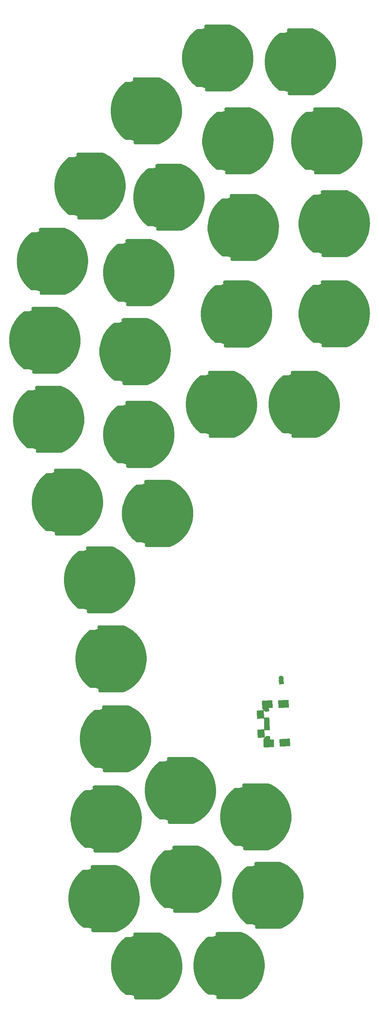
<source format=gts>
G04 #@! TF.GenerationSoftware,KiCad,Pcbnew,(5.0.0)*
G04 #@! TF.CreationDate,2020-01-29T13:46:14+01:00*
G04 #@! TF.ProjectId,Insole_PCB,496E736F6C655F5043422E6B69636164,rev?*
G04 #@! TF.SameCoordinates,Original*
G04 #@! TF.FileFunction,Soldermask,Top*
G04 #@! TF.FilePolarity,Negative*
%FSLAX46Y46*%
G04 Gerber Fmt 4.6, Leading zero omitted, Abs format (unit mm)*
G04 Created by KiCad (PCBNEW (5.0.0)) date 01/29/20 13:46:14*
%MOMM*%
%LPD*%
G01*
G04 APERTURE LIST*
%ADD10C,9.200000*%
%ADD11C,1.250000*%
%ADD12C,1.250000*%
%ADD13C,0.100000*%
%ADD14C,1.600000*%
%ADD15C,1.900000*%
%ADD16C,2.000000*%
%ADD17C,0.800000*%
%ADD18C,0.500000*%
G04 APERTURE END LIST*
D10*
G04 #@! TO.C,S0*
X211544328Y-116030707D02*
G75*
G03X211544328Y-116030707I-4104875J0D01*
G01*
G04 #@! TO.C,S1*
X219544328Y-91980707D02*
G75*
G03X219544328Y-91980707I-4104875J0D01*
G01*
G04 #@! TO.C,S2*
X219544328Y-68030707D02*
G75*
G03X219544328Y-68030707I-4104875J0D01*
G01*
G04 #@! TO.C,S3*
X217544328Y-46030707D02*
G75*
G03X217544328Y-46030707I-4104875J0D01*
G01*
G04 #@! TO.C,S4*
X210544328Y-25030707D02*
G75*
G03X210544328Y-25030707I-4104875J0D01*
G01*
G04 #@! TO.C,S5*
X193894328Y-46030707D02*
G75*
G03X193894328Y-46030707I-4104875J0D01*
G01*
G04 #@! TO.C,S6*
X195334328Y-69020707D02*
G75*
G03X195334328Y-69020707I-4104875J0D01*
G01*
G04 #@! TO.C,S7*
X193544328Y-92030707D02*
G75*
G03X193544328Y-92030707I-4104875J0D01*
G01*
G04 #@! TO.C,S8*
X188544328Y-24030707D02*
G75*
G03X188544328Y-24030707I-4104875J0D01*
G01*
G04 #@! TO.C,S9*
X169544328Y-38030707D02*
G75*
G03X169544328Y-38030707I-4104875J0D01*
G01*
G04 #@! TO.C,S10*
X175544328Y-61030707D02*
G75*
G03X175544328Y-61030707I-4104875J0D01*
G01*
G04 #@! TO.C,S11*
X154544328Y-58030707D02*
G75*
G03X154544328Y-58030707I-4104875J0D01*
G01*
G04 #@! TO.C,S12*
X167544328Y-81030707D02*
G75*
G03X167544328Y-81030707I-4104875J0D01*
G01*
G04 #@! TO.C,S13*
X144544328Y-78030707D02*
G75*
G03X144544328Y-78030707I-4104875J0D01*
G01*
G04 #@! TO.C,S14*
X189544328Y-116030707D02*
G75*
G03X189544328Y-116030707I-4104875J0D01*
G01*
G04 #@! TO.C,S15*
X166544328Y-102030707D02*
G75*
G03X166544328Y-102030707I-4104875J0D01*
G01*
G04 #@! TO.C,S16*
X142544328Y-99030707D02*
G75*
G03X142544328Y-99030707I-4104875J0D01*
G01*
G04 #@! TO.C,S17*
X143544328Y-120030707D02*
G75*
G03X143544328Y-120030707I-4104875J0D01*
G01*
G04 #@! TO.C,S18*
X167544328Y-124030707D02*
G75*
G03X167544328Y-124030707I-4104875J0D01*
G01*
G04 #@! TO.C,S19*
X172544328Y-145030707D02*
G75*
G03X172544328Y-145030707I-4104875J0D01*
G01*
G04 #@! TO.C,S20*
X148544328Y-142030707D02*
G75*
G03X148544328Y-142030707I-4104875J0D01*
G01*
G04 #@! TO.C,S21*
X157094328Y-162680707D02*
G75*
G03X157094328Y-162680707I-4104875J0D01*
G01*
G04 #@! TO.C,S22*
X160124328Y-183660707D02*
G75*
G03X160124328Y-183660707I-4104875J0D01*
G01*
G04 #@! TO.C,S23*
X161344328Y-204910707D02*
G75*
G03X161344328Y-204910707I-4104875J0D01*
G01*
G04 #@! TO.C,S24*
X198664328Y-225650707D02*
G75*
G03X198664328Y-225650707I-4104875J0D01*
G01*
G04 #@! TO.C,S25*
X201874328Y-246520707D02*
G75*
G03X201874328Y-246520707I-4104875J0D01*
G01*
G04 #@! TO.C,S26*
X191544328Y-265180707D02*
G75*
G03X191544328Y-265180707I-4104875J0D01*
G01*
G04 #@! TO.C,S27*
X169644328Y-265280707D02*
G75*
G03X169644328Y-265280707I-4104875J0D01*
G01*
G04 #@! TO.C,S28*
X158294328Y-247400707D02*
G75*
G03X158294328Y-247400707I-4104875J0D01*
G01*
G04 #@! TO.C,S29*
X180044328Y-242230707D02*
G75*
G03X180044328Y-242230707I-4104875J0D01*
G01*
G04 #@! TO.C,S30*
X158844328Y-226230707D02*
G75*
G03X158844328Y-226230707I-4104875J0D01*
G01*
G04 #@! TO.C,S31*
X178624328Y-218630707D02*
G75*
G03X178624328Y-218630707I-4104875J0D01*
G01*
G04 #@! TD*
D11*
G04 #@! TO.C,J2*
X201259697Y-188783143D03*
D12*
X201259697Y-188783143D02*
X201259697Y-188783143D01*
D11*
X201329453Y-189780707D03*
D13*
G36*
X200749573Y-190447782D02*
X200662378Y-189200827D01*
X201909333Y-189113632D01*
X201996528Y-190360587D01*
X200749573Y-190447782D01*
X200749573Y-190447782D01*
G37*
G04 #@! TD*
D14*
G04 #@! TO.C,J1*
X197639559Y-195744613D03*
D13*
G36*
X199064147Y-196534395D02*
X199054082Y-196572288D01*
X199036818Y-196607489D01*
X199013018Y-196638646D01*
X198983597Y-196664561D01*
X198949687Y-196684239D01*
X198912588Y-196696922D01*
X198873727Y-196702124D01*
X198074215Y-196730044D01*
X198100389Y-197479587D01*
X198097910Y-197518715D01*
X198087846Y-197556609D01*
X198070582Y-197591810D01*
X198046782Y-197622966D01*
X198017361Y-197648882D01*
X197983450Y-197668559D01*
X197946351Y-197681243D01*
X197907491Y-197686445D01*
X197107979Y-197714365D01*
X197068850Y-197711886D01*
X197030957Y-197701821D01*
X196995756Y-197684557D01*
X196951464Y-197647300D01*
X196326527Y-196943682D01*
X196303490Y-196911956D01*
X196287084Y-196876347D01*
X196277941Y-196838221D01*
X196276184Y-196817848D01*
X196212492Y-194993960D01*
X196214971Y-194954831D01*
X196225036Y-194916938D01*
X196242300Y-194881737D01*
X196266100Y-194850580D01*
X196295521Y-194824665D01*
X196329431Y-194804987D01*
X196366530Y-194792304D01*
X196405391Y-194787102D01*
X198803928Y-194703343D01*
X198843057Y-194705822D01*
X198880950Y-194715886D01*
X198916151Y-194733150D01*
X198947308Y-194756951D01*
X198973223Y-194786371D01*
X198992901Y-194820282D01*
X199005584Y-194857381D01*
X199010787Y-194896241D01*
X199066626Y-196495266D01*
X199064147Y-196534395D01*
X199064147Y-196534395D01*
G37*
D14*
X198002514Y-206138278D03*
D13*
G36*
X199427102Y-206928060D02*
X199417037Y-206965953D01*
X199399773Y-207001154D01*
X199375973Y-207032311D01*
X199346552Y-207058226D01*
X199312642Y-207077904D01*
X199275543Y-207090587D01*
X199236682Y-207095789D01*
X196838145Y-207179548D01*
X196799016Y-207177069D01*
X196761123Y-207167005D01*
X196725922Y-207149741D01*
X196694765Y-207125940D01*
X196668850Y-207096520D01*
X196649172Y-207062609D01*
X196636489Y-207025510D01*
X196631286Y-206986650D01*
X196567595Y-205162762D01*
X196570074Y-205123633D01*
X196580138Y-205085740D01*
X196597403Y-205050539D01*
X196609038Y-205033723D01*
X197183370Y-204288225D01*
X197210227Y-204259661D01*
X197242140Y-204236885D01*
X197277884Y-204220774D01*
X197334825Y-204210406D01*
X198134338Y-204182486D01*
X198173466Y-204184965D01*
X198211360Y-204195030D01*
X198246561Y-204212294D01*
X198277717Y-204236094D01*
X198303633Y-204265514D01*
X198323310Y-204299425D01*
X198335994Y-204336524D01*
X198341196Y-204375384D01*
X198367371Y-205124927D01*
X199166883Y-205097008D01*
X199206012Y-205099487D01*
X199243905Y-205109551D01*
X199279106Y-205126815D01*
X199310263Y-205150616D01*
X199336178Y-205180036D01*
X199355856Y-205213947D01*
X199368539Y-205251046D01*
X199373742Y-205289906D01*
X199429581Y-206888931D01*
X199427102Y-206928060D01*
X199427102Y-206928060D01*
G37*
D15*
X195961218Y-203557946D03*
D13*
G36*
X194973407Y-202491771D02*
X196872250Y-202425462D01*
X196949029Y-204624121D01*
X195050186Y-204690430D01*
X194973407Y-202491771D01*
X194973407Y-202491771D01*
G37*
D15*
X195783231Y-198461053D03*
D13*
G36*
X194795420Y-197394878D02*
X196694263Y-197328569D01*
X196771042Y-199527228D01*
X194872199Y-199593537D01*
X194795420Y-197394878D01*
X194795420Y-197394878D01*
G37*
D16*
X202298150Y-205938241D03*
D13*
G36*
X200864103Y-204987709D02*
X203662398Y-204889991D01*
X203732197Y-206888773D01*
X200933902Y-206986491D01*
X200864103Y-204987709D01*
X200864103Y-204987709D01*
G37*
D16*
X201938685Y-195644515D03*
D13*
G36*
X200504638Y-194693983D02*
X203302933Y-194596265D01*
X203372732Y-196595047D01*
X200574437Y-196692765D01*
X200504638Y-194693983D01*
X200504638Y-194693983D01*
G37*
D17*
X197541604Y-202251996D03*
D13*
G36*
X196803086Y-201877542D02*
X198252203Y-201826938D01*
X198280122Y-202626450D01*
X196831005Y-202677054D01*
X196803086Y-201877542D01*
X196803086Y-201877542D01*
G37*
D17*
X197518920Y-201602392D03*
D13*
G36*
X196780402Y-201227938D02*
X198229519Y-201177334D01*
X198257438Y-201976846D01*
X196808321Y-202027450D01*
X196780402Y-201227938D01*
X196780402Y-201227938D01*
G37*
D17*
X197496235Y-200952788D03*
D13*
G36*
X196757717Y-200578334D02*
X198206834Y-200527730D01*
X198234753Y-201327242D01*
X196785636Y-201377846D01*
X196757717Y-200578334D01*
X196757717Y-200578334D01*
G37*
D17*
X197473550Y-200303184D03*
D13*
G36*
X196735032Y-199928730D02*
X198184149Y-199878126D01*
X198212068Y-200677638D01*
X196762951Y-200728242D01*
X196735032Y-199928730D01*
X196735032Y-199928730D01*
G37*
D17*
X197450865Y-199653580D03*
D13*
G36*
X196712347Y-199279126D02*
X198161464Y-199228522D01*
X198189383Y-200028034D01*
X196740266Y-200078638D01*
X196712347Y-199279126D01*
X196712347Y-199279126D01*
G37*
G04 #@! TD*
D18*
G04 #@! TO.C,S0*
X198439453Y-116030707D03*
D13*
G36*
X202038069Y-123730702D02*
X202035757Y-123730686D01*
X202035759Y-123730455D01*
X202035471Y-123730453D01*
X202035469Y-123730684D01*
X202033880Y-123730673D01*
X202022706Y-123730283D01*
X202009568Y-123729456D01*
X201996317Y-123728699D01*
X201994371Y-123728492D01*
X201994370Y-123728500D01*
X201993508Y-123728446D01*
X201985220Y-123727517D01*
X201976835Y-123726624D01*
X201975978Y-123726490D01*
X201975979Y-123726481D01*
X201974031Y-123726263D01*
X201961110Y-123724170D01*
X201947935Y-123722114D01*
X201946029Y-123721720D01*
X201946028Y-123721728D01*
X201945168Y-123721589D01*
X201936839Y-123719820D01*
X201928732Y-123718144D01*
X201927900Y-123717929D01*
X201927902Y-123717922D01*
X201925986Y-123717515D01*
X201913137Y-123714120D01*
X201900425Y-123710840D01*
X201898409Y-123710214D01*
X201898405Y-123710228D01*
X201897570Y-123710007D01*
X201889628Y-123707486D01*
X201881839Y-123705066D01*
X201881025Y-123704769D01*
X201881030Y-123704756D01*
X201879032Y-123704122D01*
X201866568Y-123699487D01*
X201854229Y-123694979D01*
X201852394Y-123694205D01*
X201852390Y-123694215D01*
X201851575Y-123693912D01*
X201843782Y-123690572D01*
X201836217Y-123687381D01*
X201835441Y-123687008D01*
X201835445Y-123686999D01*
X201833585Y-123686202D01*
X201821696Y-123680402D01*
X201809817Y-123674694D01*
X201807943Y-123673678D01*
X201807936Y-123673692D01*
X201807164Y-123673315D01*
X201799897Y-123669317D01*
X201792702Y-123665418D01*
X201791957Y-123664966D01*
X201791964Y-123664954D01*
X201790132Y-123663946D01*
X201778788Y-123656967D01*
X201767570Y-123650154D01*
X201765952Y-123649060D01*
X201765948Y-123649067D01*
X201765208Y-123648612D01*
X201758301Y-123643884D01*
X201751355Y-123639185D01*
X201750666Y-123638668D01*
X201750671Y-123638661D01*
X201749034Y-123637540D01*
X201738553Y-123629584D01*
X201727956Y-123621637D01*
X201720271Y-123615575D01*
X201043446Y-123054264D01*
X201042398Y-123053388D01*
X201039192Y-123050692D01*
X201030828Y-123043250D01*
X201022686Y-123035586D01*
X201014455Y-123028051D01*
X201007413Y-123021281D01*
X200388593Y-122396603D01*
X200387644Y-122395638D01*
X200384716Y-122392642D01*
X200377099Y-122384397D01*
X200369755Y-122375986D01*
X200362308Y-122367696D01*
X200355950Y-122360261D01*
X199801041Y-121678178D01*
X199800164Y-121677092D01*
X199797543Y-121673824D01*
X199790797Y-121664914D01*
X199784309Y-121655828D01*
X199777698Y-121646838D01*
X199772101Y-121638823D01*
X199286400Y-120905846D01*
X199285623Y-120904664D01*
X199283334Y-120901156D01*
X199277501Y-120891648D01*
X199271931Y-120881972D01*
X199266228Y-120872380D01*
X199261438Y-120863855D01*
X198849581Y-120086980D01*
X198848924Y-120085729D01*
X198846988Y-120082014D01*
X198842111Y-120071983D01*
X198837541Y-120061876D01*
X198832768Y-120051700D01*
X198828836Y-120042755D01*
X198494754Y-119229398D01*
X198494236Y-119228123D01*
X198492671Y-119224237D01*
X198488781Y-119213740D01*
X198485187Y-119203140D01*
X198481464Y-119192643D01*
X198478424Y-119183358D01*
X198225307Y-118341281D01*
X198224912Y-118339950D01*
X198223734Y-118335930D01*
X198220893Y-118325127D01*
X198218352Y-118314234D01*
X198215665Y-118303400D01*
X198213547Y-118293868D01*
X198043810Y-117431112D01*
X198043554Y-117429788D01*
X198042773Y-117425672D01*
X198040991Y-117414591D01*
X198039525Y-117403500D01*
X198037912Y-117392484D01*
X198036732Y-117382777D01*
X197951995Y-116507572D01*
X197951867Y-116506203D01*
X197951492Y-116502031D01*
X197950802Y-116490862D01*
X197950424Y-116479639D01*
X197949895Y-116468540D01*
X197949668Y-116458778D01*
X197950741Y-115579483D01*
X197950748Y-115578104D01*
X197950782Y-115573915D01*
X197951186Y-115562727D01*
X197951902Y-115551577D01*
X197952460Y-115540440D01*
X197953187Y-115530695D01*
X198040059Y-114655701D01*
X198040197Y-114654359D01*
X198040639Y-114650193D01*
X198042136Y-114639067D01*
X198043944Y-114627995D01*
X198045578Y-114617018D01*
X198047254Y-114607384D01*
X198219095Y-113745043D01*
X198219369Y-113743695D01*
X198220216Y-113739592D01*
X198222783Y-113728704D01*
X198225658Y-113717875D01*
X198228365Y-113707075D01*
X198230971Y-113697658D01*
X198486142Y-112856202D01*
X198486558Y-112854848D01*
X198487802Y-112850848D01*
X198491408Y-112840298D01*
X198495306Y-112829855D01*
X198499071Y-112819323D01*
X198502585Y-112810203D01*
X198838650Y-111997663D01*
X198839186Y-111996381D01*
X198840814Y-111992521D01*
X198845444Y-111982347D01*
X198850319Y-111972382D01*
X198855116Y-111962221D01*
X198859503Y-111953487D01*
X199273255Y-111177619D01*
X199273923Y-111176377D01*
X199275920Y-111172695D01*
X199281513Y-111163036D01*
X199287351Y-111153572D01*
X199293097Y-111143960D01*
X199298319Y-111135691D01*
X199785807Y-110403901D01*
X199786591Y-110402732D01*
X199788938Y-110399262D01*
X199795447Y-110390195D01*
X199802193Y-110381330D01*
X199808839Y-110372338D01*
X199814843Y-110364616D01*
X200371414Y-109683890D01*
X200372288Y-109682829D01*
X200374962Y-109679604D01*
X200382343Y-109671192D01*
X200389941Y-109663007D01*
X200397422Y-109654719D01*
X200404145Y-109647628D01*
X201024489Y-109024460D01*
X201025480Y-109023472D01*
X201028456Y-109020524D01*
X201036609Y-109012887D01*
X201044599Y-109005811D01*
X201052559Y-108998535D01*
X201059929Y-108992121D01*
X201712975Y-108451296D01*
X201714036Y-108450424D01*
X201717281Y-108447774D01*
X201726145Y-108440940D01*
X201730638Y-108437672D01*
X201731163Y-108437244D01*
X201754755Y-108419851D01*
X201771027Y-108409039D01*
X201796203Y-108394031D01*
X201813453Y-108384859D01*
X201839973Y-108372379D01*
X201858041Y-108364932D01*
X201885652Y-108355100D01*
X201904358Y-108349452D01*
X201932798Y-108342361D01*
X201951970Y-108338565D01*
X201980965Y-108334284D01*
X202000407Y-108332378D01*
X202029682Y-108330946D01*
X202039453Y-108330707D01*
X210539453Y-108330707D01*
X210540838Y-108330712D01*
X210545027Y-108330741D01*
X210556204Y-108331131D01*
X210585456Y-108332972D01*
X210604869Y-108335150D01*
X210633802Y-108339836D01*
X210652916Y-108343898D01*
X210681253Y-108351385D01*
X210699874Y-108357292D01*
X210727346Y-108367508D01*
X210745314Y-108375209D01*
X210771657Y-108388058D01*
X210788776Y-108397470D01*
X210813740Y-108412828D01*
X210829865Y-108423868D01*
X210853211Y-108441589D01*
X210868174Y-108454145D01*
X210889680Y-108474059D01*
X210903357Y-108488025D01*
X210922816Y-108509943D01*
X210935057Y-108525168D01*
X210952285Y-108548880D01*
X210962984Y-108565230D01*
X210977816Y-108590510D01*
X210986870Y-108607828D01*
X210999164Y-108634435D01*
X211006484Y-108652553D01*
X211016123Y-108680233D01*
X211021639Y-108698976D01*
X211028531Y-108727464D01*
X211032193Y-108746659D01*
X211036272Y-108775683D01*
X211038042Y-108795138D01*
X211039270Y-108824422D01*
X211039134Y-108843964D01*
X211037498Y-108873229D01*
X211035456Y-108892664D01*
X211030972Y-108921628D01*
X211027043Y-108940768D01*
X211019754Y-108969157D01*
X211013975Y-108987824D01*
X211003950Y-109015367D01*
X210996379Y-109033379D01*
X210983715Y-109059811D01*
X210974419Y-109077002D01*
X210959235Y-109102073D01*
X210948310Y-109118269D01*
X210930753Y-109141738D01*
X210918297Y-109156796D01*
X210898533Y-109178440D01*
X210884670Y-109192206D01*
X210862889Y-109211818D01*
X210847743Y-109224170D01*
X210824151Y-109241563D01*
X210807879Y-109252375D01*
X210782703Y-109267383D01*
X210765453Y-109276555D01*
X210738933Y-109289035D01*
X210720865Y-109296482D01*
X210693254Y-109306314D01*
X210674548Y-109311962D01*
X210646108Y-109319053D01*
X210626936Y-109322849D01*
X210597941Y-109327130D01*
X210578499Y-109329036D01*
X210549224Y-109330468D01*
X210539453Y-109330707D01*
X202218906Y-109330707D01*
X201716253Y-109746983D01*
X201130111Y-110335793D01*
X200807225Y-110730707D01*
X212639453Y-110730707D01*
X212640838Y-110730712D01*
X212645027Y-110730741D01*
X212656204Y-110731131D01*
X212685456Y-110732972D01*
X212704869Y-110735150D01*
X212733802Y-110739836D01*
X212752916Y-110743898D01*
X212781253Y-110751385D01*
X212799874Y-110757292D01*
X212827346Y-110767508D01*
X212845314Y-110775209D01*
X212871657Y-110788058D01*
X212888776Y-110797470D01*
X212913740Y-110812828D01*
X212929865Y-110823868D01*
X212953211Y-110841589D01*
X212968174Y-110854145D01*
X212989680Y-110874059D01*
X213003357Y-110888025D01*
X213022816Y-110909943D01*
X213035057Y-110925168D01*
X213052285Y-110948880D01*
X213062984Y-110965230D01*
X213077816Y-110990510D01*
X213086870Y-111007828D01*
X213099164Y-111034435D01*
X213106484Y-111052553D01*
X213116123Y-111080233D01*
X213121639Y-111098976D01*
X213128531Y-111127464D01*
X213132193Y-111146659D01*
X213136272Y-111175683D01*
X213138042Y-111195138D01*
X213139270Y-111224422D01*
X213139134Y-111243964D01*
X213137498Y-111273229D01*
X213135456Y-111292664D01*
X213130972Y-111321628D01*
X213127043Y-111340768D01*
X213119754Y-111369157D01*
X213113975Y-111387824D01*
X213103950Y-111415367D01*
X213096379Y-111433379D01*
X213083715Y-111459811D01*
X213074419Y-111477002D01*
X213059235Y-111502073D01*
X213048310Y-111518269D01*
X213030753Y-111541738D01*
X213018297Y-111556796D01*
X212998533Y-111578440D01*
X212984670Y-111592206D01*
X212962889Y-111611818D01*
X212947743Y-111624170D01*
X212924151Y-111641563D01*
X212907879Y-111652375D01*
X212882703Y-111667383D01*
X212865453Y-111676555D01*
X212838933Y-111689035D01*
X212820865Y-111696482D01*
X212793254Y-111706314D01*
X212774548Y-111711962D01*
X212746108Y-111719053D01*
X212726936Y-111722849D01*
X212697941Y-111727130D01*
X212678499Y-111729036D01*
X212649224Y-111730468D01*
X212639453Y-111730707D01*
X200111613Y-111730707D01*
X199753382Y-112402463D01*
X199452182Y-113130707D01*
X214039453Y-113130707D01*
X214040838Y-113130712D01*
X214045027Y-113130741D01*
X214056204Y-113131131D01*
X214085456Y-113132972D01*
X214104869Y-113135150D01*
X214133802Y-113139836D01*
X214152916Y-113143898D01*
X214181253Y-113151385D01*
X214199874Y-113157292D01*
X214227346Y-113167508D01*
X214245314Y-113175209D01*
X214271657Y-113188058D01*
X214288776Y-113197470D01*
X214313740Y-113212828D01*
X214329865Y-113223868D01*
X214353211Y-113241589D01*
X214368174Y-113254145D01*
X214389680Y-113274059D01*
X214403357Y-113288025D01*
X214422816Y-113309943D01*
X214435057Y-113325168D01*
X214452285Y-113348880D01*
X214462984Y-113365230D01*
X214477816Y-113390510D01*
X214486870Y-113407828D01*
X214499164Y-113434435D01*
X214506484Y-113452553D01*
X214516123Y-113480233D01*
X214521639Y-113498976D01*
X214528531Y-113527464D01*
X214532193Y-113546659D01*
X214536272Y-113575683D01*
X214538042Y-113595138D01*
X214539270Y-113624422D01*
X214539134Y-113643964D01*
X214537498Y-113673229D01*
X214535456Y-113692664D01*
X214530972Y-113721628D01*
X214527043Y-113740768D01*
X214519754Y-113769157D01*
X214513975Y-113787824D01*
X214503950Y-113815367D01*
X214496379Y-113833379D01*
X214483715Y-113859811D01*
X214474419Y-113877002D01*
X214459235Y-113902073D01*
X214448310Y-113918269D01*
X214430753Y-113941738D01*
X214418297Y-113956796D01*
X214398533Y-113978440D01*
X214384670Y-113992206D01*
X214362889Y-114011818D01*
X214347743Y-114024170D01*
X214324151Y-114041563D01*
X214307879Y-114052375D01*
X214282703Y-114067383D01*
X214265453Y-114076555D01*
X214238933Y-114089035D01*
X214220865Y-114096482D01*
X214193254Y-114106314D01*
X214174548Y-114111962D01*
X214146108Y-114119053D01*
X214126936Y-114122849D01*
X214097941Y-114127130D01*
X214078499Y-114129036D01*
X214049224Y-114130468D01*
X214039453Y-114130707D01*
X199161904Y-114130707D01*
X199032751Y-114778832D01*
X198958102Y-115530707D01*
X215339453Y-115530707D01*
X215340838Y-115530712D01*
X215345027Y-115530741D01*
X215356204Y-115531131D01*
X215385456Y-115532972D01*
X215404869Y-115535150D01*
X215433802Y-115539836D01*
X215452916Y-115543898D01*
X215481253Y-115551385D01*
X215499874Y-115557292D01*
X215527346Y-115567508D01*
X215545314Y-115575209D01*
X215571657Y-115588058D01*
X215588776Y-115597470D01*
X215613740Y-115612828D01*
X215629865Y-115623868D01*
X215653211Y-115641589D01*
X215668174Y-115654145D01*
X215689680Y-115674059D01*
X215703357Y-115688025D01*
X215722816Y-115709943D01*
X215735057Y-115725168D01*
X215752285Y-115748880D01*
X215762984Y-115765230D01*
X215777816Y-115790510D01*
X215786870Y-115807828D01*
X215799164Y-115834435D01*
X215806484Y-115852553D01*
X215816123Y-115880233D01*
X215821639Y-115898976D01*
X215828531Y-115927464D01*
X215832193Y-115946659D01*
X215836272Y-115975683D01*
X215838042Y-115995138D01*
X215839270Y-116024422D01*
X215839134Y-116043964D01*
X215837498Y-116073229D01*
X215835456Y-116092664D01*
X215830972Y-116121628D01*
X215827043Y-116140768D01*
X215819754Y-116169157D01*
X215813975Y-116187824D01*
X215803950Y-116215367D01*
X215796379Y-116233379D01*
X215783715Y-116259811D01*
X215774419Y-116277002D01*
X215759235Y-116302073D01*
X215748310Y-116318269D01*
X215730753Y-116341738D01*
X215718297Y-116356796D01*
X215698533Y-116378440D01*
X215684670Y-116392206D01*
X215662889Y-116411818D01*
X215647743Y-116424170D01*
X215624151Y-116441563D01*
X215607879Y-116452375D01*
X215582703Y-116467383D01*
X215565453Y-116476555D01*
X215538933Y-116489035D01*
X215520865Y-116496482D01*
X215493254Y-116506314D01*
X215474548Y-116511962D01*
X215446108Y-116519053D01*
X215426936Y-116522849D01*
X215397941Y-116527130D01*
X215378499Y-116529036D01*
X215349224Y-116530468D01*
X215339453Y-116530707D01*
X198958911Y-116530707D01*
X199029722Y-117262076D01*
X199161268Y-117930707D01*
X213939453Y-117930707D01*
X213940838Y-117930712D01*
X213945027Y-117930741D01*
X213956204Y-117931131D01*
X213985456Y-117932972D01*
X214004869Y-117935150D01*
X214033802Y-117939836D01*
X214052916Y-117943898D01*
X214081253Y-117951385D01*
X214099874Y-117957292D01*
X214127346Y-117967508D01*
X214145314Y-117975209D01*
X214171657Y-117988058D01*
X214188776Y-117997470D01*
X214213740Y-118012828D01*
X214229865Y-118023868D01*
X214253211Y-118041589D01*
X214268174Y-118054145D01*
X214289680Y-118074059D01*
X214303357Y-118088025D01*
X214322816Y-118109943D01*
X214335057Y-118125168D01*
X214352285Y-118148880D01*
X214362984Y-118165230D01*
X214377816Y-118190510D01*
X214386870Y-118207828D01*
X214399164Y-118234435D01*
X214406484Y-118252553D01*
X214416123Y-118280233D01*
X214421639Y-118298976D01*
X214428531Y-118327464D01*
X214432193Y-118346659D01*
X214436272Y-118375683D01*
X214438042Y-118395138D01*
X214439270Y-118424422D01*
X214439134Y-118443964D01*
X214437498Y-118473229D01*
X214435456Y-118492664D01*
X214430972Y-118521628D01*
X214427043Y-118540768D01*
X214419754Y-118569157D01*
X214413975Y-118587824D01*
X214403950Y-118615367D01*
X214396379Y-118633379D01*
X214383715Y-118659811D01*
X214374419Y-118677002D01*
X214359235Y-118702073D01*
X214348310Y-118718269D01*
X214330753Y-118741738D01*
X214318297Y-118756796D01*
X214298533Y-118778440D01*
X214284670Y-118792206D01*
X214262889Y-118811818D01*
X214247743Y-118824170D01*
X214224151Y-118841563D01*
X214207879Y-118852375D01*
X214182703Y-118867383D01*
X214165453Y-118876555D01*
X214138933Y-118889035D01*
X214120865Y-118896482D01*
X214093254Y-118906314D01*
X214074548Y-118911962D01*
X214046108Y-118919053D01*
X214026936Y-118922849D01*
X213997941Y-118927130D01*
X213978499Y-118929036D01*
X213949224Y-118930468D01*
X213939453Y-118930707D01*
X199453138Y-118930707D01*
X199744554Y-119640187D01*
X200110629Y-120330707D01*
X212539453Y-120330707D01*
X212540838Y-120330712D01*
X212545027Y-120330741D01*
X212556204Y-120331131D01*
X212585456Y-120332972D01*
X212604869Y-120335150D01*
X212633802Y-120339836D01*
X212652916Y-120343898D01*
X212681253Y-120351385D01*
X212699874Y-120357292D01*
X212727346Y-120367508D01*
X212745314Y-120375209D01*
X212771657Y-120388058D01*
X212788776Y-120397470D01*
X212813740Y-120412828D01*
X212829865Y-120423868D01*
X212853211Y-120441589D01*
X212868174Y-120454145D01*
X212889680Y-120474059D01*
X212903357Y-120488025D01*
X212922816Y-120509943D01*
X212935057Y-120525168D01*
X212952285Y-120548880D01*
X212962984Y-120565230D01*
X212977816Y-120590510D01*
X212986870Y-120607828D01*
X212999164Y-120634435D01*
X213006484Y-120652553D01*
X213016123Y-120680233D01*
X213021639Y-120698976D01*
X213028531Y-120727464D01*
X213032193Y-120746659D01*
X213036272Y-120775683D01*
X213038042Y-120795138D01*
X213039270Y-120824422D01*
X213039134Y-120843964D01*
X213037498Y-120873229D01*
X213035456Y-120892664D01*
X213030972Y-120921628D01*
X213027043Y-120940768D01*
X213019754Y-120969157D01*
X213013975Y-120987824D01*
X213003950Y-121015367D01*
X212996379Y-121033379D01*
X212983715Y-121059811D01*
X212974419Y-121077002D01*
X212959235Y-121102073D01*
X212948310Y-121118269D01*
X212930753Y-121141738D01*
X212918297Y-121156796D01*
X212898533Y-121178440D01*
X212884670Y-121192206D01*
X212862889Y-121211818D01*
X212847743Y-121224170D01*
X212824151Y-121241563D01*
X212807879Y-121252375D01*
X212782703Y-121267383D01*
X212765453Y-121276555D01*
X212738933Y-121289035D01*
X212720865Y-121296482D01*
X212693254Y-121306314D01*
X212674548Y-121311962D01*
X212646108Y-121319053D01*
X212626936Y-121322849D01*
X212597941Y-121327130D01*
X212578499Y-121329036D01*
X212549224Y-121330468D01*
X212539453Y-121330707D01*
X200807490Y-121330707D01*
X201116232Y-121710207D01*
X201700630Y-122300137D01*
X202219810Y-122730707D01*
X210439453Y-122730707D01*
X210440838Y-122730712D01*
X210445027Y-122730741D01*
X210456204Y-122731131D01*
X210485456Y-122732972D01*
X210504869Y-122735150D01*
X210533802Y-122739836D01*
X210552916Y-122743898D01*
X210581253Y-122751385D01*
X210599874Y-122757292D01*
X210627346Y-122767508D01*
X210645314Y-122775209D01*
X210671657Y-122788058D01*
X210688776Y-122797470D01*
X210713740Y-122812828D01*
X210729865Y-122823868D01*
X210753211Y-122841589D01*
X210768174Y-122854145D01*
X210789680Y-122874059D01*
X210803357Y-122888025D01*
X210822816Y-122909943D01*
X210835057Y-122925168D01*
X210852285Y-122948880D01*
X210862984Y-122965230D01*
X210877816Y-122990510D01*
X210886870Y-123007828D01*
X210899164Y-123034435D01*
X210906484Y-123052553D01*
X210916123Y-123080233D01*
X210921639Y-123098976D01*
X210928531Y-123127464D01*
X210932193Y-123146659D01*
X210936272Y-123175683D01*
X210938042Y-123195138D01*
X210939270Y-123224422D01*
X210939134Y-123243964D01*
X210937498Y-123273229D01*
X210935456Y-123292664D01*
X210930972Y-123321628D01*
X210927043Y-123340768D01*
X210919754Y-123369157D01*
X210913975Y-123387824D01*
X210903950Y-123415367D01*
X210896379Y-123433379D01*
X210883715Y-123459811D01*
X210874419Y-123477002D01*
X210859235Y-123502073D01*
X210848310Y-123518269D01*
X210830753Y-123541738D01*
X210818297Y-123556796D01*
X210798533Y-123578440D01*
X210784670Y-123592206D01*
X210762889Y-123611818D01*
X210747743Y-123624170D01*
X210724151Y-123641563D01*
X210707879Y-123652375D01*
X210682703Y-123667383D01*
X210665453Y-123676555D01*
X210638933Y-123689035D01*
X210620865Y-123696482D01*
X210593254Y-123706314D01*
X210574548Y-123711962D01*
X210546108Y-123719053D01*
X210526936Y-123722849D01*
X210497941Y-123727130D01*
X210478499Y-123729036D01*
X210449224Y-123730468D01*
X210439453Y-123730707D01*
X202039453Y-123730707D01*
X202038069Y-123730702D01*
X202038069Y-123730702D01*
G37*
D18*
X216439453Y-116030707D03*
D13*
G36*
X204538068Y-124930702D02*
X204533879Y-124930673D01*
X204522702Y-124930283D01*
X204493450Y-124928442D01*
X204474037Y-124926264D01*
X204445104Y-124921578D01*
X204425990Y-124917516D01*
X204397653Y-124910029D01*
X204379032Y-124904122D01*
X204351560Y-124893906D01*
X204333592Y-124886205D01*
X204307249Y-124873356D01*
X204290130Y-124863944D01*
X204265166Y-124848586D01*
X204249041Y-124837546D01*
X204225695Y-124819825D01*
X204210732Y-124807269D01*
X204189226Y-124787355D01*
X204175549Y-124773389D01*
X204156090Y-124751471D01*
X204143849Y-124736246D01*
X204126621Y-124712534D01*
X204115922Y-124696184D01*
X204101090Y-124670904D01*
X204092036Y-124653586D01*
X204079742Y-124626979D01*
X204072422Y-124608861D01*
X204062783Y-124581181D01*
X204057267Y-124562438D01*
X204050375Y-124533950D01*
X204046713Y-124514755D01*
X204042634Y-124485731D01*
X204040864Y-124466276D01*
X204039636Y-124436992D01*
X204039772Y-124417450D01*
X204041408Y-124388185D01*
X204043450Y-124368750D01*
X204047934Y-124339786D01*
X204051863Y-124320646D01*
X204059152Y-124292257D01*
X204064931Y-124273590D01*
X204074956Y-124246047D01*
X204082527Y-124228035D01*
X204095191Y-124201603D01*
X204104487Y-124184412D01*
X204119671Y-124159341D01*
X204130596Y-124143145D01*
X204148153Y-124119676D01*
X204160609Y-124104618D01*
X204180373Y-124082974D01*
X204194236Y-124069208D01*
X204216017Y-124049596D01*
X204231163Y-124037244D01*
X204254755Y-124019851D01*
X204271027Y-124009039D01*
X204296203Y-123994031D01*
X204313453Y-123984859D01*
X204339973Y-123972379D01*
X204358041Y-123964932D01*
X204385652Y-123955100D01*
X204404358Y-123949452D01*
X204432798Y-123942361D01*
X204451970Y-123938565D01*
X204480965Y-123934284D01*
X204500407Y-123932378D01*
X204529682Y-123930946D01*
X204539453Y-123930707D01*
X210540817Y-123930707D01*
X210988875Y-123741480D01*
X211727855Y-123356046D01*
X212422201Y-122902621D01*
X212885669Y-122530707D01*
X202539453Y-122530707D01*
X202538068Y-122530702D01*
X202533879Y-122530673D01*
X202522702Y-122530283D01*
X202493450Y-122528442D01*
X202474037Y-122526264D01*
X202445104Y-122521578D01*
X202425990Y-122517516D01*
X202397653Y-122510029D01*
X202379032Y-122504122D01*
X202351560Y-122493906D01*
X202333592Y-122486205D01*
X202307249Y-122473356D01*
X202290130Y-122463944D01*
X202265166Y-122448586D01*
X202249041Y-122437546D01*
X202225695Y-122419825D01*
X202210732Y-122407269D01*
X202189226Y-122387355D01*
X202175549Y-122373389D01*
X202156090Y-122351471D01*
X202143849Y-122336246D01*
X202126621Y-122312534D01*
X202115922Y-122296184D01*
X202101090Y-122270904D01*
X202092036Y-122253586D01*
X202079742Y-122226979D01*
X202072422Y-122208861D01*
X202062783Y-122181181D01*
X202057267Y-122162438D01*
X202050375Y-122133950D01*
X202046713Y-122114755D01*
X202042634Y-122085731D01*
X202040864Y-122066276D01*
X202039636Y-122036992D01*
X202039772Y-122017450D01*
X202041408Y-121988185D01*
X202043450Y-121968750D01*
X202047934Y-121939786D01*
X202051863Y-121920646D01*
X202059152Y-121892257D01*
X202064931Y-121873590D01*
X202074956Y-121846047D01*
X202082527Y-121828035D01*
X202095191Y-121801603D01*
X202104487Y-121784412D01*
X202119671Y-121759341D01*
X202130596Y-121743145D01*
X202148153Y-121719676D01*
X202160609Y-121704618D01*
X202180373Y-121682974D01*
X202194236Y-121669208D01*
X202216017Y-121649596D01*
X202231163Y-121637244D01*
X202254755Y-121619851D01*
X202271027Y-121609039D01*
X202296203Y-121594031D01*
X202313453Y-121584859D01*
X202339973Y-121572379D01*
X202358041Y-121564932D01*
X202385652Y-121555100D01*
X202404358Y-121549452D01*
X202432798Y-121542361D01*
X202451970Y-121538565D01*
X202480965Y-121534284D01*
X202500407Y-121532378D01*
X202529682Y-121530946D01*
X202539453Y-121530707D01*
X213891767Y-121530707D01*
X214195750Y-121169133D01*
X214664922Y-120485318D01*
X214860311Y-120130707D01*
X200539453Y-120130707D01*
X200538068Y-120130702D01*
X200533879Y-120130673D01*
X200522702Y-120130283D01*
X200493450Y-120128442D01*
X200474037Y-120126264D01*
X200445104Y-120121578D01*
X200425990Y-120117516D01*
X200397653Y-120110029D01*
X200379032Y-120104122D01*
X200351560Y-120093906D01*
X200333592Y-120086205D01*
X200307249Y-120073356D01*
X200290130Y-120063944D01*
X200265166Y-120048586D01*
X200249041Y-120037546D01*
X200225695Y-120019825D01*
X200210732Y-120007269D01*
X200189226Y-119987355D01*
X200175549Y-119973389D01*
X200156090Y-119951471D01*
X200143849Y-119936246D01*
X200126621Y-119912534D01*
X200115922Y-119896184D01*
X200101090Y-119870904D01*
X200092036Y-119853586D01*
X200079742Y-119826979D01*
X200072422Y-119808861D01*
X200062783Y-119781181D01*
X200057267Y-119762438D01*
X200050375Y-119733950D01*
X200046713Y-119714755D01*
X200042634Y-119685731D01*
X200040864Y-119666276D01*
X200039636Y-119636992D01*
X200039772Y-119617450D01*
X200041408Y-119588185D01*
X200043450Y-119568750D01*
X200047934Y-119539786D01*
X200051863Y-119520646D01*
X200059152Y-119492257D01*
X200064931Y-119473590D01*
X200074956Y-119446047D01*
X200082527Y-119428035D01*
X200095191Y-119401603D01*
X200104487Y-119384412D01*
X200119671Y-119359341D01*
X200130596Y-119343145D01*
X200148153Y-119319676D01*
X200160609Y-119304618D01*
X200180373Y-119282974D01*
X200194236Y-119269208D01*
X200216017Y-119249596D01*
X200231163Y-119237244D01*
X200254755Y-119219851D01*
X200271027Y-119209039D01*
X200296203Y-119194031D01*
X200313453Y-119184859D01*
X200339973Y-119172379D01*
X200358041Y-119164932D01*
X200385652Y-119155100D01*
X200404358Y-119149452D01*
X200432798Y-119142361D01*
X200451970Y-119138565D01*
X200480965Y-119134284D01*
X200500407Y-119132378D01*
X200529682Y-119130946D01*
X200539453Y-119130707D01*
X215335116Y-119130707D01*
X215392549Y-118997056D01*
X215644062Y-118206797D01*
X215745731Y-117730707D01*
X199739453Y-117730707D01*
X199738068Y-117730702D01*
X199733879Y-117730673D01*
X199722702Y-117730283D01*
X199693450Y-117728442D01*
X199674037Y-117726264D01*
X199645104Y-117721578D01*
X199625990Y-117717516D01*
X199597653Y-117710029D01*
X199579032Y-117704122D01*
X199551560Y-117693906D01*
X199533592Y-117686205D01*
X199507249Y-117673356D01*
X199490130Y-117663944D01*
X199465166Y-117648586D01*
X199449041Y-117637546D01*
X199425695Y-117619825D01*
X199410732Y-117607269D01*
X199389226Y-117587355D01*
X199375549Y-117573389D01*
X199356090Y-117551471D01*
X199343849Y-117536246D01*
X199326621Y-117512534D01*
X199315922Y-117496184D01*
X199301090Y-117470904D01*
X199292036Y-117453586D01*
X199279742Y-117426979D01*
X199272422Y-117408861D01*
X199262783Y-117381181D01*
X199257267Y-117362438D01*
X199250375Y-117333950D01*
X199246713Y-117314755D01*
X199242634Y-117285731D01*
X199240864Y-117266276D01*
X199239636Y-117236992D01*
X199239772Y-117217450D01*
X199241408Y-117188185D01*
X199243450Y-117168750D01*
X199247934Y-117139786D01*
X199251863Y-117120646D01*
X199259152Y-117092257D01*
X199264931Y-117073590D01*
X199274956Y-117046047D01*
X199282527Y-117028035D01*
X199295191Y-117001603D01*
X199304487Y-116984412D01*
X199319671Y-116959341D01*
X199330596Y-116943145D01*
X199348153Y-116919676D01*
X199360609Y-116904618D01*
X199380373Y-116882974D01*
X199394236Y-116869208D01*
X199416017Y-116849596D01*
X199431163Y-116837244D01*
X199454755Y-116819851D01*
X199471027Y-116809039D01*
X199496203Y-116794031D01*
X199513453Y-116784859D01*
X199539973Y-116772379D01*
X199558041Y-116764932D01*
X199585652Y-116755100D01*
X199604358Y-116749452D01*
X199632798Y-116742361D01*
X199651970Y-116738565D01*
X199680965Y-116734284D01*
X199700407Y-116732378D01*
X199729682Y-116730946D01*
X199739453Y-116730707D01*
X215892494Y-116730707D01*
X215910477Y-116571756D01*
X215922843Y-115742528D01*
X215888656Y-115330707D01*
X199739453Y-115330707D01*
X199738068Y-115330702D01*
X199733879Y-115330673D01*
X199722702Y-115330283D01*
X199693450Y-115328442D01*
X199674037Y-115326264D01*
X199645104Y-115321578D01*
X199625990Y-115317516D01*
X199597653Y-115310029D01*
X199579032Y-115304122D01*
X199551560Y-115293906D01*
X199533592Y-115286205D01*
X199507249Y-115273356D01*
X199490130Y-115263944D01*
X199465166Y-115248586D01*
X199449041Y-115237546D01*
X199425695Y-115219825D01*
X199410732Y-115207269D01*
X199389226Y-115187355D01*
X199375549Y-115173389D01*
X199356090Y-115151471D01*
X199343849Y-115136246D01*
X199326621Y-115112534D01*
X199315922Y-115096184D01*
X199301090Y-115070904D01*
X199292036Y-115053586D01*
X199279742Y-115026979D01*
X199272422Y-115008861D01*
X199262783Y-114981181D01*
X199257267Y-114962438D01*
X199250375Y-114933950D01*
X199246713Y-114914755D01*
X199242634Y-114885731D01*
X199240864Y-114866276D01*
X199239636Y-114836992D01*
X199239772Y-114817450D01*
X199241408Y-114788185D01*
X199243450Y-114768750D01*
X199247934Y-114739786D01*
X199251863Y-114720646D01*
X199259152Y-114692257D01*
X199264931Y-114673590D01*
X199274956Y-114646047D01*
X199282527Y-114628035D01*
X199295191Y-114601603D01*
X199304487Y-114584412D01*
X199319671Y-114559341D01*
X199330596Y-114543145D01*
X199348153Y-114519676D01*
X199360609Y-114504618D01*
X199380373Y-114482974D01*
X199394236Y-114469208D01*
X199416017Y-114449596D01*
X199431163Y-114437244D01*
X199454755Y-114419851D01*
X199471027Y-114409039D01*
X199496203Y-114394031D01*
X199513453Y-114384859D01*
X199539973Y-114372379D01*
X199558041Y-114364932D01*
X199585652Y-114355100D01*
X199604358Y-114349452D01*
X199632798Y-114342361D01*
X199651970Y-114338565D01*
X199680965Y-114334284D01*
X199700407Y-114332378D01*
X199729682Y-114330946D01*
X199739453Y-114330707D01*
X215747375Y-114330707D01*
X215705305Y-114100253D01*
X215477475Y-113302858D01*
X215330540Y-112930707D01*
X200539453Y-112930707D01*
X200538068Y-112930702D01*
X200533879Y-112930673D01*
X200522702Y-112930283D01*
X200493450Y-112928442D01*
X200474037Y-112926264D01*
X200445104Y-112921578D01*
X200425990Y-112917516D01*
X200397653Y-112910029D01*
X200379032Y-112904122D01*
X200351560Y-112893906D01*
X200333592Y-112886205D01*
X200307249Y-112873356D01*
X200290130Y-112863944D01*
X200265166Y-112848586D01*
X200249041Y-112837546D01*
X200225695Y-112819825D01*
X200210732Y-112807269D01*
X200189226Y-112787355D01*
X200175549Y-112773389D01*
X200156090Y-112751471D01*
X200143849Y-112736246D01*
X200126621Y-112712534D01*
X200115922Y-112696184D01*
X200101090Y-112670904D01*
X200092036Y-112653586D01*
X200079742Y-112626979D01*
X200072422Y-112608861D01*
X200062783Y-112581181D01*
X200057267Y-112562438D01*
X200050375Y-112533950D01*
X200046713Y-112514755D01*
X200042634Y-112485731D01*
X200040864Y-112466276D01*
X200039636Y-112436992D01*
X200039772Y-112417450D01*
X200041408Y-112388185D01*
X200043450Y-112368750D01*
X200047934Y-112339786D01*
X200051863Y-112320646D01*
X200059152Y-112292257D01*
X200064931Y-112273590D01*
X200074956Y-112246047D01*
X200082527Y-112228035D01*
X200095191Y-112201603D01*
X200104487Y-112184412D01*
X200119671Y-112159341D01*
X200130596Y-112143145D01*
X200148153Y-112119676D01*
X200160609Y-112104618D01*
X200180373Y-112082974D01*
X200194236Y-112069208D01*
X200216017Y-112049596D01*
X200231163Y-112037244D01*
X200254755Y-112019851D01*
X200271027Y-112009039D01*
X200296203Y-111994031D01*
X200313453Y-111984859D01*
X200339973Y-111972379D01*
X200358041Y-111964932D01*
X200385652Y-111955100D01*
X200404358Y-111949452D01*
X200432798Y-111942361D01*
X200451970Y-111938565D01*
X200480965Y-111934284D01*
X200500407Y-111932378D01*
X200529682Y-111930946D01*
X200539453Y-111930707D01*
X214864877Y-111930707D01*
X214794555Y-111793554D01*
X214345981Y-111096051D01*
X213898769Y-110530707D01*
X202439453Y-110530707D01*
X202438068Y-110530702D01*
X202433879Y-110530673D01*
X202422702Y-110530283D01*
X202393450Y-110528442D01*
X202374037Y-110526264D01*
X202345104Y-110521578D01*
X202325990Y-110517516D01*
X202297653Y-110510029D01*
X202279032Y-110504122D01*
X202251560Y-110493906D01*
X202233592Y-110486205D01*
X202207249Y-110473356D01*
X202190130Y-110463944D01*
X202165166Y-110448586D01*
X202149041Y-110437546D01*
X202125695Y-110419825D01*
X202110732Y-110407269D01*
X202089226Y-110387355D01*
X202075549Y-110373389D01*
X202056090Y-110351471D01*
X202043849Y-110336246D01*
X202026621Y-110312534D01*
X202015922Y-110296184D01*
X202001090Y-110270904D01*
X201992036Y-110253586D01*
X201979742Y-110226979D01*
X201972422Y-110208861D01*
X201962783Y-110181181D01*
X201957267Y-110162438D01*
X201950375Y-110133950D01*
X201946713Y-110114755D01*
X201942634Y-110085731D01*
X201940864Y-110066276D01*
X201939636Y-110036992D01*
X201939772Y-110017450D01*
X201941408Y-109988185D01*
X201943450Y-109968750D01*
X201947934Y-109939786D01*
X201951863Y-109920646D01*
X201959152Y-109892257D01*
X201964931Y-109873590D01*
X201974956Y-109846047D01*
X201982527Y-109828035D01*
X201995191Y-109801603D01*
X202004487Y-109784412D01*
X202019671Y-109759341D01*
X202030596Y-109743145D01*
X202048153Y-109719676D01*
X202060609Y-109704618D01*
X202080373Y-109682974D01*
X202094236Y-109669208D01*
X202116017Y-109649596D01*
X202131163Y-109637244D01*
X202154755Y-109619851D01*
X202171027Y-109609039D01*
X202196203Y-109594031D01*
X202213453Y-109584859D01*
X202239973Y-109572379D01*
X202258041Y-109564932D01*
X202285652Y-109555100D01*
X202304358Y-109549452D01*
X202332798Y-109542361D01*
X202351970Y-109538565D01*
X202380965Y-109534284D01*
X202400407Y-109532378D01*
X202429682Y-109530946D01*
X202439453Y-109530707D01*
X212883228Y-109530707D01*
X212624931Y-109310455D01*
X211944401Y-108836514D01*
X211220866Y-108431241D01*
X210534751Y-108130707D01*
X204339453Y-108130707D01*
X204338068Y-108130702D01*
X204333879Y-108130673D01*
X204322702Y-108130283D01*
X204293450Y-108128442D01*
X204274037Y-108126264D01*
X204245104Y-108121578D01*
X204225990Y-108117516D01*
X204197653Y-108110029D01*
X204179032Y-108104122D01*
X204151560Y-108093906D01*
X204133592Y-108086205D01*
X204107249Y-108073356D01*
X204090130Y-108063944D01*
X204065166Y-108048586D01*
X204049041Y-108037546D01*
X204025695Y-108019825D01*
X204010732Y-108007269D01*
X203989226Y-107987355D01*
X203975549Y-107973389D01*
X203956090Y-107951471D01*
X203943849Y-107936246D01*
X203926621Y-107912534D01*
X203915922Y-107896184D01*
X203901090Y-107870904D01*
X203892036Y-107853586D01*
X203879742Y-107826979D01*
X203872422Y-107808861D01*
X203862783Y-107781181D01*
X203857267Y-107762438D01*
X203850375Y-107733950D01*
X203846713Y-107714755D01*
X203842634Y-107685731D01*
X203840864Y-107666276D01*
X203839636Y-107636992D01*
X203839772Y-107617450D01*
X203841408Y-107588185D01*
X203843450Y-107568750D01*
X203847934Y-107539786D01*
X203851863Y-107520646D01*
X203859152Y-107492257D01*
X203864931Y-107473590D01*
X203874956Y-107446047D01*
X203882527Y-107428035D01*
X203895191Y-107401603D01*
X203904487Y-107384412D01*
X203919671Y-107359341D01*
X203930596Y-107343145D01*
X203948153Y-107319676D01*
X203960609Y-107304618D01*
X203980373Y-107282974D01*
X203994236Y-107269208D01*
X204016017Y-107249596D01*
X204031163Y-107237244D01*
X204054755Y-107219851D01*
X204071027Y-107209039D01*
X204096203Y-107194031D01*
X204113453Y-107184859D01*
X204139973Y-107172379D01*
X204158041Y-107164932D01*
X204185652Y-107155100D01*
X204204358Y-107149452D01*
X204232798Y-107142361D01*
X204251970Y-107138565D01*
X204280965Y-107134284D01*
X204300407Y-107132378D01*
X204329682Y-107130946D01*
X204339453Y-107130707D01*
X210639453Y-107130707D01*
X210640838Y-107130712D01*
X210645027Y-107130741D01*
X210656201Y-107131131D01*
X210657393Y-107131206D01*
X210657392Y-107131219D01*
X210660158Y-107131279D01*
X210672843Y-107132178D01*
X210685459Y-107132972D01*
X210688277Y-107133287D01*
X210688278Y-107133272D01*
X210689471Y-107133357D01*
X210697082Y-107134273D01*
X210704788Y-107135136D01*
X210705958Y-107135325D01*
X210705955Y-107135342D01*
X210708792Y-107135683D01*
X210721311Y-107137812D01*
X210733805Y-107139836D01*
X210736468Y-107140402D01*
X210736470Y-107140391D01*
X210737653Y-107140592D01*
X210745406Y-107142304D01*
X210752959Y-107143910D01*
X210754101Y-107144212D01*
X210754098Y-107144222D01*
X210756783Y-107144815D01*
X210769175Y-107148195D01*
X210781246Y-107151384D01*
X210783826Y-107152203D01*
X210783829Y-107152192D01*
X210784982Y-107152506D01*
X210792527Y-107154964D01*
X210799945Y-107157318D01*
X210801057Y-107157732D01*
X210801053Y-107157742D01*
X210803630Y-107158581D01*
X210815559Y-107163126D01*
X210827342Y-107167507D01*
X210829956Y-107168627D01*
X210829962Y-107168612D01*
X210831074Y-107169036D01*
X210840063Y-107172716D01*
X211644487Y-107525071D01*
X211645790Y-107525647D01*
X211649615Y-107527355D01*
X211659664Y-107532182D01*
X211669629Y-107537316D01*
X211679576Y-107542265D01*
X211688222Y-107546833D01*
X212454423Y-107976005D01*
X212455625Y-107976684D01*
X212459265Y-107978756D01*
X212468828Y-107984559D01*
X212478261Y-107990651D01*
X212487669Y-107996542D01*
X212495825Y-108001931D01*
X213216489Y-108503822D01*
X213217628Y-108504621D01*
X213221049Y-108507039D01*
X213229989Y-108513740D01*
X213238718Y-108520672D01*
X213247577Y-108527508D01*
X213255164Y-108533664D01*
X213923413Y-109103485D01*
X213924481Y-109104402D01*
X213927650Y-109107143D01*
X213935876Y-109114669D01*
X213943908Y-109122439D01*
X213952047Y-109130098D01*
X213958991Y-109136959D01*
X214568446Y-109769269D01*
X214569403Y-109770269D01*
X214572289Y-109773305D01*
X214579765Y-109781623D01*
X214587018Y-109790162D01*
X214594340Y-109798542D01*
X214600588Y-109806055D01*
X215145432Y-110494820D01*
X215146301Y-110495928D01*
X215148877Y-110499232D01*
X215155488Y-110508216D01*
X215161844Y-110517379D01*
X215168350Y-110526486D01*
X215173830Y-110534567D01*
X215648862Y-111273212D01*
X215649596Y-111274362D01*
X215651838Y-111277901D01*
X215657566Y-111287529D01*
X215663038Y-111297342D01*
X215668578Y-111306959D01*
X215673247Y-111315541D01*
X216073932Y-112097015D01*
X216074550Y-112098232D01*
X216076436Y-112101973D01*
X216081201Y-112112122D01*
X216085671Y-112122381D01*
X216090257Y-112132516D01*
X216094070Y-112141522D01*
X216416584Y-112958368D01*
X216417095Y-112959675D01*
X216418606Y-112963582D01*
X216422343Y-112974109D01*
X216425778Y-112984716D01*
X216429367Y-112995291D01*
X216432283Y-113004626D01*
X216673548Y-113849045D01*
X216673923Y-113850378D01*
X216675046Y-113854414D01*
X216677741Y-113865266D01*
X216680114Y-113876109D01*
X216682669Y-113887049D01*
X216684658Y-113896615D01*
X216842370Y-114760547D01*
X216842611Y-114761898D01*
X216843335Y-114766024D01*
X216844961Y-114777103D01*
X216846272Y-114788185D01*
X216847738Y-114799255D01*
X216848784Y-114808973D01*
X216921439Y-115684173D01*
X216921552Y-115685584D01*
X216921869Y-115689761D01*
X216922402Y-115700902D01*
X216922625Y-115712080D01*
X216923004Y-115723211D01*
X216923098Y-115732994D01*
X216910002Y-116611106D01*
X216909976Y-116612516D01*
X216909884Y-116616704D01*
X216909327Y-116627851D01*
X216908458Y-116639005D01*
X216907748Y-116650120D01*
X216906887Y-116659857D01*
X216808164Y-117532501D01*
X216808008Y-117533843D01*
X216807509Y-117538002D01*
X216805860Y-117549104D01*
X216803906Y-117560119D01*
X216802117Y-117571103D01*
X216800309Y-117580713D01*
X216616903Y-118439558D01*
X216616612Y-118440898D01*
X216615709Y-118444989D01*
X216612991Y-118455848D01*
X216609982Y-118466586D01*
X216607113Y-118477401D01*
X216604380Y-118486776D01*
X216338040Y-119323624D01*
X216337612Y-119324952D01*
X216336314Y-119328934D01*
X216332556Y-119339456D01*
X216328506Y-119349868D01*
X216324605Y-119360326D01*
X216320968Y-119369393D01*
X215974238Y-120176258D01*
X215973702Y-120177494D01*
X215972022Y-120181332D01*
X215967235Y-120191483D01*
X215962187Y-120201452D01*
X215957286Y-120211476D01*
X215952782Y-120220144D01*
X215528971Y-120989322D01*
X215528298Y-120990533D01*
X215526251Y-120994188D01*
X215520516Y-121003788D01*
X215514528Y-121013203D01*
X215508666Y-121022712D01*
X215503334Y-121030904D01*
X215006486Y-121755055D01*
X215005699Y-121756193D01*
X215003305Y-121759631D01*
X214996661Y-121768627D01*
X214989767Y-121777433D01*
X214983020Y-121786305D01*
X214976915Y-121793938D01*
X214411773Y-122466149D01*
X214410860Y-122467226D01*
X214408142Y-122470413D01*
X214400666Y-122478700D01*
X214392949Y-122486788D01*
X214385372Y-122494955D01*
X214378548Y-122501959D01*
X213750508Y-123115813D01*
X213749531Y-123116762D01*
X213746515Y-123119670D01*
X213738234Y-123127218D01*
X213729776Y-123134504D01*
X213721418Y-123141911D01*
X213713948Y-123148212D01*
X213029003Y-123697851D01*
X213027923Y-123698711D01*
X213024638Y-123701310D01*
X213015679Y-123707999D01*
X213006518Y-123714449D01*
X212997494Y-123720991D01*
X212989455Y-123726526D01*
X212254144Y-124206703D01*
X212253016Y-124207434D01*
X212249493Y-124209701D01*
X212239884Y-124215509D01*
X212230153Y-124221024D01*
X212220540Y-124226652D01*
X212211987Y-124231383D01*
X211433328Y-124637514D01*
X211432108Y-124638145D01*
X211428380Y-124640057D01*
X211418274Y-124644887D01*
X211411862Y-124647734D01*
X211405543Y-124650775D01*
X211396627Y-124654800D01*
X210861976Y-124880596D01*
X210860702Y-124881129D01*
X210856832Y-124882732D01*
X210846373Y-124886725D01*
X210834184Y-124890992D01*
X210820865Y-124896482D01*
X210793254Y-124906314D01*
X210774548Y-124911962D01*
X210746108Y-124919053D01*
X210726936Y-124922849D01*
X210697941Y-124927130D01*
X210678499Y-124929036D01*
X210649224Y-124930468D01*
X210639453Y-124930707D01*
X204539453Y-124930707D01*
X204538068Y-124930702D01*
X204538068Y-124930702D01*
G37*
G04 #@! TD*
D18*
G04 #@! TO.C,S1*
X224439453Y-91980707D03*
D13*
G36*
X212538068Y-100880702D02*
X212533879Y-100880673D01*
X212522702Y-100880283D01*
X212493450Y-100878442D01*
X212474037Y-100876264D01*
X212445104Y-100871578D01*
X212425990Y-100867516D01*
X212397653Y-100860029D01*
X212379032Y-100854122D01*
X212351560Y-100843906D01*
X212333592Y-100836205D01*
X212307249Y-100823356D01*
X212290130Y-100813944D01*
X212265166Y-100798586D01*
X212249041Y-100787546D01*
X212225695Y-100769825D01*
X212210732Y-100757269D01*
X212189226Y-100737355D01*
X212175549Y-100723389D01*
X212156090Y-100701471D01*
X212143849Y-100686246D01*
X212126621Y-100662534D01*
X212115922Y-100646184D01*
X212101090Y-100620904D01*
X212092036Y-100603586D01*
X212079742Y-100576979D01*
X212072422Y-100558861D01*
X212062783Y-100531181D01*
X212057267Y-100512438D01*
X212050375Y-100483950D01*
X212046713Y-100464755D01*
X212042634Y-100435731D01*
X212040864Y-100416276D01*
X212039636Y-100386992D01*
X212039772Y-100367450D01*
X212041408Y-100338185D01*
X212043450Y-100318750D01*
X212047934Y-100289786D01*
X212051863Y-100270646D01*
X212059152Y-100242257D01*
X212064931Y-100223590D01*
X212074956Y-100196047D01*
X212082527Y-100178035D01*
X212095191Y-100151603D01*
X212104487Y-100134412D01*
X212119671Y-100109341D01*
X212130596Y-100093145D01*
X212148153Y-100069676D01*
X212160609Y-100054618D01*
X212180373Y-100032974D01*
X212194236Y-100019208D01*
X212216017Y-99999596D01*
X212231163Y-99987244D01*
X212254755Y-99969851D01*
X212271027Y-99959039D01*
X212296203Y-99944031D01*
X212313453Y-99934859D01*
X212339973Y-99922379D01*
X212358041Y-99914932D01*
X212385652Y-99905100D01*
X212404358Y-99899452D01*
X212432798Y-99892361D01*
X212451970Y-99888565D01*
X212480965Y-99884284D01*
X212500407Y-99882378D01*
X212529682Y-99880946D01*
X212539453Y-99880707D01*
X218540817Y-99880707D01*
X218988875Y-99691480D01*
X219727855Y-99306046D01*
X220422201Y-98852621D01*
X220885669Y-98480707D01*
X210539453Y-98480707D01*
X210538068Y-98480702D01*
X210533879Y-98480673D01*
X210522702Y-98480283D01*
X210493450Y-98478442D01*
X210474037Y-98476264D01*
X210445104Y-98471578D01*
X210425990Y-98467516D01*
X210397653Y-98460029D01*
X210379032Y-98454122D01*
X210351560Y-98443906D01*
X210333592Y-98436205D01*
X210307249Y-98423356D01*
X210290130Y-98413944D01*
X210265166Y-98398586D01*
X210249041Y-98387546D01*
X210225695Y-98369825D01*
X210210732Y-98357269D01*
X210189226Y-98337355D01*
X210175549Y-98323389D01*
X210156090Y-98301471D01*
X210143849Y-98286246D01*
X210126621Y-98262534D01*
X210115922Y-98246184D01*
X210101090Y-98220904D01*
X210092036Y-98203586D01*
X210079742Y-98176979D01*
X210072422Y-98158861D01*
X210062783Y-98131181D01*
X210057267Y-98112438D01*
X210050375Y-98083950D01*
X210046713Y-98064755D01*
X210042634Y-98035731D01*
X210040864Y-98016276D01*
X210039636Y-97986992D01*
X210039772Y-97967450D01*
X210041408Y-97938185D01*
X210043450Y-97918750D01*
X210047934Y-97889786D01*
X210051863Y-97870646D01*
X210059152Y-97842257D01*
X210064931Y-97823590D01*
X210074956Y-97796047D01*
X210082527Y-97778035D01*
X210095191Y-97751603D01*
X210104487Y-97734412D01*
X210119671Y-97709341D01*
X210130596Y-97693145D01*
X210148153Y-97669676D01*
X210160609Y-97654618D01*
X210180373Y-97632974D01*
X210194236Y-97619208D01*
X210216017Y-97599596D01*
X210231163Y-97587244D01*
X210254755Y-97569851D01*
X210271027Y-97559039D01*
X210296203Y-97544031D01*
X210313453Y-97534859D01*
X210339973Y-97522379D01*
X210358041Y-97514932D01*
X210385652Y-97505100D01*
X210404358Y-97499452D01*
X210432798Y-97492361D01*
X210451970Y-97488565D01*
X210480965Y-97484284D01*
X210500407Y-97482378D01*
X210529682Y-97480946D01*
X210539453Y-97480707D01*
X221891767Y-97480707D01*
X222195750Y-97119133D01*
X222664922Y-96435318D01*
X222860311Y-96080707D01*
X208539453Y-96080707D01*
X208538068Y-96080702D01*
X208533879Y-96080673D01*
X208522702Y-96080283D01*
X208493450Y-96078442D01*
X208474037Y-96076264D01*
X208445104Y-96071578D01*
X208425990Y-96067516D01*
X208397653Y-96060029D01*
X208379032Y-96054122D01*
X208351560Y-96043906D01*
X208333592Y-96036205D01*
X208307249Y-96023356D01*
X208290130Y-96013944D01*
X208265166Y-95998586D01*
X208249041Y-95987546D01*
X208225695Y-95969825D01*
X208210732Y-95957269D01*
X208189226Y-95937355D01*
X208175549Y-95923389D01*
X208156090Y-95901471D01*
X208143849Y-95886246D01*
X208126621Y-95862534D01*
X208115922Y-95846184D01*
X208101090Y-95820904D01*
X208092036Y-95803586D01*
X208079742Y-95776979D01*
X208072422Y-95758861D01*
X208062783Y-95731181D01*
X208057267Y-95712438D01*
X208050375Y-95683950D01*
X208046713Y-95664755D01*
X208042634Y-95635731D01*
X208040864Y-95616276D01*
X208039636Y-95586992D01*
X208039772Y-95567450D01*
X208041408Y-95538185D01*
X208043450Y-95518750D01*
X208047934Y-95489786D01*
X208051863Y-95470646D01*
X208059152Y-95442257D01*
X208064931Y-95423590D01*
X208074956Y-95396047D01*
X208082527Y-95378035D01*
X208095191Y-95351603D01*
X208104487Y-95334412D01*
X208119671Y-95309341D01*
X208130596Y-95293145D01*
X208148153Y-95269676D01*
X208160609Y-95254618D01*
X208180373Y-95232974D01*
X208194236Y-95219208D01*
X208216017Y-95199596D01*
X208231163Y-95187244D01*
X208254755Y-95169851D01*
X208271027Y-95159039D01*
X208296203Y-95144031D01*
X208313453Y-95134859D01*
X208339973Y-95122379D01*
X208358041Y-95114932D01*
X208385652Y-95105100D01*
X208404358Y-95099452D01*
X208432798Y-95092361D01*
X208451970Y-95088565D01*
X208480965Y-95084284D01*
X208500407Y-95082378D01*
X208529682Y-95080946D01*
X208539453Y-95080707D01*
X223335116Y-95080707D01*
X223392549Y-94947056D01*
X223644062Y-94156797D01*
X223745731Y-93680707D01*
X207739453Y-93680707D01*
X207738068Y-93680702D01*
X207733879Y-93680673D01*
X207722702Y-93680283D01*
X207693450Y-93678442D01*
X207674037Y-93676264D01*
X207645104Y-93671578D01*
X207625990Y-93667516D01*
X207597653Y-93660029D01*
X207579032Y-93654122D01*
X207551560Y-93643906D01*
X207533592Y-93636205D01*
X207507249Y-93623356D01*
X207490130Y-93613944D01*
X207465166Y-93598586D01*
X207449041Y-93587546D01*
X207425695Y-93569825D01*
X207410732Y-93557269D01*
X207389226Y-93537355D01*
X207375549Y-93523389D01*
X207356090Y-93501471D01*
X207343849Y-93486246D01*
X207326621Y-93462534D01*
X207315922Y-93446184D01*
X207301090Y-93420904D01*
X207292036Y-93403586D01*
X207279742Y-93376979D01*
X207272422Y-93358861D01*
X207262783Y-93331181D01*
X207257267Y-93312438D01*
X207250375Y-93283950D01*
X207246713Y-93264755D01*
X207242634Y-93235731D01*
X207240864Y-93216276D01*
X207239636Y-93186992D01*
X207239772Y-93167450D01*
X207241408Y-93138185D01*
X207243450Y-93118750D01*
X207247934Y-93089786D01*
X207251863Y-93070646D01*
X207259152Y-93042257D01*
X207264931Y-93023590D01*
X207274956Y-92996047D01*
X207282527Y-92978035D01*
X207295191Y-92951603D01*
X207304487Y-92934412D01*
X207319671Y-92909341D01*
X207330596Y-92893145D01*
X207348153Y-92869676D01*
X207360609Y-92854618D01*
X207380373Y-92832974D01*
X207394236Y-92819208D01*
X207416017Y-92799596D01*
X207431163Y-92787244D01*
X207454755Y-92769851D01*
X207471027Y-92759039D01*
X207496203Y-92744031D01*
X207513453Y-92734859D01*
X207539973Y-92722379D01*
X207558041Y-92714932D01*
X207585652Y-92705100D01*
X207604358Y-92699452D01*
X207632798Y-92692361D01*
X207651970Y-92688565D01*
X207680965Y-92684284D01*
X207700407Y-92682378D01*
X207729682Y-92680946D01*
X207739453Y-92680707D01*
X223892494Y-92680707D01*
X223910477Y-92521756D01*
X223922843Y-91692528D01*
X223888656Y-91280707D01*
X207739453Y-91280707D01*
X207738068Y-91280702D01*
X207733879Y-91280673D01*
X207722702Y-91280283D01*
X207693450Y-91278442D01*
X207674037Y-91276264D01*
X207645104Y-91271578D01*
X207625990Y-91267516D01*
X207597653Y-91260029D01*
X207579032Y-91254122D01*
X207551560Y-91243906D01*
X207533592Y-91236205D01*
X207507249Y-91223356D01*
X207490130Y-91213944D01*
X207465166Y-91198586D01*
X207449041Y-91187546D01*
X207425695Y-91169825D01*
X207410732Y-91157269D01*
X207389226Y-91137355D01*
X207375549Y-91123389D01*
X207356090Y-91101471D01*
X207343849Y-91086246D01*
X207326621Y-91062534D01*
X207315922Y-91046184D01*
X207301090Y-91020904D01*
X207292036Y-91003586D01*
X207279742Y-90976979D01*
X207272422Y-90958861D01*
X207262783Y-90931181D01*
X207257267Y-90912438D01*
X207250375Y-90883950D01*
X207246713Y-90864755D01*
X207242634Y-90835731D01*
X207240864Y-90816276D01*
X207239636Y-90786992D01*
X207239772Y-90767450D01*
X207241408Y-90738185D01*
X207243450Y-90718750D01*
X207247934Y-90689786D01*
X207251863Y-90670646D01*
X207259152Y-90642257D01*
X207264931Y-90623590D01*
X207274956Y-90596047D01*
X207282527Y-90578035D01*
X207295191Y-90551603D01*
X207304487Y-90534412D01*
X207319671Y-90509341D01*
X207330596Y-90493145D01*
X207348153Y-90469676D01*
X207360609Y-90454618D01*
X207380373Y-90432974D01*
X207394236Y-90419208D01*
X207416017Y-90399596D01*
X207431163Y-90387244D01*
X207454755Y-90369851D01*
X207471027Y-90359039D01*
X207496203Y-90344031D01*
X207513453Y-90334859D01*
X207539973Y-90322379D01*
X207558041Y-90314932D01*
X207585652Y-90305100D01*
X207604358Y-90299452D01*
X207632798Y-90292361D01*
X207651970Y-90288565D01*
X207680965Y-90284284D01*
X207700407Y-90282378D01*
X207729682Y-90280946D01*
X207739453Y-90280707D01*
X223747375Y-90280707D01*
X223705305Y-90050253D01*
X223477475Y-89252858D01*
X223330540Y-88880707D01*
X208539453Y-88880707D01*
X208538068Y-88880702D01*
X208533879Y-88880673D01*
X208522702Y-88880283D01*
X208493450Y-88878442D01*
X208474037Y-88876264D01*
X208445104Y-88871578D01*
X208425990Y-88867516D01*
X208397653Y-88860029D01*
X208379032Y-88854122D01*
X208351560Y-88843906D01*
X208333592Y-88836205D01*
X208307249Y-88823356D01*
X208290130Y-88813944D01*
X208265166Y-88798586D01*
X208249041Y-88787546D01*
X208225695Y-88769825D01*
X208210732Y-88757269D01*
X208189226Y-88737355D01*
X208175549Y-88723389D01*
X208156090Y-88701471D01*
X208143849Y-88686246D01*
X208126621Y-88662534D01*
X208115922Y-88646184D01*
X208101090Y-88620904D01*
X208092036Y-88603586D01*
X208079742Y-88576979D01*
X208072422Y-88558861D01*
X208062783Y-88531181D01*
X208057267Y-88512438D01*
X208050375Y-88483950D01*
X208046713Y-88464755D01*
X208042634Y-88435731D01*
X208040864Y-88416276D01*
X208039636Y-88386992D01*
X208039772Y-88367450D01*
X208041408Y-88338185D01*
X208043450Y-88318750D01*
X208047934Y-88289786D01*
X208051863Y-88270646D01*
X208059152Y-88242257D01*
X208064931Y-88223590D01*
X208074956Y-88196047D01*
X208082527Y-88178035D01*
X208095191Y-88151603D01*
X208104487Y-88134412D01*
X208119671Y-88109341D01*
X208130596Y-88093145D01*
X208148153Y-88069676D01*
X208160609Y-88054618D01*
X208180373Y-88032974D01*
X208194236Y-88019208D01*
X208216017Y-87999596D01*
X208231163Y-87987244D01*
X208254755Y-87969851D01*
X208271027Y-87959039D01*
X208296203Y-87944031D01*
X208313453Y-87934859D01*
X208339973Y-87922379D01*
X208358041Y-87914932D01*
X208385652Y-87905100D01*
X208404358Y-87899452D01*
X208432798Y-87892361D01*
X208451970Y-87888565D01*
X208480965Y-87884284D01*
X208500407Y-87882378D01*
X208529682Y-87880946D01*
X208539453Y-87880707D01*
X222864877Y-87880707D01*
X222794555Y-87743554D01*
X222345981Y-87046051D01*
X221898769Y-86480707D01*
X210439453Y-86480707D01*
X210438068Y-86480702D01*
X210433879Y-86480673D01*
X210422702Y-86480283D01*
X210393450Y-86478442D01*
X210374037Y-86476264D01*
X210345104Y-86471578D01*
X210325990Y-86467516D01*
X210297653Y-86460029D01*
X210279032Y-86454122D01*
X210251560Y-86443906D01*
X210233592Y-86436205D01*
X210207249Y-86423356D01*
X210190130Y-86413944D01*
X210165166Y-86398586D01*
X210149041Y-86387546D01*
X210125695Y-86369825D01*
X210110732Y-86357269D01*
X210089226Y-86337355D01*
X210075549Y-86323389D01*
X210056090Y-86301471D01*
X210043849Y-86286246D01*
X210026621Y-86262534D01*
X210015922Y-86246184D01*
X210001090Y-86220904D01*
X209992036Y-86203586D01*
X209979742Y-86176979D01*
X209972422Y-86158861D01*
X209962783Y-86131181D01*
X209957267Y-86112438D01*
X209950375Y-86083950D01*
X209946713Y-86064755D01*
X209942634Y-86035731D01*
X209940864Y-86016276D01*
X209939636Y-85986992D01*
X209939772Y-85967450D01*
X209941408Y-85938185D01*
X209943450Y-85918750D01*
X209947934Y-85889786D01*
X209951863Y-85870646D01*
X209959152Y-85842257D01*
X209964931Y-85823590D01*
X209974956Y-85796047D01*
X209982527Y-85778035D01*
X209995191Y-85751603D01*
X210004487Y-85734412D01*
X210019671Y-85709341D01*
X210030596Y-85693145D01*
X210048153Y-85669676D01*
X210060609Y-85654618D01*
X210080373Y-85632974D01*
X210094236Y-85619208D01*
X210116017Y-85599596D01*
X210131163Y-85587244D01*
X210154755Y-85569851D01*
X210171027Y-85559039D01*
X210196203Y-85544031D01*
X210213453Y-85534859D01*
X210239973Y-85522379D01*
X210258041Y-85514932D01*
X210285652Y-85505100D01*
X210304358Y-85499452D01*
X210332798Y-85492361D01*
X210351970Y-85488565D01*
X210380965Y-85484284D01*
X210400407Y-85482378D01*
X210429682Y-85480946D01*
X210439453Y-85480707D01*
X220883228Y-85480707D01*
X220624931Y-85260455D01*
X219944401Y-84786514D01*
X219220866Y-84381241D01*
X218534751Y-84080707D01*
X212339453Y-84080707D01*
X212338068Y-84080702D01*
X212333879Y-84080673D01*
X212322702Y-84080283D01*
X212293450Y-84078442D01*
X212274037Y-84076264D01*
X212245104Y-84071578D01*
X212225990Y-84067516D01*
X212197653Y-84060029D01*
X212179032Y-84054122D01*
X212151560Y-84043906D01*
X212133592Y-84036205D01*
X212107249Y-84023356D01*
X212090130Y-84013944D01*
X212065166Y-83998586D01*
X212049041Y-83987546D01*
X212025695Y-83969825D01*
X212010732Y-83957269D01*
X211989226Y-83937355D01*
X211975549Y-83923389D01*
X211956090Y-83901471D01*
X211943849Y-83886246D01*
X211926621Y-83862534D01*
X211915922Y-83846184D01*
X211901090Y-83820904D01*
X211892036Y-83803586D01*
X211879742Y-83776979D01*
X211872422Y-83758861D01*
X211862783Y-83731181D01*
X211857267Y-83712438D01*
X211850375Y-83683950D01*
X211846713Y-83664755D01*
X211842634Y-83635731D01*
X211840864Y-83616276D01*
X211839636Y-83586992D01*
X211839772Y-83567450D01*
X211841408Y-83538185D01*
X211843450Y-83518750D01*
X211847934Y-83489786D01*
X211851863Y-83470646D01*
X211859152Y-83442257D01*
X211864931Y-83423590D01*
X211874956Y-83396047D01*
X211882527Y-83378035D01*
X211895191Y-83351603D01*
X211904487Y-83334412D01*
X211919671Y-83309341D01*
X211930596Y-83293145D01*
X211948153Y-83269676D01*
X211960609Y-83254618D01*
X211980373Y-83232974D01*
X211994236Y-83219208D01*
X212016017Y-83199596D01*
X212031163Y-83187244D01*
X212054755Y-83169851D01*
X212071027Y-83159039D01*
X212096203Y-83144031D01*
X212113453Y-83134859D01*
X212139973Y-83122379D01*
X212158041Y-83114932D01*
X212185652Y-83105100D01*
X212204358Y-83099452D01*
X212232798Y-83092361D01*
X212251970Y-83088565D01*
X212280965Y-83084284D01*
X212300407Y-83082378D01*
X212329682Y-83080946D01*
X212339453Y-83080707D01*
X218639453Y-83080707D01*
X218640838Y-83080712D01*
X218645027Y-83080741D01*
X218656201Y-83081131D01*
X218657393Y-83081206D01*
X218657392Y-83081219D01*
X218660158Y-83081279D01*
X218672843Y-83082178D01*
X218685459Y-83082972D01*
X218688277Y-83083287D01*
X218688278Y-83083272D01*
X218689471Y-83083357D01*
X218697082Y-83084273D01*
X218704788Y-83085136D01*
X218705958Y-83085325D01*
X218705955Y-83085342D01*
X218708792Y-83085683D01*
X218721311Y-83087812D01*
X218733805Y-83089836D01*
X218736468Y-83090402D01*
X218736470Y-83090391D01*
X218737653Y-83090592D01*
X218745406Y-83092304D01*
X218752959Y-83093910D01*
X218754101Y-83094212D01*
X218754098Y-83094222D01*
X218756783Y-83094815D01*
X218769175Y-83098195D01*
X218781246Y-83101384D01*
X218783826Y-83102203D01*
X218783829Y-83102192D01*
X218784982Y-83102506D01*
X218792527Y-83104964D01*
X218799945Y-83107318D01*
X218801057Y-83107732D01*
X218801053Y-83107742D01*
X218803630Y-83108581D01*
X218815559Y-83113126D01*
X218827342Y-83117507D01*
X218829956Y-83118627D01*
X218829962Y-83118612D01*
X218831074Y-83119036D01*
X218840063Y-83122716D01*
X219644487Y-83475071D01*
X219645790Y-83475647D01*
X219649615Y-83477355D01*
X219659664Y-83482182D01*
X219669629Y-83487316D01*
X219679576Y-83492265D01*
X219688222Y-83496833D01*
X220454423Y-83926005D01*
X220455625Y-83926684D01*
X220459265Y-83928756D01*
X220468828Y-83934559D01*
X220478261Y-83940651D01*
X220487669Y-83946542D01*
X220495825Y-83951931D01*
X221216489Y-84453822D01*
X221217628Y-84454621D01*
X221221049Y-84457039D01*
X221229989Y-84463740D01*
X221238718Y-84470672D01*
X221247577Y-84477508D01*
X221255164Y-84483664D01*
X221923413Y-85053485D01*
X221924481Y-85054402D01*
X221927650Y-85057143D01*
X221935876Y-85064669D01*
X221943908Y-85072439D01*
X221952047Y-85080098D01*
X221958991Y-85086959D01*
X222568446Y-85719269D01*
X222569403Y-85720269D01*
X222572289Y-85723305D01*
X222579765Y-85731623D01*
X222587018Y-85740162D01*
X222594340Y-85748542D01*
X222600588Y-85756055D01*
X223145432Y-86444820D01*
X223146301Y-86445928D01*
X223148877Y-86449232D01*
X223155488Y-86458216D01*
X223161844Y-86467379D01*
X223168350Y-86476486D01*
X223173830Y-86484567D01*
X223648862Y-87223212D01*
X223649596Y-87224362D01*
X223651838Y-87227901D01*
X223657566Y-87237529D01*
X223663038Y-87247342D01*
X223668578Y-87256959D01*
X223673247Y-87265541D01*
X224073932Y-88047015D01*
X224074550Y-88048232D01*
X224076436Y-88051973D01*
X224081201Y-88062122D01*
X224085671Y-88072381D01*
X224090257Y-88082516D01*
X224094070Y-88091522D01*
X224416584Y-88908368D01*
X224417095Y-88909675D01*
X224418606Y-88913582D01*
X224422343Y-88924109D01*
X224425778Y-88934716D01*
X224429367Y-88945291D01*
X224432283Y-88954626D01*
X224673548Y-89799045D01*
X224673923Y-89800378D01*
X224675046Y-89804414D01*
X224677741Y-89815266D01*
X224680114Y-89826109D01*
X224682669Y-89837049D01*
X224684658Y-89846615D01*
X224842370Y-90710547D01*
X224842611Y-90711898D01*
X224843335Y-90716024D01*
X224844961Y-90727103D01*
X224846272Y-90738185D01*
X224847738Y-90749255D01*
X224848784Y-90758973D01*
X224921439Y-91634173D01*
X224921552Y-91635584D01*
X224921869Y-91639761D01*
X224922402Y-91650902D01*
X224922625Y-91662080D01*
X224923004Y-91673211D01*
X224923098Y-91682994D01*
X224910002Y-92561106D01*
X224909976Y-92562516D01*
X224909884Y-92566704D01*
X224909327Y-92577851D01*
X224908458Y-92589005D01*
X224907748Y-92600120D01*
X224906887Y-92609857D01*
X224808164Y-93482501D01*
X224808008Y-93483843D01*
X224807509Y-93488002D01*
X224805860Y-93499104D01*
X224803906Y-93510119D01*
X224802117Y-93521103D01*
X224800309Y-93530713D01*
X224616903Y-94389558D01*
X224616612Y-94390898D01*
X224615709Y-94394989D01*
X224612991Y-94405848D01*
X224609982Y-94416586D01*
X224607113Y-94427401D01*
X224604380Y-94436776D01*
X224338040Y-95273624D01*
X224337612Y-95274952D01*
X224336314Y-95278934D01*
X224332556Y-95289456D01*
X224328506Y-95299868D01*
X224324605Y-95310326D01*
X224320968Y-95319393D01*
X223974238Y-96126258D01*
X223973702Y-96127494D01*
X223972022Y-96131332D01*
X223967235Y-96141483D01*
X223962187Y-96151452D01*
X223957286Y-96161476D01*
X223952782Y-96170144D01*
X223528971Y-96939322D01*
X223528298Y-96940533D01*
X223526251Y-96944188D01*
X223520516Y-96953788D01*
X223514528Y-96963203D01*
X223508666Y-96972712D01*
X223503334Y-96980904D01*
X223006486Y-97705055D01*
X223005699Y-97706193D01*
X223003305Y-97709631D01*
X222996661Y-97718627D01*
X222989767Y-97727433D01*
X222983020Y-97736305D01*
X222976915Y-97743938D01*
X222411773Y-98416149D01*
X222410860Y-98417226D01*
X222408142Y-98420413D01*
X222400666Y-98428700D01*
X222392949Y-98436788D01*
X222385372Y-98444955D01*
X222378548Y-98451959D01*
X221750508Y-99065813D01*
X221749531Y-99066762D01*
X221746515Y-99069670D01*
X221738234Y-99077218D01*
X221729776Y-99084504D01*
X221721418Y-99091911D01*
X221713948Y-99098212D01*
X221029003Y-99647851D01*
X221027923Y-99648711D01*
X221024638Y-99651310D01*
X221015679Y-99657999D01*
X221006518Y-99664449D01*
X220997494Y-99670991D01*
X220989455Y-99676526D01*
X220254144Y-100156703D01*
X220253016Y-100157434D01*
X220249493Y-100159701D01*
X220239884Y-100165509D01*
X220230153Y-100171024D01*
X220220540Y-100176652D01*
X220211987Y-100181383D01*
X219433328Y-100587514D01*
X219432108Y-100588145D01*
X219428380Y-100590057D01*
X219418274Y-100594887D01*
X219411862Y-100597734D01*
X219405543Y-100600775D01*
X219396627Y-100604800D01*
X218861976Y-100830596D01*
X218860702Y-100831129D01*
X218856832Y-100832732D01*
X218846373Y-100836725D01*
X218834184Y-100840992D01*
X218820865Y-100846482D01*
X218793254Y-100856314D01*
X218774548Y-100861962D01*
X218746108Y-100869053D01*
X218726936Y-100872849D01*
X218697941Y-100877130D01*
X218678499Y-100879036D01*
X218649224Y-100880468D01*
X218639453Y-100880707D01*
X212539453Y-100880707D01*
X212538068Y-100880702D01*
X212538068Y-100880702D01*
G37*
D18*
X206439453Y-91980707D03*
D13*
G36*
X210038069Y-99680702D02*
X210035757Y-99680686D01*
X210035759Y-99680455D01*
X210035471Y-99680453D01*
X210035469Y-99680684D01*
X210033880Y-99680673D01*
X210022706Y-99680283D01*
X210009568Y-99679456D01*
X209996317Y-99678699D01*
X209994371Y-99678492D01*
X209994370Y-99678500D01*
X209993508Y-99678446D01*
X209985220Y-99677517D01*
X209976835Y-99676624D01*
X209975978Y-99676490D01*
X209975979Y-99676481D01*
X209974031Y-99676263D01*
X209961110Y-99674170D01*
X209947935Y-99672114D01*
X209946029Y-99671720D01*
X209946028Y-99671728D01*
X209945168Y-99671589D01*
X209936839Y-99669820D01*
X209928732Y-99668144D01*
X209927900Y-99667929D01*
X209927902Y-99667922D01*
X209925986Y-99667515D01*
X209913137Y-99664120D01*
X209900425Y-99660840D01*
X209898409Y-99660214D01*
X209898405Y-99660228D01*
X209897570Y-99660007D01*
X209889628Y-99657486D01*
X209881839Y-99655066D01*
X209881025Y-99654769D01*
X209881030Y-99654756D01*
X209879032Y-99654122D01*
X209866568Y-99649487D01*
X209854229Y-99644979D01*
X209852394Y-99644205D01*
X209852390Y-99644215D01*
X209851575Y-99643912D01*
X209843782Y-99640572D01*
X209836217Y-99637381D01*
X209835441Y-99637008D01*
X209835445Y-99636999D01*
X209833585Y-99636202D01*
X209821696Y-99630402D01*
X209809817Y-99624694D01*
X209807943Y-99623678D01*
X209807936Y-99623692D01*
X209807164Y-99623315D01*
X209799897Y-99619317D01*
X209792702Y-99615418D01*
X209791957Y-99614966D01*
X209791964Y-99614954D01*
X209790132Y-99613946D01*
X209778788Y-99606967D01*
X209767570Y-99600154D01*
X209765952Y-99599060D01*
X209765948Y-99599067D01*
X209765208Y-99598612D01*
X209758301Y-99593884D01*
X209751355Y-99589185D01*
X209750666Y-99588668D01*
X209750671Y-99588661D01*
X209749034Y-99587540D01*
X209738553Y-99579584D01*
X209727956Y-99571637D01*
X209720271Y-99565575D01*
X209043446Y-99004264D01*
X209042398Y-99003388D01*
X209039192Y-99000692D01*
X209030828Y-98993250D01*
X209022686Y-98985586D01*
X209014455Y-98978051D01*
X209007413Y-98971281D01*
X208388593Y-98346603D01*
X208387644Y-98345638D01*
X208384716Y-98342642D01*
X208377099Y-98334397D01*
X208369755Y-98325986D01*
X208362308Y-98317696D01*
X208355950Y-98310261D01*
X207801041Y-97628178D01*
X207800164Y-97627092D01*
X207797543Y-97623824D01*
X207790797Y-97614914D01*
X207784309Y-97605828D01*
X207777698Y-97596838D01*
X207772101Y-97588823D01*
X207286400Y-96855846D01*
X207285623Y-96854664D01*
X207283334Y-96851156D01*
X207277501Y-96841648D01*
X207271931Y-96831972D01*
X207266228Y-96822380D01*
X207261438Y-96813855D01*
X206849581Y-96036980D01*
X206848924Y-96035729D01*
X206846988Y-96032014D01*
X206842111Y-96021983D01*
X206837541Y-96011876D01*
X206832768Y-96001700D01*
X206828836Y-95992755D01*
X206494754Y-95179398D01*
X206494236Y-95178123D01*
X206492671Y-95174237D01*
X206488781Y-95163740D01*
X206485187Y-95153140D01*
X206481464Y-95142643D01*
X206478424Y-95133358D01*
X206225307Y-94291281D01*
X206224912Y-94289950D01*
X206223734Y-94285930D01*
X206220893Y-94275127D01*
X206218352Y-94264234D01*
X206215665Y-94253400D01*
X206213547Y-94243868D01*
X206043810Y-93381112D01*
X206043554Y-93379788D01*
X206042773Y-93375672D01*
X206040991Y-93364591D01*
X206039525Y-93353500D01*
X206037912Y-93342484D01*
X206036732Y-93332777D01*
X205951995Y-92457572D01*
X205951867Y-92456203D01*
X205951492Y-92452031D01*
X205950802Y-92440862D01*
X205950424Y-92429639D01*
X205949895Y-92418540D01*
X205949668Y-92408778D01*
X205950741Y-91529483D01*
X205950748Y-91528104D01*
X205950782Y-91523915D01*
X205951186Y-91512727D01*
X205951902Y-91501577D01*
X205952460Y-91490440D01*
X205953187Y-91480695D01*
X206040059Y-90605701D01*
X206040197Y-90604359D01*
X206040639Y-90600193D01*
X206042136Y-90589067D01*
X206043944Y-90577995D01*
X206045578Y-90567018D01*
X206047254Y-90557384D01*
X206219095Y-89695043D01*
X206219369Y-89693695D01*
X206220216Y-89689592D01*
X206222783Y-89678704D01*
X206225658Y-89667875D01*
X206228365Y-89657075D01*
X206230971Y-89647658D01*
X206486142Y-88806202D01*
X206486558Y-88804848D01*
X206487802Y-88800848D01*
X206491408Y-88790298D01*
X206495306Y-88779855D01*
X206499071Y-88769323D01*
X206502585Y-88760203D01*
X206838650Y-87947663D01*
X206839186Y-87946381D01*
X206840814Y-87942521D01*
X206845444Y-87932347D01*
X206850319Y-87922382D01*
X206855116Y-87912221D01*
X206859503Y-87903487D01*
X207273255Y-87127619D01*
X207273923Y-87126377D01*
X207275920Y-87122695D01*
X207281513Y-87113036D01*
X207287351Y-87103572D01*
X207293097Y-87093960D01*
X207298319Y-87085691D01*
X207785807Y-86353901D01*
X207786591Y-86352732D01*
X207788938Y-86349262D01*
X207795447Y-86340195D01*
X207802193Y-86331330D01*
X207808839Y-86322338D01*
X207814843Y-86314616D01*
X208371414Y-85633890D01*
X208372288Y-85632829D01*
X208374962Y-85629604D01*
X208382343Y-85621192D01*
X208389941Y-85613007D01*
X208397422Y-85604719D01*
X208404145Y-85597628D01*
X209024489Y-84974460D01*
X209025480Y-84973472D01*
X209028456Y-84970524D01*
X209036609Y-84962887D01*
X209044599Y-84955811D01*
X209052559Y-84948535D01*
X209059929Y-84942121D01*
X209712975Y-84401296D01*
X209714036Y-84400424D01*
X209717281Y-84397774D01*
X209726145Y-84390940D01*
X209730638Y-84387672D01*
X209731163Y-84387244D01*
X209754755Y-84369851D01*
X209771027Y-84359039D01*
X209796203Y-84344031D01*
X209813453Y-84334859D01*
X209839973Y-84322379D01*
X209858041Y-84314932D01*
X209885652Y-84305100D01*
X209904358Y-84299452D01*
X209932798Y-84292361D01*
X209951970Y-84288565D01*
X209980965Y-84284284D01*
X210000407Y-84282378D01*
X210029682Y-84280946D01*
X210039453Y-84280707D01*
X218539453Y-84280707D01*
X218540838Y-84280712D01*
X218545027Y-84280741D01*
X218556204Y-84281131D01*
X218585456Y-84282972D01*
X218604869Y-84285150D01*
X218633802Y-84289836D01*
X218652916Y-84293898D01*
X218681253Y-84301385D01*
X218699874Y-84307292D01*
X218727346Y-84317508D01*
X218745314Y-84325209D01*
X218771657Y-84338058D01*
X218788776Y-84347470D01*
X218813740Y-84362828D01*
X218829865Y-84373868D01*
X218853211Y-84391589D01*
X218868174Y-84404145D01*
X218889680Y-84424059D01*
X218903357Y-84438025D01*
X218922816Y-84459943D01*
X218935057Y-84475168D01*
X218952285Y-84498880D01*
X218962984Y-84515230D01*
X218977816Y-84540510D01*
X218986870Y-84557828D01*
X218999164Y-84584435D01*
X219006484Y-84602553D01*
X219016123Y-84630233D01*
X219021639Y-84648976D01*
X219028531Y-84677464D01*
X219032193Y-84696659D01*
X219036272Y-84725683D01*
X219038042Y-84745138D01*
X219039270Y-84774422D01*
X219039134Y-84793964D01*
X219037498Y-84823229D01*
X219035456Y-84842664D01*
X219030972Y-84871628D01*
X219027043Y-84890768D01*
X219019754Y-84919157D01*
X219013975Y-84937824D01*
X219003950Y-84965367D01*
X218996379Y-84983379D01*
X218983715Y-85009811D01*
X218974419Y-85027002D01*
X218959235Y-85052073D01*
X218948310Y-85068269D01*
X218930753Y-85091738D01*
X218918297Y-85106796D01*
X218898533Y-85128440D01*
X218884670Y-85142206D01*
X218862889Y-85161818D01*
X218847743Y-85174170D01*
X218824151Y-85191563D01*
X218807879Y-85202375D01*
X218782703Y-85217383D01*
X218765453Y-85226555D01*
X218738933Y-85239035D01*
X218720865Y-85246482D01*
X218693254Y-85256314D01*
X218674548Y-85261962D01*
X218646108Y-85269053D01*
X218626936Y-85272849D01*
X218597941Y-85277130D01*
X218578499Y-85279036D01*
X218549224Y-85280468D01*
X218539453Y-85280707D01*
X210218906Y-85280707D01*
X209716253Y-85696983D01*
X209130111Y-86285793D01*
X208807225Y-86680707D01*
X220639453Y-86680707D01*
X220640838Y-86680712D01*
X220645027Y-86680741D01*
X220656204Y-86681131D01*
X220685456Y-86682972D01*
X220704869Y-86685150D01*
X220733802Y-86689836D01*
X220752916Y-86693898D01*
X220781253Y-86701385D01*
X220799874Y-86707292D01*
X220827346Y-86717508D01*
X220845314Y-86725209D01*
X220871657Y-86738058D01*
X220888776Y-86747470D01*
X220913740Y-86762828D01*
X220929865Y-86773868D01*
X220953211Y-86791589D01*
X220968174Y-86804145D01*
X220989680Y-86824059D01*
X221003357Y-86838025D01*
X221022816Y-86859943D01*
X221035057Y-86875168D01*
X221052285Y-86898880D01*
X221062984Y-86915230D01*
X221077816Y-86940510D01*
X221086870Y-86957828D01*
X221099164Y-86984435D01*
X221106484Y-87002553D01*
X221116123Y-87030233D01*
X221121639Y-87048976D01*
X221128531Y-87077464D01*
X221132193Y-87096659D01*
X221136272Y-87125683D01*
X221138042Y-87145138D01*
X221139270Y-87174422D01*
X221139134Y-87193964D01*
X221137498Y-87223229D01*
X221135456Y-87242664D01*
X221130972Y-87271628D01*
X221127043Y-87290768D01*
X221119754Y-87319157D01*
X221113975Y-87337824D01*
X221103950Y-87365367D01*
X221096379Y-87383379D01*
X221083715Y-87409811D01*
X221074419Y-87427002D01*
X221059235Y-87452073D01*
X221048310Y-87468269D01*
X221030753Y-87491738D01*
X221018297Y-87506796D01*
X220998533Y-87528440D01*
X220984670Y-87542206D01*
X220962889Y-87561818D01*
X220947743Y-87574170D01*
X220924151Y-87591563D01*
X220907879Y-87602375D01*
X220882703Y-87617383D01*
X220865453Y-87626555D01*
X220838933Y-87639035D01*
X220820865Y-87646482D01*
X220793254Y-87656314D01*
X220774548Y-87661962D01*
X220746108Y-87669053D01*
X220726936Y-87672849D01*
X220697941Y-87677130D01*
X220678499Y-87679036D01*
X220649224Y-87680468D01*
X220639453Y-87680707D01*
X208111613Y-87680707D01*
X207753382Y-88352463D01*
X207452182Y-89080707D01*
X222039453Y-89080707D01*
X222040838Y-89080712D01*
X222045027Y-89080741D01*
X222056204Y-89081131D01*
X222085456Y-89082972D01*
X222104869Y-89085150D01*
X222133802Y-89089836D01*
X222152916Y-89093898D01*
X222181253Y-89101385D01*
X222199874Y-89107292D01*
X222227346Y-89117508D01*
X222245314Y-89125209D01*
X222271657Y-89138058D01*
X222288776Y-89147470D01*
X222313740Y-89162828D01*
X222329865Y-89173868D01*
X222353211Y-89191589D01*
X222368174Y-89204145D01*
X222389680Y-89224059D01*
X222403357Y-89238025D01*
X222422816Y-89259943D01*
X222435057Y-89275168D01*
X222452285Y-89298880D01*
X222462984Y-89315230D01*
X222477816Y-89340510D01*
X222486870Y-89357828D01*
X222499164Y-89384435D01*
X222506484Y-89402553D01*
X222516123Y-89430233D01*
X222521639Y-89448976D01*
X222528531Y-89477464D01*
X222532193Y-89496659D01*
X222536272Y-89525683D01*
X222538042Y-89545138D01*
X222539270Y-89574422D01*
X222539134Y-89593964D01*
X222537498Y-89623229D01*
X222535456Y-89642664D01*
X222530972Y-89671628D01*
X222527043Y-89690768D01*
X222519754Y-89719157D01*
X222513975Y-89737824D01*
X222503950Y-89765367D01*
X222496379Y-89783379D01*
X222483715Y-89809811D01*
X222474419Y-89827002D01*
X222459235Y-89852073D01*
X222448310Y-89868269D01*
X222430753Y-89891738D01*
X222418297Y-89906796D01*
X222398533Y-89928440D01*
X222384670Y-89942206D01*
X222362889Y-89961818D01*
X222347743Y-89974170D01*
X222324151Y-89991563D01*
X222307879Y-90002375D01*
X222282703Y-90017383D01*
X222265453Y-90026555D01*
X222238933Y-90039035D01*
X222220865Y-90046482D01*
X222193254Y-90056314D01*
X222174548Y-90061962D01*
X222146108Y-90069053D01*
X222126936Y-90072849D01*
X222097941Y-90077130D01*
X222078499Y-90079036D01*
X222049224Y-90080468D01*
X222039453Y-90080707D01*
X207161904Y-90080707D01*
X207032751Y-90728832D01*
X206958102Y-91480707D01*
X223339453Y-91480707D01*
X223340838Y-91480712D01*
X223345027Y-91480741D01*
X223356204Y-91481131D01*
X223385456Y-91482972D01*
X223404869Y-91485150D01*
X223433802Y-91489836D01*
X223452916Y-91493898D01*
X223481253Y-91501385D01*
X223499874Y-91507292D01*
X223527346Y-91517508D01*
X223545314Y-91525209D01*
X223571657Y-91538058D01*
X223588776Y-91547470D01*
X223613740Y-91562828D01*
X223629865Y-91573868D01*
X223653211Y-91591589D01*
X223668174Y-91604145D01*
X223689680Y-91624059D01*
X223703357Y-91638025D01*
X223722816Y-91659943D01*
X223735057Y-91675168D01*
X223752285Y-91698880D01*
X223762984Y-91715230D01*
X223777816Y-91740510D01*
X223786870Y-91757828D01*
X223799164Y-91784435D01*
X223806484Y-91802553D01*
X223816123Y-91830233D01*
X223821639Y-91848976D01*
X223828531Y-91877464D01*
X223832193Y-91896659D01*
X223836272Y-91925683D01*
X223838042Y-91945138D01*
X223839270Y-91974422D01*
X223839134Y-91993964D01*
X223837498Y-92023229D01*
X223835456Y-92042664D01*
X223830972Y-92071628D01*
X223827043Y-92090768D01*
X223819754Y-92119157D01*
X223813975Y-92137824D01*
X223803950Y-92165367D01*
X223796379Y-92183379D01*
X223783715Y-92209811D01*
X223774419Y-92227002D01*
X223759235Y-92252073D01*
X223748310Y-92268269D01*
X223730753Y-92291738D01*
X223718297Y-92306796D01*
X223698533Y-92328440D01*
X223684670Y-92342206D01*
X223662889Y-92361818D01*
X223647743Y-92374170D01*
X223624151Y-92391563D01*
X223607879Y-92402375D01*
X223582703Y-92417383D01*
X223565453Y-92426555D01*
X223538933Y-92439035D01*
X223520865Y-92446482D01*
X223493254Y-92456314D01*
X223474548Y-92461962D01*
X223446108Y-92469053D01*
X223426936Y-92472849D01*
X223397941Y-92477130D01*
X223378499Y-92479036D01*
X223349224Y-92480468D01*
X223339453Y-92480707D01*
X206958911Y-92480707D01*
X207029722Y-93212076D01*
X207161268Y-93880707D01*
X221939453Y-93880707D01*
X221940838Y-93880712D01*
X221945027Y-93880741D01*
X221956204Y-93881131D01*
X221985456Y-93882972D01*
X222004869Y-93885150D01*
X222033802Y-93889836D01*
X222052916Y-93893898D01*
X222081253Y-93901385D01*
X222099874Y-93907292D01*
X222127346Y-93917508D01*
X222145314Y-93925209D01*
X222171657Y-93938058D01*
X222188776Y-93947470D01*
X222213740Y-93962828D01*
X222229865Y-93973868D01*
X222253211Y-93991589D01*
X222268174Y-94004145D01*
X222289680Y-94024059D01*
X222303357Y-94038025D01*
X222322816Y-94059943D01*
X222335057Y-94075168D01*
X222352285Y-94098880D01*
X222362984Y-94115230D01*
X222377816Y-94140510D01*
X222386870Y-94157828D01*
X222399164Y-94184435D01*
X222406484Y-94202553D01*
X222416123Y-94230233D01*
X222421639Y-94248976D01*
X222428531Y-94277464D01*
X222432193Y-94296659D01*
X222436272Y-94325683D01*
X222438042Y-94345138D01*
X222439270Y-94374422D01*
X222439134Y-94393964D01*
X222437498Y-94423229D01*
X222435456Y-94442664D01*
X222430972Y-94471628D01*
X222427043Y-94490768D01*
X222419754Y-94519157D01*
X222413975Y-94537824D01*
X222403950Y-94565367D01*
X222396379Y-94583379D01*
X222383715Y-94609811D01*
X222374419Y-94627002D01*
X222359235Y-94652073D01*
X222348310Y-94668269D01*
X222330753Y-94691738D01*
X222318297Y-94706796D01*
X222298533Y-94728440D01*
X222284670Y-94742206D01*
X222262889Y-94761818D01*
X222247743Y-94774170D01*
X222224151Y-94791563D01*
X222207879Y-94802375D01*
X222182703Y-94817383D01*
X222165453Y-94826555D01*
X222138933Y-94839035D01*
X222120865Y-94846482D01*
X222093254Y-94856314D01*
X222074548Y-94861962D01*
X222046108Y-94869053D01*
X222026936Y-94872849D01*
X221997941Y-94877130D01*
X221978499Y-94879036D01*
X221949224Y-94880468D01*
X221939453Y-94880707D01*
X207453138Y-94880707D01*
X207744554Y-95590187D01*
X208110629Y-96280707D01*
X220539453Y-96280707D01*
X220540838Y-96280712D01*
X220545027Y-96280741D01*
X220556204Y-96281131D01*
X220585456Y-96282972D01*
X220604869Y-96285150D01*
X220633802Y-96289836D01*
X220652916Y-96293898D01*
X220681253Y-96301385D01*
X220699874Y-96307292D01*
X220727346Y-96317508D01*
X220745314Y-96325209D01*
X220771657Y-96338058D01*
X220788776Y-96347470D01*
X220813740Y-96362828D01*
X220829865Y-96373868D01*
X220853211Y-96391589D01*
X220868174Y-96404145D01*
X220889680Y-96424059D01*
X220903357Y-96438025D01*
X220922816Y-96459943D01*
X220935057Y-96475168D01*
X220952285Y-96498880D01*
X220962984Y-96515230D01*
X220977816Y-96540510D01*
X220986870Y-96557828D01*
X220999164Y-96584435D01*
X221006484Y-96602553D01*
X221016123Y-96630233D01*
X221021639Y-96648976D01*
X221028531Y-96677464D01*
X221032193Y-96696659D01*
X221036272Y-96725683D01*
X221038042Y-96745138D01*
X221039270Y-96774422D01*
X221039134Y-96793964D01*
X221037498Y-96823229D01*
X221035456Y-96842664D01*
X221030972Y-96871628D01*
X221027043Y-96890768D01*
X221019754Y-96919157D01*
X221013975Y-96937824D01*
X221003950Y-96965367D01*
X220996379Y-96983379D01*
X220983715Y-97009811D01*
X220974419Y-97027002D01*
X220959235Y-97052073D01*
X220948310Y-97068269D01*
X220930753Y-97091738D01*
X220918297Y-97106796D01*
X220898533Y-97128440D01*
X220884670Y-97142206D01*
X220862889Y-97161818D01*
X220847743Y-97174170D01*
X220824151Y-97191563D01*
X220807879Y-97202375D01*
X220782703Y-97217383D01*
X220765453Y-97226555D01*
X220738933Y-97239035D01*
X220720865Y-97246482D01*
X220693254Y-97256314D01*
X220674548Y-97261962D01*
X220646108Y-97269053D01*
X220626936Y-97272849D01*
X220597941Y-97277130D01*
X220578499Y-97279036D01*
X220549224Y-97280468D01*
X220539453Y-97280707D01*
X208807490Y-97280707D01*
X209116232Y-97660207D01*
X209700630Y-98250137D01*
X210219810Y-98680707D01*
X218439453Y-98680707D01*
X218440838Y-98680712D01*
X218445027Y-98680741D01*
X218456204Y-98681131D01*
X218485456Y-98682972D01*
X218504869Y-98685150D01*
X218533802Y-98689836D01*
X218552916Y-98693898D01*
X218581253Y-98701385D01*
X218599874Y-98707292D01*
X218627346Y-98717508D01*
X218645314Y-98725209D01*
X218671657Y-98738058D01*
X218688776Y-98747470D01*
X218713740Y-98762828D01*
X218729865Y-98773868D01*
X218753211Y-98791589D01*
X218768174Y-98804145D01*
X218789680Y-98824059D01*
X218803357Y-98838025D01*
X218822816Y-98859943D01*
X218835057Y-98875168D01*
X218852285Y-98898880D01*
X218862984Y-98915230D01*
X218877816Y-98940510D01*
X218886870Y-98957828D01*
X218899164Y-98984435D01*
X218906484Y-99002553D01*
X218916123Y-99030233D01*
X218921639Y-99048976D01*
X218928531Y-99077464D01*
X218932193Y-99096659D01*
X218936272Y-99125683D01*
X218938042Y-99145138D01*
X218939270Y-99174422D01*
X218939134Y-99193964D01*
X218937498Y-99223229D01*
X218935456Y-99242664D01*
X218930972Y-99271628D01*
X218927043Y-99290768D01*
X218919754Y-99319157D01*
X218913975Y-99337824D01*
X218903950Y-99365367D01*
X218896379Y-99383379D01*
X218883715Y-99409811D01*
X218874419Y-99427002D01*
X218859235Y-99452073D01*
X218848310Y-99468269D01*
X218830753Y-99491738D01*
X218818297Y-99506796D01*
X218798533Y-99528440D01*
X218784670Y-99542206D01*
X218762889Y-99561818D01*
X218747743Y-99574170D01*
X218724151Y-99591563D01*
X218707879Y-99602375D01*
X218682703Y-99617383D01*
X218665453Y-99626555D01*
X218638933Y-99639035D01*
X218620865Y-99646482D01*
X218593254Y-99656314D01*
X218574548Y-99661962D01*
X218546108Y-99669053D01*
X218526936Y-99672849D01*
X218497941Y-99677130D01*
X218478499Y-99679036D01*
X218449224Y-99680468D01*
X218439453Y-99680707D01*
X210039453Y-99680707D01*
X210038069Y-99680702D01*
X210038069Y-99680702D01*
G37*
G04 #@! TD*
D18*
G04 #@! TO.C,S2*
X206439453Y-68030707D03*
D13*
G36*
X210038069Y-75730702D02*
X210035757Y-75730686D01*
X210035759Y-75730455D01*
X210035471Y-75730453D01*
X210035469Y-75730684D01*
X210033880Y-75730673D01*
X210022706Y-75730283D01*
X210009568Y-75729456D01*
X209996317Y-75728699D01*
X209994371Y-75728492D01*
X209994370Y-75728500D01*
X209993508Y-75728446D01*
X209985220Y-75727517D01*
X209976835Y-75726624D01*
X209975978Y-75726490D01*
X209975979Y-75726481D01*
X209974031Y-75726263D01*
X209961110Y-75724170D01*
X209947935Y-75722114D01*
X209946029Y-75721720D01*
X209946028Y-75721728D01*
X209945168Y-75721589D01*
X209936839Y-75719820D01*
X209928732Y-75718144D01*
X209927900Y-75717929D01*
X209927902Y-75717922D01*
X209925986Y-75717515D01*
X209913137Y-75714120D01*
X209900425Y-75710840D01*
X209898409Y-75710214D01*
X209898405Y-75710228D01*
X209897570Y-75710007D01*
X209889628Y-75707486D01*
X209881839Y-75705066D01*
X209881025Y-75704769D01*
X209881030Y-75704756D01*
X209879032Y-75704122D01*
X209866568Y-75699487D01*
X209854229Y-75694979D01*
X209852394Y-75694205D01*
X209852390Y-75694215D01*
X209851575Y-75693912D01*
X209843782Y-75690572D01*
X209836217Y-75687381D01*
X209835441Y-75687008D01*
X209835445Y-75686999D01*
X209833585Y-75686202D01*
X209821696Y-75680402D01*
X209809817Y-75674694D01*
X209807943Y-75673678D01*
X209807936Y-75673692D01*
X209807164Y-75673315D01*
X209799897Y-75669317D01*
X209792702Y-75665418D01*
X209791957Y-75664966D01*
X209791964Y-75664954D01*
X209790132Y-75663946D01*
X209778788Y-75656967D01*
X209767570Y-75650154D01*
X209765952Y-75649060D01*
X209765948Y-75649067D01*
X209765208Y-75648612D01*
X209758301Y-75643884D01*
X209751355Y-75639185D01*
X209750666Y-75638668D01*
X209750671Y-75638661D01*
X209749034Y-75637540D01*
X209738553Y-75629584D01*
X209727956Y-75621637D01*
X209720271Y-75615575D01*
X209043446Y-75054264D01*
X209042398Y-75053388D01*
X209039192Y-75050692D01*
X209030828Y-75043250D01*
X209022686Y-75035586D01*
X209014455Y-75028051D01*
X209007413Y-75021281D01*
X208388593Y-74396603D01*
X208387644Y-74395638D01*
X208384716Y-74392642D01*
X208377099Y-74384397D01*
X208369755Y-74375986D01*
X208362308Y-74367696D01*
X208355950Y-74360261D01*
X207801041Y-73678178D01*
X207800164Y-73677092D01*
X207797543Y-73673824D01*
X207790797Y-73664914D01*
X207784309Y-73655828D01*
X207777698Y-73646838D01*
X207772101Y-73638823D01*
X207286400Y-72905846D01*
X207285623Y-72904664D01*
X207283334Y-72901156D01*
X207277501Y-72891648D01*
X207271931Y-72881972D01*
X207266228Y-72872380D01*
X207261438Y-72863855D01*
X206849581Y-72086980D01*
X206848924Y-72085729D01*
X206846988Y-72082014D01*
X206842111Y-72071983D01*
X206837541Y-72061876D01*
X206832768Y-72051700D01*
X206828836Y-72042755D01*
X206494754Y-71229398D01*
X206494236Y-71228123D01*
X206492671Y-71224237D01*
X206488781Y-71213740D01*
X206485187Y-71203140D01*
X206481464Y-71192643D01*
X206478424Y-71183358D01*
X206225307Y-70341281D01*
X206224912Y-70339950D01*
X206223734Y-70335930D01*
X206220893Y-70325127D01*
X206218352Y-70314234D01*
X206215665Y-70303400D01*
X206213547Y-70293868D01*
X206043810Y-69431112D01*
X206043554Y-69429788D01*
X206042773Y-69425672D01*
X206040991Y-69414591D01*
X206039525Y-69403500D01*
X206037912Y-69392484D01*
X206036732Y-69382777D01*
X205951995Y-68507572D01*
X205951867Y-68506203D01*
X205951492Y-68502031D01*
X205950802Y-68490862D01*
X205950424Y-68479639D01*
X205949895Y-68468540D01*
X205949668Y-68458778D01*
X205950741Y-67579483D01*
X205950748Y-67578104D01*
X205950782Y-67573915D01*
X205951186Y-67562727D01*
X205951902Y-67551577D01*
X205952460Y-67540440D01*
X205953187Y-67530695D01*
X206040059Y-66655701D01*
X206040197Y-66654359D01*
X206040639Y-66650193D01*
X206042136Y-66639067D01*
X206043944Y-66627995D01*
X206045578Y-66617018D01*
X206047254Y-66607384D01*
X206219095Y-65745043D01*
X206219369Y-65743695D01*
X206220216Y-65739592D01*
X206222783Y-65728704D01*
X206225658Y-65717875D01*
X206228365Y-65707075D01*
X206230971Y-65697658D01*
X206486142Y-64856202D01*
X206486558Y-64854848D01*
X206487802Y-64850848D01*
X206491408Y-64840298D01*
X206495306Y-64829855D01*
X206499071Y-64819323D01*
X206502585Y-64810203D01*
X206838650Y-63997663D01*
X206839186Y-63996381D01*
X206840814Y-63992521D01*
X206845444Y-63982347D01*
X206850319Y-63972382D01*
X206855116Y-63962221D01*
X206859503Y-63953487D01*
X207273255Y-63177619D01*
X207273923Y-63176377D01*
X207275920Y-63172695D01*
X207281513Y-63163036D01*
X207287351Y-63153572D01*
X207293097Y-63143960D01*
X207298319Y-63135691D01*
X207785807Y-62403901D01*
X207786591Y-62402732D01*
X207788938Y-62399262D01*
X207795447Y-62390195D01*
X207802193Y-62381330D01*
X207808839Y-62372338D01*
X207814843Y-62364616D01*
X208371414Y-61683890D01*
X208372288Y-61682829D01*
X208374962Y-61679604D01*
X208382343Y-61671192D01*
X208389941Y-61663007D01*
X208397422Y-61654719D01*
X208404145Y-61647628D01*
X209024489Y-61024460D01*
X209025480Y-61023472D01*
X209028456Y-61020524D01*
X209036609Y-61012887D01*
X209044599Y-61005811D01*
X209052559Y-60998535D01*
X209059929Y-60992121D01*
X209712975Y-60451296D01*
X209714036Y-60450424D01*
X209717281Y-60447774D01*
X209726145Y-60440940D01*
X209730638Y-60437672D01*
X209731163Y-60437244D01*
X209754755Y-60419851D01*
X209771027Y-60409039D01*
X209796203Y-60394031D01*
X209813453Y-60384859D01*
X209839973Y-60372379D01*
X209858041Y-60364932D01*
X209885652Y-60355100D01*
X209904358Y-60349452D01*
X209932798Y-60342361D01*
X209951970Y-60338565D01*
X209980965Y-60334284D01*
X210000407Y-60332378D01*
X210029682Y-60330946D01*
X210039453Y-60330707D01*
X218539453Y-60330707D01*
X218540838Y-60330712D01*
X218545027Y-60330741D01*
X218556204Y-60331131D01*
X218585456Y-60332972D01*
X218604869Y-60335150D01*
X218633802Y-60339836D01*
X218652916Y-60343898D01*
X218681253Y-60351385D01*
X218699874Y-60357292D01*
X218727346Y-60367508D01*
X218745314Y-60375209D01*
X218771657Y-60388058D01*
X218788776Y-60397470D01*
X218813740Y-60412828D01*
X218829865Y-60423868D01*
X218853211Y-60441589D01*
X218868174Y-60454145D01*
X218889680Y-60474059D01*
X218903357Y-60488025D01*
X218922816Y-60509943D01*
X218935057Y-60525168D01*
X218952285Y-60548880D01*
X218962984Y-60565230D01*
X218977816Y-60590510D01*
X218986870Y-60607828D01*
X218999164Y-60634435D01*
X219006484Y-60652553D01*
X219016123Y-60680233D01*
X219021639Y-60698976D01*
X219028531Y-60727464D01*
X219032193Y-60746659D01*
X219036272Y-60775683D01*
X219038042Y-60795138D01*
X219039270Y-60824422D01*
X219039134Y-60843964D01*
X219037498Y-60873229D01*
X219035456Y-60892664D01*
X219030972Y-60921628D01*
X219027043Y-60940768D01*
X219019754Y-60969157D01*
X219013975Y-60987824D01*
X219003950Y-61015367D01*
X218996379Y-61033379D01*
X218983715Y-61059811D01*
X218974419Y-61077002D01*
X218959235Y-61102073D01*
X218948310Y-61118269D01*
X218930753Y-61141738D01*
X218918297Y-61156796D01*
X218898533Y-61178440D01*
X218884670Y-61192206D01*
X218862889Y-61211818D01*
X218847743Y-61224170D01*
X218824151Y-61241563D01*
X218807879Y-61252375D01*
X218782703Y-61267383D01*
X218765453Y-61276555D01*
X218738933Y-61289035D01*
X218720865Y-61296482D01*
X218693254Y-61306314D01*
X218674548Y-61311962D01*
X218646108Y-61319053D01*
X218626936Y-61322849D01*
X218597941Y-61327130D01*
X218578499Y-61329036D01*
X218549224Y-61330468D01*
X218539453Y-61330707D01*
X210218906Y-61330707D01*
X209716253Y-61746983D01*
X209130111Y-62335793D01*
X208807225Y-62730707D01*
X220639453Y-62730707D01*
X220640838Y-62730712D01*
X220645027Y-62730741D01*
X220656204Y-62731131D01*
X220685456Y-62732972D01*
X220704869Y-62735150D01*
X220733802Y-62739836D01*
X220752916Y-62743898D01*
X220781253Y-62751385D01*
X220799874Y-62757292D01*
X220827346Y-62767508D01*
X220845314Y-62775209D01*
X220871657Y-62788058D01*
X220888776Y-62797470D01*
X220913740Y-62812828D01*
X220929865Y-62823868D01*
X220953211Y-62841589D01*
X220968174Y-62854145D01*
X220989680Y-62874059D01*
X221003357Y-62888025D01*
X221022816Y-62909943D01*
X221035057Y-62925168D01*
X221052285Y-62948880D01*
X221062984Y-62965230D01*
X221077816Y-62990510D01*
X221086870Y-63007828D01*
X221099164Y-63034435D01*
X221106484Y-63052553D01*
X221116123Y-63080233D01*
X221121639Y-63098976D01*
X221128531Y-63127464D01*
X221132193Y-63146659D01*
X221136272Y-63175683D01*
X221138042Y-63195138D01*
X221139270Y-63224422D01*
X221139134Y-63243964D01*
X221137498Y-63273229D01*
X221135456Y-63292664D01*
X221130972Y-63321628D01*
X221127043Y-63340768D01*
X221119754Y-63369157D01*
X221113975Y-63387824D01*
X221103950Y-63415367D01*
X221096379Y-63433379D01*
X221083715Y-63459811D01*
X221074419Y-63477002D01*
X221059235Y-63502073D01*
X221048310Y-63518269D01*
X221030753Y-63541738D01*
X221018297Y-63556796D01*
X220998533Y-63578440D01*
X220984670Y-63592206D01*
X220962889Y-63611818D01*
X220947743Y-63624170D01*
X220924151Y-63641563D01*
X220907879Y-63652375D01*
X220882703Y-63667383D01*
X220865453Y-63676555D01*
X220838933Y-63689035D01*
X220820865Y-63696482D01*
X220793254Y-63706314D01*
X220774548Y-63711962D01*
X220746108Y-63719053D01*
X220726936Y-63722849D01*
X220697941Y-63727130D01*
X220678499Y-63729036D01*
X220649224Y-63730468D01*
X220639453Y-63730707D01*
X208111613Y-63730707D01*
X207753382Y-64402463D01*
X207452182Y-65130707D01*
X222039453Y-65130707D01*
X222040838Y-65130712D01*
X222045027Y-65130741D01*
X222056204Y-65131131D01*
X222085456Y-65132972D01*
X222104869Y-65135150D01*
X222133802Y-65139836D01*
X222152916Y-65143898D01*
X222181253Y-65151385D01*
X222199874Y-65157292D01*
X222227346Y-65167508D01*
X222245314Y-65175209D01*
X222271657Y-65188058D01*
X222288776Y-65197470D01*
X222313740Y-65212828D01*
X222329865Y-65223868D01*
X222353211Y-65241589D01*
X222368174Y-65254145D01*
X222389680Y-65274059D01*
X222403357Y-65288025D01*
X222422816Y-65309943D01*
X222435057Y-65325168D01*
X222452285Y-65348880D01*
X222462984Y-65365230D01*
X222477816Y-65390510D01*
X222486870Y-65407828D01*
X222499164Y-65434435D01*
X222506484Y-65452553D01*
X222516123Y-65480233D01*
X222521639Y-65498976D01*
X222528531Y-65527464D01*
X222532193Y-65546659D01*
X222536272Y-65575683D01*
X222538042Y-65595138D01*
X222539270Y-65624422D01*
X222539134Y-65643964D01*
X222537498Y-65673229D01*
X222535456Y-65692664D01*
X222530972Y-65721628D01*
X222527043Y-65740768D01*
X222519754Y-65769157D01*
X222513975Y-65787824D01*
X222503950Y-65815367D01*
X222496379Y-65833379D01*
X222483715Y-65859811D01*
X222474419Y-65877002D01*
X222459235Y-65902073D01*
X222448310Y-65918269D01*
X222430753Y-65941738D01*
X222418297Y-65956796D01*
X222398533Y-65978440D01*
X222384670Y-65992206D01*
X222362889Y-66011818D01*
X222347743Y-66024170D01*
X222324151Y-66041563D01*
X222307879Y-66052375D01*
X222282703Y-66067383D01*
X222265453Y-66076555D01*
X222238933Y-66089035D01*
X222220865Y-66096482D01*
X222193254Y-66106314D01*
X222174548Y-66111962D01*
X222146108Y-66119053D01*
X222126936Y-66122849D01*
X222097941Y-66127130D01*
X222078499Y-66129036D01*
X222049224Y-66130468D01*
X222039453Y-66130707D01*
X207161904Y-66130707D01*
X207032751Y-66778832D01*
X206958102Y-67530707D01*
X223339453Y-67530707D01*
X223340838Y-67530712D01*
X223345027Y-67530741D01*
X223356204Y-67531131D01*
X223385456Y-67532972D01*
X223404869Y-67535150D01*
X223433802Y-67539836D01*
X223452916Y-67543898D01*
X223481253Y-67551385D01*
X223499874Y-67557292D01*
X223527346Y-67567508D01*
X223545314Y-67575209D01*
X223571657Y-67588058D01*
X223588776Y-67597470D01*
X223613740Y-67612828D01*
X223629865Y-67623868D01*
X223653211Y-67641589D01*
X223668174Y-67654145D01*
X223689680Y-67674059D01*
X223703357Y-67688025D01*
X223722816Y-67709943D01*
X223735057Y-67725168D01*
X223752285Y-67748880D01*
X223762984Y-67765230D01*
X223777816Y-67790510D01*
X223786870Y-67807828D01*
X223799164Y-67834435D01*
X223806484Y-67852553D01*
X223816123Y-67880233D01*
X223821639Y-67898976D01*
X223828531Y-67927464D01*
X223832193Y-67946659D01*
X223836272Y-67975683D01*
X223838042Y-67995138D01*
X223839270Y-68024422D01*
X223839134Y-68043964D01*
X223837498Y-68073229D01*
X223835456Y-68092664D01*
X223830972Y-68121628D01*
X223827043Y-68140768D01*
X223819754Y-68169157D01*
X223813975Y-68187824D01*
X223803950Y-68215367D01*
X223796379Y-68233379D01*
X223783715Y-68259811D01*
X223774419Y-68277002D01*
X223759235Y-68302073D01*
X223748310Y-68318269D01*
X223730753Y-68341738D01*
X223718297Y-68356796D01*
X223698533Y-68378440D01*
X223684670Y-68392206D01*
X223662889Y-68411818D01*
X223647743Y-68424170D01*
X223624151Y-68441563D01*
X223607879Y-68452375D01*
X223582703Y-68467383D01*
X223565453Y-68476555D01*
X223538933Y-68489035D01*
X223520865Y-68496482D01*
X223493254Y-68506314D01*
X223474548Y-68511962D01*
X223446108Y-68519053D01*
X223426936Y-68522849D01*
X223397941Y-68527130D01*
X223378499Y-68529036D01*
X223349224Y-68530468D01*
X223339453Y-68530707D01*
X206958911Y-68530707D01*
X207029722Y-69262076D01*
X207161268Y-69930707D01*
X221939453Y-69930707D01*
X221940838Y-69930712D01*
X221945027Y-69930741D01*
X221956204Y-69931131D01*
X221985456Y-69932972D01*
X222004869Y-69935150D01*
X222033802Y-69939836D01*
X222052916Y-69943898D01*
X222081253Y-69951385D01*
X222099874Y-69957292D01*
X222127346Y-69967508D01*
X222145314Y-69975209D01*
X222171657Y-69988058D01*
X222188776Y-69997470D01*
X222213740Y-70012828D01*
X222229865Y-70023868D01*
X222253211Y-70041589D01*
X222268174Y-70054145D01*
X222289680Y-70074059D01*
X222303357Y-70088025D01*
X222322816Y-70109943D01*
X222335057Y-70125168D01*
X222352285Y-70148880D01*
X222362984Y-70165230D01*
X222377816Y-70190510D01*
X222386870Y-70207828D01*
X222399164Y-70234435D01*
X222406484Y-70252553D01*
X222416123Y-70280233D01*
X222421639Y-70298976D01*
X222428531Y-70327464D01*
X222432193Y-70346659D01*
X222436272Y-70375683D01*
X222438042Y-70395138D01*
X222439270Y-70424422D01*
X222439134Y-70443964D01*
X222437498Y-70473229D01*
X222435456Y-70492664D01*
X222430972Y-70521628D01*
X222427043Y-70540768D01*
X222419754Y-70569157D01*
X222413975Y-70587824D01*
X222403950Y-70615367D01*
X222396379Y-70633379D01*
X222383715Y-70659811D01*
X222374419Y-70677002D01*
X222359235Y-70702073D01*
X222348310Y-70718269D01*
X222330753Y-70741738D01*
X222318297Y-70756796D01*
X222298533Y-70778440D01*
X222284670Y-70792206D01*
X222262889Y-70811818D01*
X222247743Y-70824170D01*
X222224151Y-70841563D01*
X222207879Y-70852375D01*
X222182703Y-70867383D01*
X222165453Y-70876555D01*
X222138933Y-70889035D01*
X222120865Y-70896482D01*
X222093254Y-70906314D01*
X222074548Y-70911962D01*
X222046108Y-70919053D01*
X222026936Y-70922849D01*
X221997941Y-70927130D01*
X221978499Y-70929036D01*
X221949224Y-70930468D01*
X221939453Y-70930707D01*
X207453138Y-70930707D01*
X207744554Y-71640187D01*
X208110629Y-72330707D01*
X220539453Y-72330707D01*
X220540838Y-72330712D01*
X220545027Y-72330741D01*
X220556204Y-72331131D01*
X220585456Y-72332972D01*
X220604869Y-72335150D01*
X220633802Y-72339836D01*
X220652916Y-72343898D01*
X220681253Y-72351385D01*
X220699874Y-72357292D01*
X220727346Y-72367508D01*
X220745314Y-72375209D01*
X220771657Y-72388058D01*
X220788776Y-72397470D01*
X220813740Y-72412828D01*
X220829865Y-72423868D01*
X220853211Y-72441589D01*
X220868174Y-72454145D01*
X220889680Y-72474059D01*
X220903357Y-72488025D01*
X220922816Y-72509943D01*
X220935057Y-72525168D01*
X220952285Y-72548880D01*
X220962984Y-72565230D01*
X220977816Y-72590510D01*
X220986870Y-72607828D01*
X220999164Y-72634435D01*
X221006484Y-72652553D01*
X221016123Y-72680233D01*
X221021639Y-72698976D01*
X221028531Y-72727464D01*
X221032193Y-72746659D01*
X221036272Y-72775683D01*
X221038042Y-72795138D01*
X221039270Y-72824422D01*
X221039134Y-72843964D01*
X221037498Y-72873229D01*
X221035456Y-72892664D01*
X221030972Y-72921628D01*
X221027043Y-72940768D01*
X221019754Y-72969157D01*
X221013975Y-72987824D01*
X221003950Y-73015367D01*
X220996379Y-73033379D01*
X220983715Y-73059811D01*
X220974419Y-73077002D01*
X220959235Y-73102073D01*
X220948310Y-73118269D01*
X220930753Y-73141738D01*
X220918297Y-73156796D01*
X220898533Y-73178440D01*
X220884670Y-73192206D01*
X220862889Y-73211818D01*
X220847743Y-73224170D01*
X220824151Y-73241563D01*
X220807879Y-73252375D01*
X220782703Y-73267383D01*
X220765453Y-73276555D01*
X220738933Y-73289035D01*
X220720865Y-73296482D01*
X220693254Y-73306314D01*
X220674548Y-73311962D01*
X220646108Y-73319053D01*
X220626936Y-73322849D01*
X220597941Y-73327130D01*
X220578499Y-73329036D01*
X220549224Y-73330468D01*
X220539453Y-73330707D01*
X208807490Y-73330707D01*
X209116232Y-73710207D01*
X209700630Y-74300137D01*
X210219810Y-74730707D01*
X218439453Y-74730707D01*
X218440838Y-74730712D01*
X218445027Y-74730741D01*
X218456204Y-74731131D01*
X218485456Y-74732972D01*
X218504869Y-74735150D01*
X218533802Y-74739836D01*
X218552916Y-74743898D01*
X218581253Y-74751385D01*
X218599874Y-74757292D01*
X218627346Y-74767508D01*
X218645314Y-74775209D01*
X218671657Y-74788058D01*
X218688776Y-74797470D01*
X218713740Y-74812828D01*
X218729865Y-74823868D01*
X218753211Y-74841589D01*
X218768174Y-74854145D01*
X218789680Y-74874059D01*
X218803357Y-74888025D01*
X218822816Y-74909943D01*
X218835057Y-74925168D01*
X218852285Y-74948880D01*
X218862984Y-74965230D01*
X218877816Y-74990510D01*
X218886870Y-75007828D01*
X218899164Y-75034435D01*
X218906484Y-75052553D01*
X218916123Y-75080233D01*
X218921639Y-75098976D01*
X218928531Y-75127464D01*
X218932193Y-75146659D01*
X218936272Y-75175683D01*
X218938042Y-75195138D01*
X218939270Y-75224422D01*
X218939134Y-75243964D01*
X218937498Y-75273229D01*
X218935456Y-75292664D01*
X218930972Y-75321628D01*
X218927043Y-75340768D01*
X218919754Y-75369157D01*
X218913975Y-75387824D01*
X218903950Y-75415367D01*
X218896379Y-75433379D01*
X218883715Y-75459811D01*
X218874419Y-75477002D01*
X218859235Y-75502073D01*
X218848310Y-75518269D01*
X218830753Y-75541738D01*
X218818297Y-75556796D01*
X218798533Y-75578440D01*
X218784670Y-75592206D01*
X218762889Y-75611818D01*
X218747743Y-75624170D01*
X218724151Y-75641563D01*
X218707879Y-75652375D01*
X218682703Y-75667383D01*
X218665453Y-75676555D01*
X218638933Y-75689035D01*
X218620865Y-75696482D01*
X218593254Y-75706314D01*
X218574548Y-75711962D01*
X218546108Y-75719053D01*
X218526936Y-75722849D01*
X218497941Y-75727130D01*
X218478499Y-75729036D01*
X218449224Y-75730468D01*
X218439453Y-75730707D01*
X210039453Y-75730707D01*
X210038069Y-75730702D01*
X210038069Y-75730702D01*
G37*
D18*
X224439453Y-68030707D03*
D13*
G36*
X212538068Y-76930702D02*
X212533879Y-76930673D01*
X212522702Y-76930283D01*
X212493450Y-76928442D01*
X212474037Y-76926264D01*
X212445104Y-76921578D01*
X212425990Y-76917516D01*
X212397653Y-76910029D01*
X212379032Y-76904122D01*
X212351560Y-76893906D01*
X212333592Y-76886205D01*
X212307249Y-76873356D01*
X212290130Y-76863944D01*
X212265166Y-76848586D01*
X212249041Y-76837546D01*
X212225695Y-76819825D01*
X212210732Y-76807269D01*
X212189226Y-76787355D01*
X212175549Y-76773389D01*
X212156090Y-76751471D01*
X212143849Y-76736246D01*
X212126621Y-76712534D01*
X212115922Y-76696184D01*
X212101090Y-76670904D01*
X212092036Y-76653586D01*
X212079742Y-76626979D01*
X212072422Y-76608861D01*
X212062783Y-76581181D01*
X212057267Y-76562438D01*
X212050375Y-76533950D01*
X212046713Y-76514755D01*
X212042634Y-76485731D01*
X212040864Y-76466276D01*
X212039636Y-76436992D01*
X212039772Y-76417450D01*
X212041408Y-76388185D01*
X212043450Y-76368750D01*
X212047934Y-76339786D01*
X212051863Y-76320646D01*
X212059152Y-76292257D01*
X212064931Y-76273590D01*
X212074956Y-76246047D01*
X212082527Y-76228035D01*
X212095191Y-76201603D01*
X212104487Y-76184412D01*
X212119671Y-76159341D01*
X212130596Y-76143145D01*
X212148153Y-76119676D01*
X212160609Y-76104618D01*
X212180373Y-76082974D01*
X212194236Y-76069208D01*
X212216017Y-76049596D01*
X212231163Y-76037244D01*
X212254755Y-76019851D01*
X212271027Y-76009039D01*
X212296203Y-75994031D01*
X212313453Y-75984859D01*
X212339973Y-75972379D01*
X212358041Y-75964932D01*
X212385652Y-75955100D01*
X212404358Y-75949452D01*
X212432798Y-75942361D01*
X212451970Y-75938565D01*
X212480965Y-75934284D01*
X212500407Y-75932378D01*
X212529682Y-75930946D01*
X212539453Y-75930707D01*
X218540817Y-75930707D01*
X218988875Y-75741480D01*
X219727855Y-75356046D01*
X220422201Y-74902621D01*
X220885669Y-74530707D01*
X210539453Y-74530707D01*
X210538068Y-74530702D01*
X210533879Y-74530673D01*
X210522702Y-74530283D01*
X210493450Y-74528442D01*
X210474037Y-74526264D01*
X210445104Y-74521578D01*
X210425990Y-74517516D01*
X210397653Y-74510029D01*
X210379032Y-74504122D01*
X210351560Y-74493906D01*
X210333592Y-74486205D01*
X210307249Y-74473356D01*
X210290130Y-74463944D01*
X210265166Y-74448586D01*
X210249041Y-74437546D01*
X210225695Y-74419825D01*
X210210732Y-74407269D01*
X210189226Y-74387355D01*
X210175549Y-74373389D01*
X210156090Y-74351471D01*
X210143849Y-74336246D01*
X210126621Y-74312534D01*
X210115922Y-74296184D01*
X210101090Y-74270904D01*
X210092036Y-74253586D01*
X210079742Y-74226979D01*
X210072422Y-74208861D01*
X210062783Y-74181181D01*
X210057267Y-74162438D01*
X210050375Y-74133950D01*
X210046713Y-74114755D01*
X210042634Y-74085731D01*
X210040864Y-74066276D01*
X210039636Y-74036992D01*
X210039772Y-74017450D01*
X210041408Y-73988185D01*
X210043450Y-73968750D01*
X210047934Y-73939786D01*
X210051863Y-73920646D01*
X210059152Y-73892257D01*
X210064931Y-73873590D01*
X210074956Y-73846047D01*
X210082527Y-73828035D01*
X210095191Y-73801603D01*
X210104487Y-73784412D01*
X210119671Y-73759341D01*
X210130596Y-73743145D01*
X210148153Y-73719676D01*
X210160609Y-73704618D01*
X210180373Y-73682974D01*
X210194236Y-73669208D01*
X210216017Y-73649596D01*
X210231163Y-73637244D01*
X210254755Y-73619851D01*
X210271027Y-73609039D01*
X210296203Y-73594031D01*
X210313453Y-73584859D01*
X210339973Y-73572379D01*
X210358041Y-73564932D01*
X210385652Y-73555100D01*
X210404358Y-73549452D01*
X210432798Y-73542361D01*
X210451970Y-73538565D01*
X210480965Y-73534284D01*
X210500407Y-73532378D01*
X210529682Y-73530946D01*
X210539453Y-73530707D01*
X221891767Y-73530707D01*
X222195750Y-73169133D01*
X222664922Y-72485318D01*
X222860311Y-72130707D01*
X208539453Y-72130707D01*
X208538068Y-72130702D01*
X208533879Y-72130673D01*
X208522702Y-72130283D01*
X208493450Y-72128442D01*
X208474037Y-72126264D01*
X208445104Y-72121578D01*
X208425990Y-72117516D01*
X208397653Y-72110029D01*
X208379032Y-72104122D01*
X208351560Y-72093906D01*
X208333592Y-72086205D01*
X208307249Y-72073356D01*
X208290130Y-72063944D01*
X208265166Y-72048586D01*
X208249041Y-72037546D01*
X208225695Y-72019825D01*
X208210732Y-72007269D01*
X208189226Y-71987355D01*
X208175549Y-71973389D01*
X208156090Y-71951471D01*
X208143849Y-71936246D01*
X208126621Y-71912534D01*
X208115922Y-71896184D01*
X208101090Y-71870904D01*
X208092036Y-71853586D01*
X208079742Y-71826979D01*
X208072422Y-71808861D01*
X208062783Y-71781181D01*
X208057267Y-71762438D01*
X208050375Y-71733950D01*
X208046713Y-71714755D01*
X208042634Y-71685731D01*
X208040864Y-71666276D01*
X208039636Y-71636992D01*
X208039772Y-71617450D01*
X208041408Y-71588185D01*
X208043450Y-71568750D01*
X208047934Y-71539786D01*
X208051863Y-71520646D01*
X208059152Y-71492257D01*
X208064931Y-71473590D01*
X208074956Y-71446047D01*
X208082527Y-71428035D01*
X208095191Y-71401603D01*
X208104487Y-71384412D01*
X208119671Y-71359341D01*
X208130596Y-71343145D01*
X208148153Y-71319676D01*
X208160609Y-71304618D01*
X208180373Y-71282974D01*
X208194236Y-71269208D01*
X208216017Y-71249596D01*
X208231163Y-71237244D01*
X208254755Y-71219851D01*
X208271027Y-71209039D01*
X208296203Y-71194031D01*
X208313453Y-71184859D01*
X208339973Y-71172379D01*
X208358041Y-71164932D01*
X208385652Y-71155100D01*
X208404358Y-71149452D01*
X208432798Y-71142361D01*
X208451970Y-71138565D01*
X208480965Y-71134284D01*
X208500407Y-71132378D01*
X208529682Y-71130946D01*
X208539453Y-71130707D01*
X223335116Y-71130707D01*
X223392549Y-70997056D01*
X223644062Y-70206797D01*
X223745731Y-69730707D01*
X207739453Y-69730707D01*
X207738068Y-69730702D01*
X207733879Y-69730673D01*
X207722702Y-69730283D01*
X207693450Y-69728442D01*
X207674037Y-69726264D01*
X207645104Y-69721578D01*
X207625990Y-69717516D01*
X207597653Y-69710029D01*
X207579032Y-69704122D01*
X207551560Y-69693906D01*
X207533592Y-69686205D01*
X207507249Y-69673356D01*
X207490130Y-69663944D01*
X207465166Y-69648586D01*
X207449041Y-69637546D01*
X207425695Y-69619825D01*
X207410732Y-69607269D01*
X207389226Y-69587355D01*
X207375549Y-69573389D01*
X207356090Y-69551471D01*
X207343849Y-69536246D01*
X207326621Y-69512534D01*
X207315922Y-69496184D01*
X207301090Y-69470904D01*
X207292036Y-69453586D01*
X207279742Y-69426979D01*
X207272422Y-69408861D01*
X207262783Y-69381181D01*
X207257267Y-69362438D01*
X207250375Y-69333950D01*
X207246713Y-69314755D01*
X207242634Y-69285731D01*
X207240864Y-69266276D01*
X207239636Y-69236992D01*
X207239772Y-69217450D01*
X207241408Y-69188185D01*
X207243450Y-69168750D01*
X207247934Y-69139786D01*
X207251863Y-69120646D01*
X207259152Y-69092257D01*
X207264931Y-69073590D01*
X207274956Y-69046047D01*
X207282527Y-69028035D01*
X207295191Y-69001603D01*
X207304487Y-68984412D01*
X207319671Y-68959341D01*
X207330596Y-68943145D01*
X207348153Y-68919676D01*
X207360609Y-68904618D01*
X207380373Y-68882974D01*
X207394236Y-68869208D01*
X207416017Y-68849596D01*
X207431163Y-68837244D01*
X207454755Y-68819851D01*
X207471027Y-68809039D01*
X207496203Y-68794031D01*
X207513453Y-68784859D01*
X207539973Y-68772379D01*
X207558041Y-68764932D01*
X207585652Y-68755100D01*
X207604358Y-68749452D01*
X207632798Y-68742361D01*
X207651970Y-68738565D01*
X207680965Y-68734284D01*
X207700407Y-68732378D01*
X207729682Y-68730946D01*
X207739453Y-68730707D01*
X223892494Y-68730707D01*
X223910477Y-68571756D01*
X223922843Y-67742528D01*
X223888656Y-67330707D01*
X207739453Y-67330707D01*
X207738068Y-67330702D01*
X207733879Y-67330673D01*
X207722702Y-67330283D01*
X207693450Y-67328442D01*
X207674037Y-67326264D01*
X207645104Y-67321578D01*
X207625990Y-67317516D01*
X207597653Y-67310029D01*
X207579032Y-67304122D01*
X207551560Y-67293906D01*
X207533592Y-67286205D01*
X207507249Y-67273356D01*
X207490130Y-67263944D01*
X207465166Y-67248586D01*
X207449041Y-67237546D01*
X207425695Y-67219825D01*
X207410732Y-67207269D01*
X207389226Y-67187355D01*
X207375549Y-67173389D01*
X207356090Y-67151471D01*
X207343849Y-67136246D01*
X207326621Y-67112534D01*
X207315922Y-67096184D01*
X207301090Y-67070904D01*
X207292036Y-67053586D01*
X207279742Y-67026979D01*
X207272422Y-67008861D01*
X207262783Y-66981181D01*
X207257267Y-66962438D01*
X207250375Y-66933950D01*
X207246713Y-66914755D01*
X207242634Y-66885731D01*
X207240864Y-66866276D01*
X207239636Y-66836992D01*
X207239772Y-66817450D01*
X207241408Y-66788185D01*
X207243450Y-66768750D01*
X207247934Y-66739786D01*
X207251863Y-66720646D01*
X207259152Y-66692257D01*
X207264931Y-66673590D01*
X207274956Y-66646047D01*
X207282527Y-66628035D01*
X207295191Y-66601603D01*
X207304487Y-66584412D01*
X207319671Y-66559341D01*
X207330596Y-66543145D01*
X207348153Y-66519676D01*
X207360609Y-66504618D01*
X207380373Y-66482974D01*
X207394236Y-66469208D01*
X207416017Y-66449596D01*
X207431163Y-66437244D01*
X207454755Y-66419851D01*
X207471027Y-66409039D01*
X207496203Y-66394031D01*
X207513453Y-66384859D01*
X207539973Y-66372379D01*
X207558041Y-66364932D01*
X207585652Y-66355100D01*
X207604358Y-66349452D01*
X207632798Y-66342361D01*
X207651970Y-66338565D01*
X207680965Y-66334284D01*
X207700407Y-66332378D01*
X207729682Y-66330946D01*
X207739453Y-66330707D01*
X223747375Y-66330707D01*
X223705305Y-66100253D01*
X223477475Y-65302858D01*
X223330540Y-64930707D01*
X208539453Y-64930707D01*
X208538068Y-64930702D01*
X208533879Y-64930673D01*
X208522702Y-64930283D01*
X208493450Y-64928442D01*
X208474037Y-64926264D01*
X208445104Y-64921578D01*
X208425990Y-64917516D01*
X208397653Y-64910029D01*
X208379032Y-64904122D01*
X208351560Y-64893906D01*
X208333592Y-64886205D01*
X208307249Y-64873356D01*
X208290130Y-64863944D01*
X208265166Y-64848586D01*
X208249041Y-64837546D01*
X208225695Y-64819825D01*
X208210732Y-64807269D01*
X208189226Y-64787355D01*
X208175549Y-64773389D01*
X208156090Y-64751471D01*
X208143849Y-64736246D01*
X208126621Y-64712534D01*
X208115922Y-64696184D01*
X208101090Y-64670904D01*
X208092036Y-64653586D01*
X208079742Y-64626979D01*
X208072422Y-64608861D01*
X208062783Y-64581181D01*
X208057267Y-64562438D01*
X208050375Y-64533950D01*
X208046713Y-64514755D01*
X208042634Y-64485731D01*
X208040864Y-64466276D01*
X208039636Y-64436992D01*
X208039772Y-64417450D01*
X208041408Y-64388185D01*
X208043450Y-64368750D01*
X208047934Y-64339786D01*
X208051863Y-64320646D01*
X208059152Y-64292257D01*
X208064931Y-64273590D01*
X208074956Y-64246047D01*
X208082527Y-64228035D01*
X208095191Y-64201603D01*
X208104487Y-64184412D01*
X208119671Y-64159341D01*
X208130596Y-64143145D01*
X208148153Y-64119676D01*
X208160609Y-64104618D01*
X208180373Y-64082974D01*
X208194236Y-64069208D01*
X208216017Y-64049596D01*
X208231163Y-64037244D01*
X208254755Y-64019851D01*
X208271027Y-64009039D01*
X208296203Y-63994031D01*
X208313453Y-63984859D01*
X208339973Y-63972379D01*
X208358041Y-63964932D01*
X208385652Y-63955100D01*
X208404358Y-63949452D01*
X208432798Y-63942361D01*
X208451970Y-63938565D01*
X208480965Y-63934284D01*
X208500407Y-63932378D01*
X208529682Y-63930946D01*
X208539453Y-63930707D01*
X222864877Y-63930707D01*
X222794555Y-63793554D01*
X222345981Y-63096051D01*
X221898769Y-62530707D01*
X210439453Y-62530707D01*
X210438068Y-62530702D01*
X210433879Y-62530673D01*
X210422702Y-62530283D01*
X210393450Y-62528442D01*
X210374037Y-62526264D01*
X210345104Y-62521578D01*
X210325990Y-62517516D01*
X210297653Y-62510029D01*
X210279032Y-62504122D01*
X210251560Y-62493906D01*
X210233592Y-62486205D01*
X210207249Y-62473356D01*
X210190130Y-62463944D01*
X210165166Y-62448586D01*
X210149041Y-62437546D01*
X210125695Y-62419825D01*
X210110732Y-62407269D01*
X210089226Y-62387355D01*
X210075549Y-62373389D01*
X210056090Y-62351471D01*
X210043849Y-62336246D01*
X210026621Y-62312534D01*
X210015922Y-62296184D01*
X210001090Y-62270904D01*
X209992036Y-62253586D01*
X209979742Y-62226979D01*
X209972422Y-62208861D01*
X209962783Y-62181181D01*
X209957267Y-62162438D01*
X209950375Y-62133950D01*
X209946713Y-62114755D01*
X209942634Y-62085731D01*
X209940864Y-62066276D01*
X209939636Y-62036992D01*
X209939772Y-62017450D01*
X209941408Y-61988185D01*
X209943450Y-61968750D01*
X209947934Y-61939786D01*
X209951863Y-61920646D01*
X209959152Y-61892257D01*
X209964931Y-61873590D01*
X209974956Y-61846047D01*
X209982527Y-61828035D01*
X209995191Y-61801603D01*
X210004487Y-61784412D01*
X210019671Y-61759341D01*
X210030596Y-61743145D01*
X210048153Y-61719676D01*
X210060609Y-61704618D01*
X210080373Y-61682974D01*
X210094236Y-61669208D01*
X210116017Y-61649596D01*
X210131163Y-61637244D01*
X210154755Y-61619851D01*
X210171027Y-61609039D01*
X210196203Y-61594031D01*
X210213453Y-61584859D01*
X210239973Y-61572379D01*
X210258041Y-61564932D01*
X210285652Y-61555100D01*
X210304358Y-61549452D01*
X210332798Y-61542361D01*
X210351970Y-61538565D01*
X210380965Y-61534284D01*
X210400407Y-61532378D01*
X210429682Y-61530946D01*
X210439453Y-61530707D01*
X220883228Y-61530707D01*
X220624931Y-61310455D01*
X219944401Y-60836514D01*
X219220866Y-60431241D01*
X218534751Y-60130707D01*
X212339453Y-60130707D01*
X212338068Y-60130702D01*
X212333879Y-60130673D01*
X212322702Y-60130283D01*
X212293450Y-60128442D01*
X212274037Y-60126264D01*
X212245104Y-60121578D01*
X212225990Y-60117516D01*
X212197653Y-60110029D01*
X212179032Y-60104122D01*
X212151560Y-60093906D01*
X212133592Y-60086205D01*
X212107249Y-60073356D01*
X212090130Y-60063944D01*
X212065166Y-60048586D01*
X212049041Y-60037546D01*
X212025695Y-60019825D01*
X212010732Y-60007269D01*
X211989226Y-59987355D01*
X211975549Y-59973389D01*
X211956090Y-59951471D01*
X211943849Y-59936246D01*
X211926621Y-59912534D01*
X211915922Y-59896184D01*
X211901090Y-59870904D01*
X211892036Y-59853586D01*
X211879742Y-59826979D01*
X211872422Y-59808861D01*
X211862783Y-59781181D01*
X211857267Y-59762438D01*
X211850375Y-59733950D01*
X211846713Y-59714755D01*
X211842634Y-59685731D01*
X211840864Y-59666276D01*
X211839636Y-59636992D01*
X211839772Y-59617450D01*
X211841408Y-59588185D01*
X211843450Y-59568750D01*
X211847934Y-59539786D01*
X211851863Y-59520646D01*
X211859152Y-59492257D01*
X211864931Y-59473590D01*
X211874956Y-59446047D01*
X211882527Y-59428035D01*
X211895191Y-59401603D01*
X211904487Y-59384412D01*
X211919671Y-59359341D01*
X211930596Y-59343145D01*
X211948153Y-59319676D01*
X211960609Y-59304618D01*
X211980373Y-59282974D01*
X211994236Y-59269208D01*
X212016017Y-59249596D01*
X212031163Y-59237244D01*
X212054755Y-59219851D01*
X212071027Y-59209039D01*
X212096203Y-59194031D01*
X212113453Y-59184859D01*
X212139973Y-59172379D01*
X212158041Y-59164932D01*
X212185652Y-59155100D01*
X212204358Y-59149452D01*
X212232798Y-59142361D01*
X212251970Y-59138565D01*
X212280965Y-59134284D01*
X212300407Y-59132378D01*
X212329682Y-59130946D01*
X212339453Y-59130707D01*
X218639453Y-59130707D01*
X218640838Y-59130712D01*
X218645027Y-59130741D01*
X218656201Y-59131131D01*
X218657393Y-59131206D01*
X218657392Y-59131219D01*
X218660158Y-59131279D01*
X218672843Y-59132178D01*
X218685459Y-59132972D01*
X218688277Y-59133287D01*
X218688278Y-59133272D01*
X218689471Y-59133357D01*
X218697082Y-59134273D01*
X218704788Y-59135136D01*
X218705958Y-59135325D01*
X218705955Y-59135342D01*
X218708792Y-59135683D01*
X218721311Y-59137812D01*
X218733805Y-59139836D01*
X218736468Y-59140402D01*
X218736470Y-59140391D01*
X218737653Y-59140592D01*
X218745406Y-59142304D01*
X218752959Y-59143910D01*
X218754101Y-59144212D01*
X218754098Y-59144222D01*
X218756783Y-59144815D01*
X218769175Y-59148195D01*
X218781246Y-59151384D01*
X218783826Y-59152203D01*
X218783829Y-59152192D01*
X218784982Y-59152506D01*
X218792527Y-59154964D01*
X218799945Y-59157318D01*
X218801057Y-59157732D01*
X218801053Y-59157742D01*
X218803630Y-59158581D01*
X218815559Y-59163126D01*
X218827342Y-59167507D01*
X218829956Y-59168627D01*
X218829962Y-59168612D01*
X218831074Y-59169036D01*
X218840063Y-59172716D01*
X219644487Y-59525071D01*
X219645790Y-59525647D01*
X219649615Y-59527355D01*
X219659664Y-59532182D01*
X219669629Y-59537316D01*
X219679576Y-59542265D01*
X219688222Y-59546833D01*
X220454423Y-59976005D01*
X220455625Y-59976684D01*
X220459265Y-59978756D01*
X220468828Y-59984559D01*
X220478261Y-59990651D01*
X220487669Y-59996542D01*
X220495825Y-60001931D01*
X221216489Y-60503822D01*
X221217628Y-60504621D01*
X221221049Y-60507039D01*
X221229989Y-60513740D01*
X221238718Y-60520672D01*
X221247577Y-60527508D01*
X221255164Y-60533664D01*
X221923413Y-61103485D01*
X221924481Y-61104402D01*
X221927650Y-61107143D01*
X221935876Y-61114669D01*
X221943908Y-61122439D01*
X221952047Y-61130098D01*
X221958991Y-61136959D01*
X222568446Y-61769269D01*
X222569403Y-61770269D01*
X222572289Y-61773305D01*
X222579765Y-61781623D01*
X222587018Y-61790162D01*
X222594340Y-61798542D01*
X222600588Y-61806055D01*
X223145432Y-62494820D01*
X223146301Y-62495928D01*
X223148877Y-62499232D01*
X223155488Y-62508216D01*
X223161844Y-62517379D01*
X223168350Y-62526486D01*
X223173830Y-62534567D01*
X223648862Y-63273212D01*
X223649596Y-63274362D01*
X223651838Y-63277901D01*
X223657566Y-63287529D01*
X223663038Y-63297342D01*
X223668578Y-63306959D01*
X223673247Y-63315541D01*
X224073932Y-64097015D01*
X224074550Y-64098232D01*
X224076436Y-64101973D01*
X224081201Y-64112122D01*
X224085671Y-64122381D01*
X224090257Y-64132516D01*
X224094070Y-64141522D01*
X224416584Y-64958368D01*
X224417095Y-64959675D01*
X224418606Y-64963582D01*
X224422343Y-64974109D01*
X224425778Y-64984716D01*
X224429367Y-64995291D01*
X224432283Y-65004626D01*
X224673548Y-65849045D01*
X224673923Y-65850378D01*
X224675046Y-65854414D01*
X224677741Y-65865266D01*
X224680114Y-65876109D01*
X224682669Y-65887049D01*
X224684658Y-65896615D01*
X224842370Y-66760547D01*
X224842611Y-66761898D01*
X224843335Y-66766024D01*
X224844961Y-66777103D01*
X224846272Y-66788185D01*
X224847738Y-66799255D01*
X224848784Y-66808973D01*
X224921439Y-67684173D01*
X224921552Y-67685584D01*
X224921869Y-67689761D01*
X224922402Y-67700902D01*
X224922625Y-67712080D01*
X224923004Y-67723211D01*
X224923098Y-67732994D01*
X224910002Y-68611106D01*
X224909976Y-68612516D01*
X224909884Y-68616704D01*
X224909327Y-68627851D01*
X224908458Y-68639005D01*
X224907748Y-68650120D01*
X224906887Y-68659857D01*
X224808164Y-69532501D01*
X224808008Y-69533843D01*
X224807509Y-69538002D01*
X224805860Y-69549104D01*
X224803906Y-69560119D01*
X224802117Y-69571103D01*
X224800309Y-69580713D01*
X224616903Y-70439558D01*
X224616612Y-70440898D01*
X224615709Y-70444989D01*
X224612991Y-70455848D01*
X224609982Y-70466586D01*
X224607113Y-70477401D01*
X224604380Y-70486776D01*
X224338040Y-71323624D01*
X224337612Y-71324952D01*
X224336314Y-71328934D01*
X224332556Y-71339456D01*
X224328506Y-71349868D01*
X224324605Y-71360326D01*
X224320968Y-71369393D01*
X223974238Y-72176258D01*
X223973702Y-72177494D01*
X223972022Y-72181332D01*
X223967235Y-72191483D01*
X223962187Y-72201452D01*
X223957286Y-72211476D01*
X223952782Y-72220144D01*
X223528971Y-72989322D01*
X223528298Y-72990533D01*
X223526251Y-72994188D01*
X223520516Y-73003788D01*
X223514528Y-73013203D01*
X223508666Y-73022712D01*
X223503334Y-73030904D01*
X223006486Y-73755055D01*
X223005699Y-73756193D01*
X223003305Y-73759631D01*
X222996661Y-73768627D01*
X222989767Y-73777433D01*
X222983020Y-73786305D01*
X222976915Y-73793938D01*
X222411773Y-74466149D01*
X222410860Y-74467226D01*
X222408142Y-74470413D01*
X222400666Y-74478700D01*
X222392949Y-74486788D01*
X222385372Y-74494955D01*
X222378548Y-74501959D01*
X221750508Y-75115813D01*
X221749531Y-75116762D01*
X221746515Y-75119670D01*
X221738234Y-75127218D01*
X221729776Y-75134504D01*
X221721418Y-75141911D01*
X221713948Y-75148212D01*
X221029003Y-75697851D01*
X221027923Y-75698711D01*
X221024638Y-75701310D01*
X221015679Y-75707999D01*
X221006518Y-75714449D01*
X220997494Y-75720991D01*
X220989455Y-75726526D01*
X220254144Y-76206703D01*
X220253016Y-76207434D01*
X220249493Y-76209701D01*
X220239884Y-76215509D01*
X220230153Y-76221024D01*
X220220540Y-76226652D01*
X220211987Y-76231383D01*
X219433328Y-76637514D01*
X219432108Y-76638145D01*
X219428380Y-76640057D01*
X219418274Y-76644887D01*
X219411862Y-76647734D01*
X219405543Y-76650775D01*
X219396627Y-76654800D01*
X218861976Y-76880596D01*
X218860702Y-76881129D01*
X218856832Y-76882732D01*
X218846373Y-76886725D01*
X218834184Y-76890992D01*
X218820865Y-76896482D01*
X218793254Y-76906314D01*
X218774548Y-76911962D01*
X218746108Y-76919053D01*
X218726936Y-76922849D01*
X218697941Y-76927130D01*
X218678499Y-76929036D01*
X218649224Y-76930468D01*
X218639453Y-76930707D01*
X212539453Y-76930707D01*
X212538068Y-76930702D01*
X212538068Y-76930702D01*
G37*
G04 #@! TD*
D18*
G04 #@! TO.C,S3*
X222439453Y-46030707D03*
D13*
G36*
X210538068Y-54930702D02*
X210533879Y-54930673D01*
X210522702Y-54930283D01*
X210493450Y-54928442D01*
X210474037Y-54926264D01*
X210445104Y-54921578D01*
X210425990Y-54917516D01*
X210397653Y-54910029D01*
X210379032Y-54904122D01*
X210351560Y-54893906D01*
X210333592Y-54886205D01*
X210307249Y-54873356D01*
X210290130Y-54863944D01*
X210265166Y-54848586D01*
X210249041Y-54837546D01*
X210225695Y-54819825D01*
X210210732Y-54807269D01*
X210189226Y-54787355D01*
X210175549Y-54773389D01*
X210156090Y-54751471D01*
X210143849Y-54736246D01*
X210126621Y-54712534D01*
X210115922Y-54696184D01*
X210101090Y-54670904D01*
X210092036Y-54653586D01*
X210079742Y-54626979D01*
X210072422Y-54608861D01*
X210062783Y-54581181D01*
X210057267Y-54562438D01*
X210050375Y-54533950D01*
X210046713Y-54514755D01*
X210042634Y-54485731D01*
X210040864Y-54466276D01*
X210039636Y-54436992D01*
X210039772Y-54417450D01*
X210041408Y-54388185D01*
X210043450Y-54368750D01*
X210047934Y-54339786D01*
X210051863Y-54320646D01*
X210059152Y-54292257D01*
X210064931Y-54273590D01*
X210074956Y-54246047D01*
X210082527Y-54228035D01*
X210095191Y-54201603D01*
X210104487Y-54184412D01*
X210119671Y-54159341D01*
X210130596Y-54143145D01*
X210148153Y-54119676D01*
X210160609Y-54104618D01*
X210180373Y-54082974D01*
X210194236Y-54069208D01*
X210216017Y-54049596D01*
X210231163Y-54037244D01*
X210254755Y-54019851D01*
X210271027Y-54009039D01*
X210296203Y-53994031D01*
X210313453Y-53984859D01*
X210339973Y-53972379D01*
X210358041Y-53964932D01*
X210385652Y-53955100D01*
X210404358Y-53949452D01*
X210432798Y-53942361D01*
X210451970Y-53938565D01*
X210480965Y-53934284D01*
X210500407Y-53932378D01*
X210529682Y-53930946D01*
X210539453Y-53930707D01*
X216540817Y-53930707D01*
X216988875Y-53741480D01*
X217727855Y-53356046D01*
X218422201Y-52902621D01*
X218885669Y-52530707D01*
X208539453Y-52530707D01*
X208538068Y-52530702D01*
X208533879Y-52530673D01*
X208522702Y-52530283D01*
X208493450Y-52528442D01*
X208474037Y-52526264D01*
X208445104Y-52521578D01*
X208425990Y-52517516D01*
X208397653Y-52510029D01*
X208379032Y-52504122D01*
X208351560Y-52493906D01*
X208333592Y-52486205D01*
X208307249Y-52473356D01*
X208290130Y-52463944D01*
X208265166Y-52448586D01*
X208249041Y-52437546D01*
X208225695Y-52419825D01*
X208210732Y-52407269D01*
X208189226Y-52387355D01*
X208175549Y-52373389D01*
X208156090Y-52351471D01*
X208143849Y-52336246D01*
X208126621Y-52312534D01*
X208115922Y-52296184D01*
X208101090Y-52270904D01*
X208092036Y-52253586D01*
X208079742Y-52226979D01*
X208072422Y-52208861D01*
X208062783Y-52181181D01*
X208057267Y-52162438D01*
X208050375Y-52133950D01*
X208046713Y-52114755D01*
X208042634Y-52085731D01*
X208040864Y-52066276D01*
X208039636Y-52036992D01*
X208039772Y-52017450D01*
X208041408Y-51988185D01*
X208043450Y-51968750D01*
X208047934Y-51939786D01*
X208051863Y-51920646D01*
X208059152Y-51892257D01*
X208064931Y-51873590D01*
X208074956Y-51846047D01*
X208082527Y-51828035D01*
X208095191Y-51801603D01*
X208104487Y-51784412D01*
X208119671Y-51759341D01*
X208130596Y-51743145D01*
X208148153Y-51719676D01*
X208160609Y-51704618D01*
X208180373Y-51682974D01*
X208194236Y-51669208D01*
X208216017Y-51649596D01*
X208231163Y-51637244D01*
X208254755Y-51619851D01*
X208271027Y-51609039D01*
X208296203Y-51594031D01*
X208313453Y-51584859D01*
X208339973Y-51572379D01*
X208358041Y-51564932D01*
X208385652Y-51555100D01*
X208404358Y-51549452D01*
X208432798Y-51542361D01*
X208451970Y-51538565D01*
X208480965Y-51534284D01*
X208500407Y-51532378D01*
X208529682Y-51530946D01*
X208539453Y-51530707D01*
X219891767Y-51530707D01*
X220195750Y-51169133D01*
X220664922Y-50485318D01*
X220860311Y-50130707D01*
X206539453Y-50130707D01*
X206538068Y-50130702D01*
X206533879Y-50130673D01*
X206522702Y-50130283D01*
X206493450Y-50128442D01*
X206474037Y-50126264D01*
X206445104Y-50121578D01*
X206425990Y-50117516D01*
X206397653Y-50110029D01*
X206379032Y-50104122D01*
X206351560Y-50093906D01*
X206333592Y-50086205D01*
X206307249Y-50073356D01*
X206290130Y-50063944D01*
X206265166Y-50048586D01*
X206249041Y-50037546D01*
X206225695Y-50019825D01*
X206210732Y-50007269D01*
X206189226Y-49987355D01*
X206175549Y-49973389D01*
X206156090Y-49951471D01*
X206143849Y-49936246D01*
X206126621Y-49912534D01*
X206115922Y-49896184D01*
X206101090Y-49870904D01*
X206092036Y-49853586D01*
X206079742Y-49826979D01*
X206072422Y-49808861D01*
X206062783Y-49781181D01*
X206057267Y-49762438D01*
X206050375Y-49733950D01*
X206046713Y-49714755D01*
X206042634Y-49685731D01*
X206040864Y-49666276D01*
X206039636Y-49636992D01*
X206039772Y-49617450D01*
X206041408Y-49588185D01*
X206043450Y-49568750D01*
X206047934Y-49539786D01*
X206051863Y-49520646D01*
X206059152Y-49492257D01*
X206064931Y-49473590D01*
X206074956Y-49446047D01*
X206082527Y-49428035D01*
X206095191Y-49401603D01*
X206104487Y-49384412D01*
X206119671Y-49359341D01*
X206130596Y-49343145D01*
X206148153Y-49319676D01*
X206160609Y-49304618D01*
X206180373Y-49282974D01*
X206194236Y-49269208D01*
X206216017Y-49249596D01*
X206231163Y-49237244D01*
X206254755Y-49219851D01*
X206271027Y-49209039D01*
X206296203Y-49194031D01*
X206313453Y-49184859D01*
X206339973Y-49172379D01*
X206358041Y-49164932D01*
X206385652Y-49155100D01*
X206404358Y-49149452D01*
X206432798Y-49142361D01*
X206451970Y-49138565D01*
X206480965Y-49134284D01*
X206500407Y-49132378D01*
X206529682Y-49130946D01*
X206539453Y-49130707D01*
X221335116Y-49130707D01*
X221392549Y-48997056D01*
X221644062Y-48206797D01*
X221745731Y-47730707D01*
X205739453Y-47730707D01*
X205738068Y-47730702D01*
X205733879Y-47730673D01*
X205722702Y-47730283D01*
X205693450Y-47728442D01*
X205674037Y-47726264D01*
X205645104Y-47721578D01*
X205625990Y-47717516D01*
X205597653Y-47710029D01*
X205579032Y-47704122D01*
X205551560Y-47693906D01*
X205533592Y-47686205D01*
X205507249Y-47673356D01*
X205490130Y-47663944D01*
X205465166Y-47648586D01*
X205449041Y-47637546D01*
X205425695Y-47619825D01*
X205410732Y-47607269D01*
X205389226Y-47587355D01*
X205375549Y-47573389D01*
X205356090Y-47551471D01*
X205343849Y-47536246D01*
X205326621Y-47512534D01*
X205315922Y-47496184D01*
X205301090Y-47470904D01*
X205292036Y-47453586D01*
X205279742Y-47426979D01*
X205272422Y-47408861D01*
X205262783Y-47381181D01*
X205257267Y-47362438D01*
X205250375Y-47333950D01*
X205246713Y-47314755D01*
X205242634Y-47285731D01*
X205240864Y-47266276D01*
X205239636Y-47236992D01*
X205239772Y-47217450D01*
X205241408Y-47188185D01*
X205243450Y-47168750D01*
X205247934Y-47139786D01*
X205251863Y-47120646D01*
X205259152Y-47092257D01*
X205264931Y-47073590D01*
X205274956Y-47046047D01*
X205282527Y-47028035D01*
X205295191Y-47001603D01*
X205304487Y-46984412D01*
X205319671Y-46959341D01*
X205330596Y-46943145D01*
X205348153Y-46919676D01*
X205360609Y-46904618D01*
X205380373Y-46882974D01*
X205394236Y-46869208D01*
X205416017Y-46849596D01*
X205431163Y-46837244D01*
X205454755Y-46819851D01*
X205471027Y-46809039D01*
X205496203Y-46794031D01*
X205513453Y-46784859D01*
X205539973Y-46772379D01*
X205558041Y-46764932D01*
X205585652Y-46755100D01*
X205604358Y-46749452D01*
X205632798Y-46742361D01*
X205651970Y-46738565D01*
X205680965Y-46734284D01*
X205700407Y-46732378D01*
X205729682Y-46730946D01*
X205739453Y-46730707D01*
X221892494Y-46730707D01*
X221910477Y-46571756D01*
X221922843Y-45742528D01*
X221888656Y-45330707D01*
X205739453Y-45330707D01*
X205738068Y-45330702D01*
X205733879Y-45330673D01*
X205722702Y-45330283D01*
X205693450Y-45328442D01*
X205674037Y-45326264D01*
X205645104Y-45321578D01*
X205625990Y-45317516D01*
X205597653Y-45310029D01*
X205579032Y-45304122D01*
X205551560Y-45293906D01*
X205533592Y-45286205D01*
X205507249Y-45273356D01*
X205490130Y-45263944D01*
X205465166Y-45248586D01*
X205449041Y-45237546D01*
X205425695Y-45219825D01*
X205410732Y-45207269D01*
X205389226Y-45187355D01*
X205375549Y-45173389D01*
X205356090Y-45151471D01*
X205343849Y-45136246D01*
X205326621Y-45112534D01*
X205315922Y-45096184D01*
X205301090Y-45070904D01*
X205292036Y-45053586D01*
X205279742Y-45026979D01*
X205272422Y-45008861D01*
X205262783Y-44981181D01*
X205257267Y-44962438D01*
X205250375Y-44933950D01*
X205246713Y-44914755D01*
X205242634Y-44885731D01*
X205240864Y-44866276D01*
X205239636Y-44836992D01*
X205239772Y-44817450D01*
X205241408Y-44788185D01*
X205243450Y-44768750D01*
X205247934Y-44739786D01*
X205251863Y-44720646D01*
X205259152Y-44692257D01*
X205264931Y-44673590D01*
X205274956Y-44646047D01*
X205282527Y-44628035D01*
X205295191Y-44601603D01*
X205304487Y-44584412D01*
X205319671Y-44559341D01*
X205330596Y-44543145D01*
X205348153Y-44519676D01*
X205360609Y-44504618D01*
X205380373Y-44482974D01*
X205394236Y-44469208D01*
X205416017Y-44449596D01*
X205431163Y-44437244D01*
X205454755Y-44419851D01*
X205471027Y-44409039D01*
X205496203Y-44394031D01*
X205513453Y-44384859D01*
X205539973Y-44372379D01*
X205558041Y-44364932D01*
X205585652Y-44355100D01*
X205604358Y-44349452D01*
X205632798Y-44342361D01*
X205651970Y-44338565D01*
X205680965Y-44334284D01*
X205700407Y-44332378D01*
X205729682Y-44330946D01*
X205739453Y-44330707D01*
X221747375Y-44330707D01*
X221705305Y-44100253D01*
X221477475Y-43302858D01*
X221330540Y-42930707D01*
X206539453Y-42930707D01*
X206538068Y-42930702D01*
X206533879Y-42930673D01*
X206522702Y-42930283D01*
X206493450Y-42928442D01*
X206474037Y-42926264D01*
X206445104Y-42921578D01*
X206425990Y-42917516D01*
X206397653Y-42910029D01*
X206379032Y-42904122D01*
X206351560Y-42893906D01*
X206333592Y-42886205D01*
X206307249Y-42873356D01*
X206290130Y-42863944D01*
X206265166Y-42848586D01*
X206249041Y-42837546D01*
X206225695Y-42819825D01*
X206210732Y-42807269D01*
X206189226Y-42787355D01*
X206175549Y-42773389D01*
X206156090Y-42751471D01*
X206143849Y-42736246D01*
X206126621Y-42712534D01*
X206115922Y-42696184D01*
X206101090Y-42670904D01*
X206092036Y-42653586D01*
X206079742Y-42626979D01*
X206072422Y-42608861D01*
X206062783Y-42581181D01*
X206057267Y-42562438D01*
X206050375Y-42533950D01*
X206046713Y-42514755D01*
X206042634Y-42485731D01*
X206040864Y-42466276D01*
X206039636Y-42436992D01*
X206039772Y-42417450D01*
X206041408Y-42388185D01*
X206043450Y-42368750D01*
X206047934Y-42339786D01*
X206051863Y-42320646D01*
X206059152Y-42292257D01*
X206064931Y-42273590D01*
X206074956Y-42246047D01*
X206082527Y-42228035D01*
X206095191Y-42201603D01*
X206104487Y-42184412D01*
X206119671Y-42159341D01*
X206130596Y-42143145D01*
X206148153Y-42119676D01*
X206160609Y-42104618D01*
X206180373Y-42082974D01*
X206194236Y-42069208D01*
X206216017Y-42049596D01*
X206231163Y-42037244D01*
X206254755Y-42019851D01*
X206271027Y-42009039D01*
X206296203Y-41994031D01*
X206313453Y-41984859D01*
X206339973Y-41972379D01*
X206358041Y-41964932D01*
X206385652Y-41955100D01*
X206404358Y-41949452D01*
X206432798Y-41942361D01*
X206451970Y-41938565D01*
X206480965Y-41934284D01*
X206500407Y-41932378D01*
X206529682Y-41930946D01*
X206539453Y-41930707D01*
X220864877Y-41930707D01*
X220794555Y-41793554D01*
X220345981Y-41096051D01*
X219898769Y-40530707D01*
X208439453Y-40530707D01*
X208438068Y-40530702D01*
X208433879Y-40530673D01*
X208422702Y-40530283D01*
X208393450Y-40528442D01*
X208374037Y-40526264D01*
X208345104Y-40521578D01*
X208325990Y-40517516D01*
X208297653Y-40510029D01*
X208279032Y-40504122D01*
X208251560Y-40493906D01*
X208233592Y-40486205D01*
X208207249Y-40473356D01*
X208190130Y-40463944D01*
X208165166Y-40448586D01*
X208149041Y-40437546D01*
X208125695Y-40419825D01*
X208110732Y-40407269D01*
X208089226Y-40387355D01*
X208075549Y-40373389D01*
X208056090Y-40351471D01*
X208043849Y-40336246D01*
X208026621Y-40312534D01*
X208015922Y-40296184D01*
X208001090Y-40270904D01*
X207992036Y-40253586D01*
X207979742Y-40226979D01*
X207972422Y-40208861D01*
X207962783Y-40181181D01*
X207957267Y-40162438D01*
X207950375Y-40133950D01*
X207946713Y-40114755D01*
X207942634Y-40085731D01*
X207940864Y-40066276D01*
X207939636Y-40036992D01*
X207939772Y-40017450D01*
X207941408Y-39988185D01*
X207943450Y-39968750D01*
X207947934Y-39939786D01*
X207951863Y-39920646D01*
X207959152Y-39892257D01*
X207964931Y-39873590D01*
X207974956Y-39846047D01*
X207982527Y-39828035D01*
X207995191Y-39801603D01*
X208004487Y-39784412D01*
X208019671Y-39759341D01*
X208030596Y-39743145D01*
X208048153Y-39719676D01*
X208060609Y-39704618D01*
X208080373Y-39682974D01*
X208094236Y-39669208D01*
X208116017Y-39649596D01*
X208131163Y-39637244D01*
X208154755Y-39619851D01*
X208171027Y-39609039D01*
X208196203Y-39594031D01*
X208213453Y-39584859D01*
X208239973Y-39572379D01*
X208258041Y-39564932D01*
X208285652Y-39555100D01*
X208304358Y-39549452D01*
X208332798Y-39542361D01*
X208351970Y-39538565D01*
X208380965Y-39534284D01*
X208400407Y-39532378D01*
X208429682Y-39530946D01*
X208439453Y-39530707D01*
X218883228Y-39530707D01*
X218624931Y-39310455D01*
X217944401Y-38836514D01*
X217220866Y-38431241D01*
X216534751Y-38130707D01*
X210339453Y-38130707D01*
X210338068Y-38130702D01*
X210333879Y-38130673D01*
X210322702Y-38130283D01*
X210293450Y-38128442D01*
X210274037Y-38126264D01*
X210245104Y-38121578D01*
X210225990Y-38117516D01*
X210197653Y-38110029D01*
X210179032Y-38104122D01*
X210151560Y-38093906D01*
X210133592Y-38086205D01*
X210107249Y-38073356D01*
X210090130Y-38063944D01*
X210065166Y-38048586D01*
X210049041Y-38037546D01*
X210025695Y-38019825D01*
X210010732Y-38007269D01*
X209989226Y-37987355D01*
X209975549Y-37973389D01*
X209956090Y-37951471D01*
X209943849Y-37936246D01*
X209926621Y-37912534D01*
X209915922Y-37896184D01*
X209901090Y-37870904D01*
X209892036Y-37853586D01*
X209879742Y-37826979D01*
X209872422Y-37808861D01*
X209862783Y-37781181D01*
X209857267Y-37762438D01*
X209850375Y-37733950D01*
X209846713Y-37714755D01*
X209842634Y-37685731D01*
X209840864Y-37666276D01*
X209839636Y-37636992D01*
X209839772Y-37617450D01*
X209841408Y-37588185D01*
X209843450Y-37568750D01*
X209847934Y-37539786D01*
X209851863Y-37520646D01*
X209859152Y-37492257D01*
X209864931Y-37473590D01*
X209874956Y-37446047D01*
X209882527Y-37428035D01*
X209895191Y-37401603D01*
X209904487Y-37384412D01*
X209919671Y-37359341D01*
X209930596Y-37343145D01*
X209948153Y-37319676D01*
X209960609Y-37304618D01*
X209980373Y-37282974D01*
X209994236Y-37269208D01*
X210016017Y-37249596D01*
X210031163Y-37237244D01*
X210054755Y-37219851D01*
X210071027Y-37209039D01*
X210096203Y-37194031D01*
X210113453Y-37184859D01*
X210139973Y-37172379D01*
X210158041Y-37164932D01*
X210185652Y-37155100D01*
X210204358Y-37149452D01*
X210232798Y-37142361D01*
X210251970Y-37138565D01*
X210280965Y-37134284D01*
X210300407Y-37132378D01*
X210329682Y-37130946D01*
X210339453Y-37130707D01*
X216639453Y-37130707D01*
X216640838Y-37130712D01*
X216645027Y-37130741D01*
X216656201Y-37131131D01*
X216657393Y-37131206D01*
X216657392Y-37131219D01*
X216660158Y-37131279D01*
X216672843Y-37132178D01*
X216685459Y-37132972D01*
X216688277Y-37133287D01*
X216688278Y-37133272D01*
X216689471Y-37133357D01*
X216697082Y-37134273D01*
X216704788Y-37135136D01*
X216705958Y-37135325D01*
X216705955Y-37135342D01*
X216708792Y-37135683D01*
X216721311Y-37137812D01*
X216733805Y-37139836D01*
X216736468Y-37140402D01*
X216736470Y-37140391D01*
X216737653Y-37140592D01*
X216745406Y-37142304D01*
X216752959Y-37143910D01*
X216754101Y-37144212D01*
X216754098Y-37144222D01*
X216756783Y-37144815D01*
X216769175Y-37148195D01*
X216781246Y-37151384D01*
X216783826Y-37152203D01*
X216783829Y-37152192D01*
X216784982Y-37152506D01*
X216792527Y-37154964D01*
X216799945Y-37157318D01*
X216801057Y-37157732D01*
X216801053Y-37157742D01*
X216803630Y-37158581D01*
X216815559Y-37163126D01*
X216827342Y-37167507D01*
X216829956Y-37168627D01*
X216829962Y-37168612D01*
X216831074Y-37169036D01*
X216840063Y-37172716D01*
X217644487Y-37525071D01*
X217645790Y-37525647D01*
X217649615Y-37527355D01*
X217659664Y-37532182D01*
X217669629Y-37537316D01*
X217679576Y-37542265D01*
X217688222Y-37546833D01*
X218454423Y-37976005D01*
X218455625Y-37976684D01*
X218459265Y-37978756D01*
X218468828Y-37984559D01*
X218478261Y-37990651D01*
X218487669Y-37996542D01*
X218495825Y-38001931D01*
X219216489Y-38503822D01*
X219217628Y-38504621D01*
X219221049Y-38507039D01*
X219229989Y-38513740D01*
X219238718Y-38520672D01*
X219247577Y-38527508D01*
X219255164Y-38533664D01*
X219923413Y-39103485D01*
X219924481Y-39104402D01*
X219927650Y-39107143D01*
X219935876Y-39114669D01*
X219943908Y-39122439D01*
X219952047Y-39130098D01*
X219958991Y-39136959D01*
X220568446Y-39769269D01*
X220569403Y-39770269D01*
X220572289Y-39773305D01*
X220579765Y-39781623D01*
X220587018Y-39790162D01*
X220594340Y-39798542D01*
X220600588Y-39806055D01*
X221145432Y-40494820D01*
X221146301Y-40495928D01*
X221148877Y-40499232D01*
X221155488Y-40508216D01*
X221161844Y-40517379D01*
X221168350Y-40526486D01*
X221173830Y-40534567D01*
X221648862Y-41273212D01*
X221649596Y-41274362D01*
X221651838Y-41277901D01*
X221657566Y-41287529D01*
X221663038Y-41297342D01*
X221668578Y-41306959D01*
X221673247Y-41315541D01*
X222073932Y-42097015D01*
X222074550Y-42098232D01*
X222076436Y-42101973D01*
X222081201Y-42112122D01*
X222085671Y-42122381D01*
X222090257Y-42132516D01*
X222094070Y-42141522D01*
X222416584Y-42958368D01*
X222417095Y-42959675D01*
X222418606Y-42963582D01*
X222422343Y-42974109D01*
X222425778Y-42984716D01*
X222429367Y-42995291D01*
X222432283Y-43004626D01*
X222673548Y-43849045D01*
X222673923Y-43850378D01*
X222675046Y-43854414D01*
X222677741Y-43865266D01*
X222680114Y-43876109D01*
X222682669Y-43887049D01*
X222684658Y-43896615D01*
X222842370Y-44760547D01*
X222842611Y-44761898D01*
X222843335Y-44766024D01*
X222844961Y-44777103D01*
X222846272Y-44788185D01*
X222847738Y-44799255D01*
X222848784Y-44808973D01*
X222921439Y-45684173D01*
X222921552Y-45685584D01*
X222921869Y-45689761D01*
X222922402Y-45700902D01*
X222922625Y-45712080D01*
X222923004Y-45723211D01*
X222923098Y-45732994D01*
X222910002Y-46611106D01*
X222909976Y-46612516D01*
X222909884Y-46616704D01*
X222909327Y-46627851D01*
X222908458Y-46639005D01*
X222907748Y-46650120D01*
X222906887Y-46659857D01*
X222808164Y-47532501D01*
X222808008Y-47533843D01*
X222807509Y-47538002D01*
X222805860Y-47549104D01*
X222803906Y-47560119D01*
X222802117Y-47571103D01*
X222800309Y-47580713D01*
X222616903Y-48439558D01*
X222616612Y-48440898D01*
X222615709Y-48444989D01*
X222612991Y-48455848D01*
X222609982Y-48466586D01*
X222607113Y-48477401D01*
X222604380Y-48486776D01*
X222338040Y-49323624D01*
X222337612Y-49324952D01*
X222336314Y-49328934D01*
X222332556Y-49339456D01*
X222328506Y-49349868D01*
X222324605Y-49360326D01*
X222320968Y-49369393D01*
X221974238Y-50176258D01*
X221973702Y-50177494D01*
X221972022Y-50181332D01*
X221967235Y-50191483D01*
X221962187Y-50201452D01*
X221957286Y-50211476D01*
X221952782Y-50220144D01*
X221528971Y-50989322D01*
X221528298Y-50990533D01*
X221526251Y-50994188D01*
X221520516Y-51003788D01*
X221514528Y-51013203D01*
X221508666Y-51022712D01*
X221503334Y-51030904D01*
X221006486Y-51755055D01*
X221005699Y-51756193D01*
X221003305Y-51759631D01*
X220996661Y-51768627D01*
X220989767Y-51777433D01*
X220983020Y-51786305D01*
X220976915Y-51793938D01*
X220411773Y-52466149D01*
X220410860Y-52467226D01*
X220408142Y-52470413D01*
X220400666Y-52478700D01*
X220392949Y-52486788D01*
X220385372Y-52494955D01*
X220378548Y-52501959D01*
X219750508Y-53115813D01*
X219749531Y-53116762D01*
X219746515Y-53119670D01*
X219738234Y-53127218D01*
X219729776Y-53134504D01*
X219721418Y-53141911D01*
X219713948Y-53148212D01*
X219029003Y-53697851D01*
X219027923Y-53698711D01*
X219024638Y-53701310D01*
X219015679Y-53707999D01*
X219006518Y-53714449D01*
X218997494Y-53720991D01*
X218989455Y-53726526D01*
X218254144Y-54206703D01*
X218253016Y-54207434D01*
X218249493Y-54209701D01*
X218239884Y-54215509D01*
X218230153Y-54221024D01*
X218220540Y-54226652D01*
X218211987Y-54231383D01*
X217433328Y-54637514D01*
X217432108Y-54638145D01*
X217428380Y-54640057D01*
X217418274Y-54644887D01*
X217411862Y-54647734D01*
X217405543Y-54650775D01*
X217396627Y-54654800D01*
X216861976Y-54880596D01*
X216860702Y-54881129D01*
X216856832Y-54882732D01*
X216846373Y-54886725D01*
X216834184Y-54890992D01*
X216820865Y-54896482D01*
X216793254Y-54906314D01*
X216774548Y-54911962D01*
X216746108Y-54919053D01*
X216726936Y-54922849D01*
X216697941Y-54927130D01*
X216678499Y-54929036D01*
X216649224Y-54930468D01*
X216639453Y-54930707D01*
X210539453Y-54930707D01*
X210538068Y-54930702D01*
X210538068Y-54930702D01*
G37*
D18*
X204439453Y-46030707D03*
D13*
G36*
X208038069Y-53730702D02*
X208035757Y-53730686D01*
X208035759Y-53730455D01*
X208035471Y-53730453D01*
X208035469Y-53730684D01*
X208033880Y-53730673D01*
X208022706Y-53730283D01*
X208009568Y-53729456D01*
X207996317Y-53728699D01*
X207994371Y-53728492D01*
X207994370Y-53728500D01*
X207993508Y-53728446D01*
X207985220Y-53727517D01*
X207976835Y-53726624D01*
X207975978Y-53726490D01*
X207975979Y-53726481D01*
X207974031Y-53726263D01*
X207961110Y-53724170D01*
X207947935Y-53722114D01*
X207946029Y-53721720D01*
X207946028Y-53721728D01*
X207945168Y-53721589D01*
X207936839Y-53719820D01*
X207928732Y-53718144D01*
X207927900Y-53717929D01*
X207927902Y-53717922D01*
X207925986Y-53717515D01*
X207913137Y-53714120D01*
X207900425Y-53710840D01*
X207898409Y-53710214D01*
X207898405Y-53710228D01*
X207897570Y-53710007D01*
X207889628Y-53707486D01*
X207881839Y-53705066D01*
X207881025Y-53704769D01*
X207881030Y-53704756D01*
X207879032Y-53704122D01*
X207866568Y-53699487D01*
X207854229Y-53694979D01*
X207852394Y-53694205D01*
X207852390Y-53694215D01*
X207851575Y-53693912D01*
X207843782Y-53690572D01*
X207836217Y-53687381D01*
X207835441Y-53687008D01*
X207835445Y-53686999D01*
X207833585Y-53686202D01*
X207821696Y-53680402D01*
X207809817Y-53674694D01*
X207807943Y-53673678D01*
X207807936Y-53673692D01*
X207807164Y-53673315D01*
X207799897Y-53669317D01*
X207792702Y-53665418D01*
X207791957Y-53664966D01*
X207791964Y-53664954D01*
X207790132Y-53663946D01*
X207778788Y-53656967D01*
X207767570Y-53650154D01*
X207765952Y-53649060D01*
X207765948Y-53649067D01*
X207765208Y-53648612D01*
X207758301Y-53643884D01*
X207751355Y-53639185D01*
X207750666Y-53638668D01*
X207750671Y-53638661D01*
X207749034Y-53637540D01*
X207738553Y-53629584D01*
X207727956Y-53621637D01*
X207720271Y-53615575D01*
X207043446Y-53054264D01*
X207042398Y-53053388D01*
X207039192Y-53050692D01*
X207030828Y-53043250D01*
X207022686Y-53035586D01*
X207014455Y-53028051D01*
X207007413Y-53021281D01*
X206388593Y-52396603D01*
X206387644Y-52395638D01*
X206384716Y-52392642D01*
X206377099Y-52384397D01*
X206369755Y-52375986D01*
X206362308Y-52367696D01*
X206355950Y-52360261D01*
X205801041Y-51678178D01*
X205800164Y-51677092D01*
X205797543Y-51673824D01*
X205790797Y-51664914D01*
X205784309Y-51655828D01*
X205777698Y-51646838D01*
X205772101Y-51638823D01*
X205286400Y-50905846D01*
X205285623Y-50904664D01*
X205283334Y-50901156D01*
X205277501Y-50891648D01*
X205271931Y-50881972D01*
X205266228Y-50872380D01*
X205261438Y-50863855D01*
X204849581Y-50086980D01*
X204848924Y-50085729D01*
X204846988Y-50082014D01*
X204842111Y-50071983D01*
X204837541Y-50061876D01*
X204832768Y-50051700D01*
X204828836Y-50042755D01*
X204494754Y-49229398D01*
X204494236Y-49228123D01*
X204492671Y-49224237D01*
X204488781Y-49213740D01*
X204485187Y-49203140D01*
X204481464Y-49192643D01*
X204478424Y-49183358D01*
X204225307Y-48341281D01*
X204224912Y-48339950D01*
X204223734Y-48335930D01*
X204220893Y-48325127D01*
X204218352Y-48314234D01*
X204215665Y-48303400D01*
X204213547Y-48293868D01*
X204043810Y-47431112D01*
X204043554Y-47429788D01*
X204042773Y-47425672D01*
X204040991Y-47414591D01*
X204039525Y-47403500D01*
X204037912Y-47392484D01*
X204036732Y-47382777D01*
X203951995Y-46507572D01*
X203951867Y-46506203D01*
X203951492Y-46502031D01*
X203950802Y-46490862D01*
X203950424Y-46479639D01*
X203949895Y-46468540D01*
X203949668Y-46458778D01*
X203950741Y-45579483D01*
X203950748Y-45578104D01*
X203950782Y-45573915D01*
X203951186Y-45562727D01*
X203951902Y-45551577D01*
X203952460Y-45540440D01*
X203953187Y-45530695D01*
X204040059Y-44655701D01*
X204040197Y-44654359D01*
X204040639Y-44650193D01*
X204042136Y-44639067D01*
X204043944Y-44627995D01*
X204045578Y-44617018D01*
X204047254Y-44607384D01*
X204219095Y-43745043D01*
X204219369Y-43743695D01*
X204220216Y-43739592D01*
X204222783Y-43728704D01*
X204225658Y-43717875D01*
X204228365Y-43707075D01*
X204230971Y-43697658D01*
X204486142Y-42856202D01*
X204486558Y-42854848D01*
X204487802Y-42850848D01*
X204491408Y-42840298D01*
X204495306Y-42829855D01*
X204499071Y-42819323D01*
X204502585Y-42810203D01*
X204838650Y-41997663D01*
X204839186Y-41996381D01*
X204840814Y-41992521D01*
X204845444Y-41982347D01*
X204850319Y-41972382D01*
X204855116Y-41962221D01*
X204859503Y-41953487D01*
X205273255Y-41177619D01*
X205273923Y-41176377D01*
X205275920Y-41172695D01*
X205281513Y-41163036D01*
X205287351Y-41153572D01*
X205293097Y-41143960D01*
X205298319Y-41135691D01*
X205785807Y-40403901D01*
X205786591Y-40402732D01*
X205788938Y-40399262D01*
X205795447Y-40390195D01*
X205802193Y-40381330D01*
X205808839Y-40372338D01*
X205814843Y-40364616D01*
X206371414Y-39683890D01*
X206372288Y-39682829D01*
X206374962Y-39679604D01*
X206382343Y-39671192D01*
X206389941Y-39663007D01*
X206397422Y-39654719D01*
X206404145Y-39647628D01*
X207024489Y-39024460D01*
X207025480Y-39023472D01*
X207028456Y-39020524D01*
X207036609Y-39012887D01*
X207044599Y-39005811D01*
X207052559Y-38998535D01*
X207059929Y-38992121D01*
X207712975Y-38451296D01*
X207714036Y-38450424D01*
X207717281Y-38447774D01*
X207726145Y-38440940D01*
X207730638Y-38437672D01*
X207731163Y-38437244D01*
X207754755Y-38419851D01*
X207771027Y-38409039D01*
X207796203Y-38394031D01*
X207813453Y-38384859D01*
X207839973Y-38372379D01*
X207858041Y-38364932D01*
X207885652Y-38355100D01*
X207904358Y-38349452D01*
X207932798Y-38342361D01*
X207951970Y-38338565D01*
X207980965Y-38334284D01*
X208000407Y-38332378D01*
X208029682Y-38330946D01*
X208039453Y-38330707D01*
X216539453Y-38330707D01*
X216540838Y-38330712D01*
X216545027Y-38330741D01*
X216556204Y-38331131D01*
X216585456Y-38332972D01*
X216604869Y-38335150D01*
X216633802Y-38339836D01*
X216652916Y-38343898D01*
X216681253Y-38351385D01*
X216699874Y-38357292D01*
X216727346Y-38367508D01*
X216745314Y-38375209D01*
X216771657Y-38388058D01*
X216788776Y-38397470D01*
X216813740Y-38412828D01*
X216829865Y-38423868D01*
X216853211Y-38441589D01*
X216868174Y-38454145D01*
X216889680Y-38474059D01*
X216903357Y-38488025D01*
X216922816Y-38509943D01*
X216935057Y-38525168D01*
X216952285Y-38548880D01*
X216962984Y-38565230D01*
X216977816Y-38590510D01*
X216986870Y-38607828D01*
X216999164Y-38634435D01*
X217006484Y-38652553D01*
X217016123Y-38680233D01*
X217021639Y-38698976D01*
X217028531Y-38727464D01*
X217032193Y-38746659D01*
X217036272Y-38775683D01*
X217038042Y-38795138D01*
X217039270Y-38824422D01*
X217039134Y-38843964D01*
X217037498Y-38873229D01*
X217035456Y-38892664D01*
X217030972Y-38921628D01*
X217027043Y-38940768D01*
X217019754Y-38969157D01*
X217013975Y-38987824D01*
X217003950Y-39015367D01*
X216996379Y-39033379D01*
X216983715Y-39059811D01*
X216974419Y-39077002D01*
X216959235Y-39102073D01*
X216948310Y-39118269D01*
X216930753Y-39141738D01*
X216918297Y-39156796D01*
X216898533Y-39178440D01*
X216884670Y-39192206D01*
X216862889Y-39211818D01*
X216847743Y-39224170D01*
X216824151Y-39241563D01*
X216807879Y-39252375D01*
X216782703Y-39267383D01*
X216765453Y-39276555D01*
X216738933Y-39289035D01*
X216720865Y-39296482D01*
X216693254Y-39306314D01*
X216674548Y-39311962D01*
X216646108Y-39319053D01*
X216626936Y-39322849D01*
X216597941Y-39327130D01*
X216578499Y-39329036D01*
X216549224Y-39330468D01*
X216539453Y-39330707D01*
X208218906Y-39330707D01*
X207716253Y-39746983D01*
X207130111Y-40335793D01*
X206807225Y-40730707D01*
X218639453Y-40730707D01*
X218640838Y-40730712D01*
X218645027Y-40730741D01*
X218656204Y-40731131D01*
X218685456Y-40732972D01*
X218704869Y-40735150D01*
X218733802Y-40739836D01*
X218752916Y-40743898D01*
X218781253Y-40751385D01*
X218799874Y-40757292D01*
X218827346Y-40767508D01*
X218845314Y-40775209D01*
X218871657Y-40788058D01*
X218888776Y-40797470D01*
X218913740Y-40812828D01*
X218929865Y-40823868D01*
X218953211Y-40841589D01*
X218968174Y-40854145D01*
X218989680Y-40874059D01*
X219003357Y-40888025D01*
X219022816Y-40909943D01*
X219035057Y-40925168D01*
X219052285Y-40948880D01*
X219062984Y-40965230D01*
X219077816Y-40990510D01*
X219086870Y-41007828D01*
X219099164Y-41034435D01*
X219106484Y-41052553D01*
X219116123Y-41080233D01*
X219121639Y-41098976D01*
X219128531Y-41127464D01*
X219132193Y-41146659D01*
X219136272Y-41175683D01*
X219138042Y-41195138D01*
X219139270Y-41224422D01*
X219139134Y-41243964D01*
X219137498Y-41273229D01*
X219135456Y-41292664D01*
X219130972Y-41321628D01*
X219127043Y-41340768D01*
X219119754Y-41369157D01*
X219113975Y-41387824D01*
X219103950Y-41415367D01*
X219096379Y-41433379D01*
X219083715Y-41459811D01*
X219074419Y-41477002D01*
X219059235Y-41502073D01*
X219048310Y-41518269D01*
X219030753Y-41541738D01*
X219018297Y-41556796D01*
X218998533Y-41578440D01*
X218984670Y-41592206D01*
X218962889Y-41611818D01*
X218947743Y-41624170D01*
X218924151Y-41641563D01*
X218907879Y-41652375D01*
X218882703Y-41667383D01*
X218865453Y-41676555D01*
X218838933Y-41689035D01*
X218820865Y-41696482D01*
X218793254Y-41706314D01*
X218774548Y-41711962D01*
X218746108Y-41719053D01*
X218726936Y-41722849D01*
X218697941Y-41727130D01*
X218678499Y-41729036D01*
X218649224Y-41730468D01*
X218639453Y-41730707D01*
X206111613Y-41730707D01*
X205753382Y-42402463D01*
X205452182Y-43130707D01*
X220039453Y-43130707D01*
X220040838Y-43130712D01*
X220045027Y-43130741D01*
X220056204Y-43131131D01*
X220085456Y-43132972D01*
X220104869Y-43135150D01*
X220133802Y-43139836D01*
X220152916Y-43143898D01*
X220181253Y-43151385D01*
X220199874Y-43157292D01*
X220227346Y-43167508D01*
X220245314Y-43175209D01*
X220271657Y-43188058D01*
X220288776Y-43197470D01*
X220313740Y-43212828D01*
X220329865Y-43223868D01*
X220353211Y-43241589D01*
X220368174Y-43254145D01*
X220389680Y-43274059D01*
X220403357Y-43288025D01*
X220422816Y-43309943D01*
X220435057Y-43325168D01*
X220452285Y-43348880D01*
X220462984Y-43365230D01*
X220477816Y-43390510D01*
X220486870Y-43407828D01*
X220499164Y-43434435D01*
X220506484Y-43452553D01*
X220516123Y-43480233D01*
X220521639Y-43498976D01*
X220528531Y-43527464D01*
X220532193Y-43546659D01*
X220536272Y-43575683D01*
X220538042Y-43595138D01*
X220539270Y-43624422D01*
X220539134Y-43643964D01*
X220537498Y-43673229D01*
X220535456Y-43692664D01*
X220530972Y-43721628D01*
X220527043Y-43740768D01*
X220519754Y-43769157D01*
X220513975Y-43787824D01*
X220503950Y-43815367D01*
X220496379Y-43833379D01*
X220483715Y-43859811D01*
X220474419Y-43877002D01*
X220459235Y-43902073D01*
X220448310Y-43918269D01*
X220430753Y-43941738D01*
X220418297Y-43956796D01*
X220398533Y-43978440D01*
X220384670Y-43992206D01*
X220362889Y-44011818D01*
X220347743Y-44024170D01*
X220324151Y-44041563D01*
X220307879Y-44052375D01*
X220282703Y-44067383D01*
X220265453Y-44076555D01*
X220238933Y-44089035D01*
X220220865Y-44096482D01*
X220193254Y-44106314D01*
X220174548Y-44111962D01*
X220146108Y-44119053D01*
X220126936Y-44122849D01*
X220097941Y-44127130D01*
X220078499Y-44129036D01*
X220049224Y-44130468D01*
X220039453Y-44130707D01*
X205161904Y-44130707D01*
X205032751Y-44778832D01*
X204958102Y-45530707D01*
X221339453Y-45530707D01*
X221340838Y-45530712D01*
X221345027Y-45530741D01*
X221356204Y-45531131D01*
X221385456Y-45532972D01*
X221404869Y-45535150D01*
X221433802Y-45539836D01*
X221452916Y-45543898D01*
X221481253Y-45551385D01*
X221499874Y-45557292D01*
X221527346Y-45567508D01*
X221545314Y-45575209D01*
X221571657Y-45588058D01*
X221588776Y-45597470D01*
X221613740Y-45612828D01*
X221629865Y-45623868D01*
X221653211Y-45641589D01*
X221668174Y-45654145D01*
X221689680Y-45674059D01*
X221703357Y-45688025D01*
X221722816Y-45709943D01*
X221735057Y-45725168D01*
X221752285Y-45748880D01*
X221762984Y-45765230D01*
X221777816Y-45790510D01*
X221786870Y-45807828D01*
X221799164Y-45834435D01*
X221806484Y-45852553D01*
X221816123Y-45880233D01*
X221821639Y-45898976D01*
X221828531Y-45927464D01*
X221832193Y-45946659D01*
X221836272Y-45975683D01*
X221838042Y-45995138D01*
X221839270Y-46024422D01*
X221839134Y-46043964D01*
X221837498Y-46073229D01*
X221835456Y-46092664D01*
X221830972Y-46121628D01*
X221827043Y-46140768D01*
X221819754Y-46169157D01*
X221813975Y-46187824D01*
X221803950Y-46215367D01*
X221796379Y-46233379D01*
X221783715Y-46259811D01*
X221774419Y-46277002D01*
X221759235Y-46302073D01*
X221748310Y-46318269D01*
X221730753Y-46341738D01*
X221718297Y-46356796D01*
X221698533Y-46378440D01*
X221684670Y-46392206D01*
X221662889Y-46411818D01*
X221647743Y-46424170D01*
X221624151Y-46441563D01*
X221607879Y-46452375D01*
X221582703Y-46467383D01*
X221565453Y-46476555D01*
X221538933Y-46489035D01*
X221520865Y-46496482D01*
X221493254Y-46506314D01*
X221474548Y-46511962D01*
X221446108Y-46519053D01*
X221426936Y-46522849D01*
X221397941Y-46527130D01*
X221378499Y-46529036D01*
X221349224Y-46530468D01*
X221339453Y-46530707D01*
X204958911Y-46530707D01*
X205029722Y-47262076D01*
X205161268Y-47930707D01*
X219939453Y-47930707D01*
X219940838Y-47930712D01*
X219945027Y-47930741D01*
X219956204Y-47931131D01*
X219985456Y-47932972D01*
X220004869Y-47935150D01*
X220033802Y-47939836D01*
X220052916Y-47943898D01*
X220081253Y-47951385D01*
X220099874Y-47957292D01*
X220127346Y-47967508D01*
X220145314Y-47975209D01*
X220171657Y-47988058D01*
X220188776Y-47997470D01*
X220213740Y-48012828D01*
X220229865Y-48023868D01*
X220253211Y-48041589D01*
X220268174Y-48054145D01*
X220289680Y-48074059D01*
X220303357Y-48088025D01*
X220322816Y-48109943D01*
X220335057Y-48125168D01*
X220352285Y-48148880D01*
X220362984Y-48165230D01*
X220377816Y-48190510D01*
X220386870Y-48207828D01*
X220399164Y-48234435D01*
X220406484Y-48252553D01*
X220416123Y-48280233D01*
X220421639Y-48298976D01*
X220428531Y-48327464D01*
X220432193Y-48346659D01*
X220436272Y-48375683D01*
X220438042Y-48395138D01*
X220439270Y-48424422D01*
X220439134Y-48443964D01*
X220437498Y-48473229D01*
X220435456Y-48492664D01*
X220430972Y-48521628D01*
X220427043Y-48540768D01*
X220419754Y-48569157D01*
X220413975Y-48587824D01*
X220403950Y-48615367D01*
X220396379Y-48633379D01*
X220383715Y-48659811D01*
X220374419Y-48677002D01*
X220359235Y-48702073D01*
X220348310Y-48718269D01*
X220330753Y-48741738D01*
X220318297Y-48756796D01*
X220298533Y-48778440D01*
X220284670Y-48792206D01*
X220262889Y-48811818D01*
X220247743Y-48824170D01*
X220224151Y-48841563D01*
X220207879Y-48852375D01*
X220182703Y-48867383D01*
X220165453Y-48876555D01*
X220138933Y-48889035D01*
X220120865Y-48896482D01*
X220093254Y-48906314D01*
X220074548Y-48911962D01*
X220046108Y-48919053D01*
X220026936Y-48922849D01*
X219997941Y-48927130D01*
X219978499Y-48929036D01*
X219949224Y-48930468D01*
X219939453Y-48930707D01*
X205453138Y-48930707D01*
X205744554Y-49640187D01*
X206110629Y-50330707D01*
X218539453Y-50330707D01*
X218540838Y-50330712D01*
X218545027Y-50330741D01*
X218556204Y-50331131D01*
X218585456Y-50332972D01*
X218604869Y-50335150D01*
X218633802Y-50339836D01*
X218652916Y-50343898D01*
X218681253Y-50351385D01*
X218699874Y-50357292D01*
X218727346Y-50367508D01*
X218745314Y-50375209D01*
X218771657Y-50388058D01*
X218788776Y-50397470D01*
X218813740Y-50412828D01*
X218829865Y-50423868D01*
X218853211Y-50441589D01*
X218868174Y-50454145D01*
X218889680Y-50474059D01*
X218903357Y-50488025D01*
X218922816Y-50509943D01*
X218935057Y-50525168D01*
X218952285Y-50548880D01*
X218962984Y-50565230D01*
X218977816Y-50590510D01*
X218986870Y-50607828D01*
X218999164Y-50634435D01*
X219006484Y-50652553D01*
X219016123Y-50680233D01*
X219021639Y-50698976D01*
X219028531Y-50727464D01*
X219032193Y-50746659D01*
X219036272Y-50775683D01*
X219038042Y-50795138D01*
X219039270Y-50824422D01*
X219039134Y-50843964D01*
X219037498Y-50873229D01*
X219035456Y-50892664D01*
X219030972Y-50921628D01*
X219027043Y-50940768D01*
X219019754Y-50969157D01*
X219013975Y-50987824D01*
X219003950Y-51015367D01*
X218996379Y-51033379D01*
X218983715Y-51059811D01*
X218974419Y-51077002D01*
X218959235Y-51102073D01*
X218948310Y-51118269D01*
X218930753Y-51141738D01*
X218918297Y-51156796D01*
X218898533Y-51178440D01*
X218884670Y-51192206D01*
X218862889Y-51211818D01*
X218847743Y-51224170D01*
X218824151Y-51241563D01*
X218807879Y-51252375D01*
X218782703Y-51267383D01*
X218765453Y-51276555D01*
X218738933Y-51289035D01*
X218720865Y-51296482D01*
X218693254Y-51306314D01*
X218674548Y-51311962D01*
X218646108Y-51319053D01*
X218626936Y-51322849D01*
X218597941Y-51327130D01*
X218578499Y-51329036D01*
X218549224Y-51330468D01*
X218539453Y-51330707D01*
X206807490Y-51330707D01*
X207116232Y-51710207D01*
X207700630Y-52300137D01*
X208219810Y-52730707D01*
X216439453Y-52730707D01*
X216440838Y-52730712D01*
X216445027Y-52730741D01*
X216456204Y-52731131D01*
X216485456Y-52732972D01*
X216504869Y-52735150D01*
X216533802Y-52739836D01*
X216552916Y-52743898D01*
X216581253Y-52751385D01*
X216599874Y-52757292D01*
X216627346Y-52767508D01*
X216645314Y-52775209D01*
X216671657Y-52788058D01*
X216688776Y-52797470D01*
X216713740Y-52812828D01*
X216729865Y-52823868D01*
X216753211Y-52841589D01*
X216768174Y-52854145D01*
X216789680Y-52874059D01*
X216803357Y-52888025D01*
X216822816Y-52909943D01*
X216835057Y-52925168D01*
X216852285Y-52948880D01*
X216862984Y-52965230D01*
X216877816Y-52990510D01*
X216886870Y-53007828D01*
X216899164Y-53034435D01*
X216906484Y-53052553D01*
X216916123Y-53080233D01*
X216921639Y-53098976D01*
X216928531Y-53127464D01*
X216932193Y-53146659D01*
X216936272Y-53175683D01*
X216938042Y-53195138D01*
X216939270Y-53224422D01*
X216939134Y-53243964D01*
X216937498Y-53273229D01*
X216935456Y-53292664D01*
X216930972Y-53321628D01*
X216927043Y-53340768D01*
X216919754Y-53369157D01*
X216913975Y-53387824D01*
X216903950Y-53415367D01*
X216896379Y-53433379D01*
X216883715Y-53459811D01*
X216874419Y-53477002D01*
X216859235Y-53502073D01*
X216848310Y-53518269D01*
X216830753Y-53541738D01*
X216818297Y-53556796D01*
X216798533Y-53578440D01*
X216784670Y-53592206D01*
X216762889Y-53611818D01*
X216747743Y-53624170D01*
X216724151Y-53641563D01*
X216707879Y-53652375D01*
X216682703Y-53667383D01*
X216665453Y-53676555D01*
X216638933Y-53689035D01*
X216620865Y-53696482D01*
X216593254Y-53706314D01*
X216574548Y-53711962D01*
X216546108Y-53719053D01*
X216526936Y-53722849D01*
X216497941Y-53727130D01*
X216478499Y-53729036D01*
X216449224Y-53730468D01*
X216439453Y-53730707D01*
X208039453Y-53730707D01*
X208038069Y-53730702D01*
X208038069Y-53730702D01*
G37*
G04 #@! TD*
D18*
G04 #@! TO.C,S4*
X197439453Y-25030707D03*
D13*
G36*
X201038069Y-32730702D02*
X201035757Y-32730686D01*
X201035759Y-32730455D01*
X201035471Y-32730453D01*
X201035469Y-32730684D01*
X201033880Y-32730673D01*
X201022706Y-32730283D01*
X201009568Y-32729456D01*
X200996317Y-32728699D01*
X200994371Y-32728492D01*
X200994370Y-32728500D01*
X200993508Y-32728446D01*
X200985220Y-32727517D01*
X200976835Y-32726624D01*
X200975978Y-32726490D01*
X200975979Y-32726481D01*
X200974031Y-32726263D01*
X200961110Y-32724170D01*
X200947935Y-32722114D01*
X200946029Y-32721720D01*
X200946028Y-32721728D01*
X200945168Y-32721589D01*
X200936839Y-32719820D01*
X200928732Y-32718144D01*
X200927900Y-32717929D01*
X200927902Y-32717922D01*
X200925986Y-32717515D01*
X200913137Y-32714120D01*
X200900425Y-32710840D01*
X200898409Y-32710214D01*
X200898405Y-32710228D01*
X200897570Y-32710007D01*
X200889628Y-32707486D01*
X200881839Y-32705066D01*
X200881025Y-32704769D01*
X200881030Y-32704756D01*
X200879032Y-32704122D01*
X200866568Y-32699487D01*
X200854229Y-32694979D01*
X200852394Y-32694205D01*
X200852390Y-32694215D01*
X200851575Y-32693912D01*
X200843782Y-32690572D01*
X200836217Y-32687381D01*
X200835441Y-32687008D01*
X200835445Y-32686999D01*
X200833585Y-32686202D01*
X200821696Y-32680402D01*
X200809817Y-32674694D01*
X200807943Y-32673678D01*
X200807936Y-32673692D01*
X200807164Y-32673315D01*
X200799897Y-32669317D01*
X200792702Y-32665418D01*
X200791957Y-32664966D01*
X200791964Y-32664954D01*
X200790132Y-32663946D01*
X200778788Y-32656967D01*
X200767570Y-32650154D01*
X200765952Y-32649060D01*
X200765948Y-32649067D01*
X200765208Y-32648612D01*
X200758301Y-32643884D01*
X200751355Y-32639185D01*
X200750666Y-32638668D01*
X200750671Y-32638661D01*
X200749034Y-32637540D01*
X200738553Y-32629584D01*
X200727956Y-32621637D01*
X200720271Y-32615575D01*
X200043446Y-32054264D01*
X200042398Y-32053388D01*
X200039192Y-32050692D01*
X200030828Y-32043250D01*
X200022686Y-32035586D01*
X200014455Y-32028051D01*
X200007413Y-32021281D01*
X199388593Y-31396603D01*
X199387644Y-31395638D01*
X199384716Y-31392642D01*
X199377099Y-31384397D01*
X199369755Y-31375986D01*
X199362308Y-31367696D01*
X199355950Y-31360261D01*
X198801041Y-30678178D01*
X198800164Y-30677092D01*
X198797543Y-30673824D01*
X198790797Y-30664914D01*
X198784309Y-30655828D01*
X198777698Y-30646838D01*
X198772101Y-30638823D01*
X198286400Y-29905846D01*
X198285623Y-29904664D01*
X198283334Y-29901156D01*
X198277501Y-29891648D01*
X198271931Y-29881972D01*
X198266228Y-29872380D01*
X198261438Y-29863855D01*
X197849581Y-29086980D01*
X197848924Y-29085729D01*
X197846988Y-29082014D01*
X197842111Y-29071983D01*
X197837541Y-29061876D01*
X197832768Y-29051700D01*
X197828836Y-29042755D01*
X197494754Y-28229398D01*
X197494236Y-28228123D01*
X197492671Y-28224237D01*
X197488781Y-28213740D01*
X197485187Y-28203140D01*
X197481464Y-28192643D01*
X197478424Y-28183358D01*
X197225307Y-27341281D01*
X197224912Y-27339950D01*
X197223734Y-27335930D01*
X197220893Y-27325127D01*
X197218352Y-27314234D01*
X197215665Y-27303400D01*
X197213547Y-27293868D01*
X197043810Y-26431112D01*
X197043554Y-26429788D01*
X197042773Y-26425672D01*
X197040991Y-26414591D01*
X197039525Y-26403500D01*
X197037912Y-26392484D01*
X197036732Y-26382777D01*
X196951995Y-25507572D01*
X196951867Y-25506203D01*
X196951492Y-25502031D01*
X196950802Y-25490862D01*
X196950424Y-25479639D01*
X196949895Y-25468540D01*
X196949668Y-25458778D01*
X196950741Y-24579483D01*
X196950748Y-24578104D01*
X196950782Y-24573915D01*
X196951186Y-24562727D01*
X196951902Y-24551577D01*
X196952460Y-24540440D01*
X196953187Y-24530695D01*
X197040059Y-23655701D01*
X197040197Y-23654359D01*
X197040639Y-23650193D01*
X197042136Y-23639067D01*
X197043944Y-23627995D01*
X197045578Y-23617018D01*
X197047254Y-23607384D01*
X197219095Y-22745043D01*
X197219369Y-22743695D01*
X197220216Y-22739592D01*
X197222783Y-22728704D01*
X197225658Y-22717875D01*
X197228365Y-22707075D01*
X197230971Y-22697658D01*
X197486142Y-21856202D01*
X197486558Y-21854848D01*
X197487802Y-21850848D01*
X197491408Y-21840298D01*
X197495306Y-21829855D01*
X197499071Y-21819323D01*
X197502585Y-21810203D01*
X197838650Y-20997663D01*
X197839186Y-20996381D01*
X197840814Y-20992521D01*
X197845444Y-20982347D01*
X197850319Y-20972382D01*
X197855116Y-20962221D01*
X197859503Y-20953487D01*
X198273255Y-20177619D01*
X198273923Y-20176377D01*
X198275920Y-20172695D01*
X198281513Y-20163036D01*
X198287351Y-20153572D01*
X198293097Y-20143960D01*
X198298319Y-20135691D01*
X198785807Y-19403901D01*
X198786591Y-19402732D01*
X198788938Y-19399262D01*
X198795447Y-19390195D01*
X198802193Y-19381330D01*
X198808839Y-19372338D01*
X198814843Y-19364616D01*
X199371414Y-18683890D01*
X199372288Y-18682829D01*
X199374962Y-18679604D01*
X199382343Y-18671192D01*
X199389941Y-18663007D01*
X199397422Y-18654719D01*
X199404145Y-18647628D01*
X200024489Y-18024460D01*
X200025480Y-18023472D01*
X200028456Y-18020524D01*
X200036609Y-18012887D01*
X200044599Y-18005811D01*
X200052559Y-17998535D01*
X200059929Y-17992121D01*
X200712975Y-17451296D01*
X200714036Y-17450424D01*
X200717281Y-17447774D01*
X200726145Y-17440940D01*
X200730638Y-17437672D01*
X200731163Y-17437244D01*
X200754755Y-17419851D01*
X200771027Y-17409039D01*
X200796203Y-17394031D01*
X200813453Y-17384859D01*
X200839973Y-17372379D01*
X200858041Y-17364932D01*
X200885652Y-17355100D01*
X200904358Y-17349452D01*
X200932798Y-17342361D01*
X200951970Y-17338565D01*
X200980965Y-17334284D01*
X201000407Y-17332378D01*
X201029682Y-17330946D01*
X201039453Y-17330707D01*
X209539453Y-17330707D01*
X209540838Y-17330712D01*
X209545027Y-17330741D01*
X209556204Y-17331131D01*
X209585456Y-17332972D01*
X209604869Y-17335150D01*
X209633802Y-17339836D01*
X209652916Y-17343898D01*
X209681253Y-17351385D01*
X209699874Y-17357292D01*
X209727346Y-17367508D01*
X209745314Y-17375209D01*
X209771657Y-17388058D01*
X209788776Y-17397470D01*
X209813740Y-17412828D01*
X209829865Y-17423868D01*
X209853211Y-17441589D01*
X209868174Y-17454145D01*
X209889680Y-17474059D01*
X209903357Y-17488025D01*
X209922816Y-17509943D01*
X209935057Y-17525168D01*
X209952285Y-17548880D01*
X209962984Y-17565230D01*
X209977816Y-17590510D01*
X209986870Y-17607828D01*
X209999164Y-17634435D01*
X210006484Y-17652553D01*
X210016123Y-17680233D01*
X210021639Y-17698976D01*
X210028531Y-17727464D01*
X210032193Y-17746659D01*
X210036272Y-17775683D01*
X210038042Y-17795138D01*
X210039270Y-17824422D01*
X210039134Y-17843964D01*
X210037498Y-17873229D01*
X210035456Y-17892664D01*
X210030972Y-17921628D01*
X210027043Y-17940768D01*
X210019754Y-17969157D01*
X210013975Y-17987824D01*
X210003950Y-18015367D01*
X209996379Y-18033379D01*
X209983715Y-18059811D01*
X209974419Y-18077002D01*
X209959235Y-18102073D01*
X209948310Y-18118269D01*
X209930753Y-18141738D01*
X209918297Y-18156796D01*
X209898533Y-18178440D01*
X209884670Y-18192206D01*
X209862889Y-18211818D01*
X209847743Y-18224170D01*
X209824151Y-18241563D01*
X209807879Y-18252375D01*
X209782703Y-18267383D01*
X209765453Y-18276555D01*
X209738933Y-18289035D01*
X209720865Y-18296482D01*
X209693254Y-18306314D01*
X209674548Y-18311962D01*
X209646108Y-18319053D01*
X209626936Y-18322849D01*
X209597941Y-18327130D01*
X209578499Y-18329036D01*
X209549224Y-18330468D01*
X209539453Y-18330707D01*
X201218906Y-18330707D01*
X200716253Y-18746983D01*
X200130111Y-19335793D01*
X199807225Y-19730707D01*
X211639453Y-19730707D01*
X211640838Y-19730712D01*
X211645027Y-19730741D01*
X211656204Y-19731131D01*
X211685456Y-19732972D01*
X211704869Y-19735150D01*
X211733802Y-19739836D01*
X211752916Y-19743898D01*
X211781253Y-19751385D01*
X211799874Y-19757292D01*
X211827346Y-19767508D01*
X211845314Y-19775209D01*
X211871657Y-19788058D01*
X211888776Y-19797470D01*
X211913740Y-19812828D01*
X211929865Y-19823868D01*
X211953211Y-19841589D01*
X211968174Y-19854145D01*
X211989680Y-19874059D01*
X212003357Y-19888025D01*
X212022816Y-19909943D01*
X212035057Y-19925168D01*
X212052285Y-19948880D01*
X212062984Y-19965230D01*
X212077816Y-19990510D01*
X212086870Y-20007828D01*
X212099164Y-20034435D01*
X212106484Y-20052553D01*
X212116123Y-20080233D01*
X212121639Y-20098976D01*
X212128531Y-20127464D01*
X212132193Y-20146659D01*
X212136272Y-20175683D01*
X212138042Y-20195138D01*
X212139270Y-20224422D01*
X212139134Y-20243964D01*
X212137498Y-20273229D01*
X212135456Y-20292664D01*
X212130972Y-20321628D01*
X212127043Y-20340768D01*
X212119754Y-20369157D01*
X212113975Y-20387824D01*
X212103950Y-20415367D01*
X212096379Y-20433379D01*
X212083715Y-20459811D01*
X212074419Y-20477002D01*
X212059235Y-20502073D01*
X212048310Y-20518269D01*
X212030753Y-20541738D01*
X212018297Y-20556796D01*
X211998533Y-20578440D01*
X211984670Y-20592206D01*
X211962889Y-20611818D01*
X211947743Y-20624170D01*
X211924151Y-20641563D01*
X211907879Y-20652375D01*
X211882703Y-20667383D01*
X211865453Y-20676555D01*
X211838933Y-20689035D01*
X211820865Y-20696482D01*
X211793254Y-20706314D01*
X211774548Y-20711962D01*
X211746108Y-20719053D01*
X211726936Y-20722849D01*
X211697941Y-20727130D01*
X211678499Y-20729036D01*
X211649224Y-20730468D01*
X211639453Y-20730707D01*
X199111613Y-20730707D01*
X198753382Y-21402463D01*
X198452182Y-22130707D01*
X213039453Y-22130707D01*
X213040838Y-22130712D01*
X213045027Y-22130741D01*
X213056204Y-22131131D01*
X213085456Y-22132972D01*
X213104869Y-22135150D01*
X213133802Y-22139836D01*
X213152916Y-22143898D01*
X213181253Y-22151385D01*
X213199874Y-22157292D01*
X213227346Y-22167508D01*
X213245314Y-22175209D01*
X213271657Y-22188058D01*
X213288776Y-22197470D01*
X213313740Y-22212828D01*
X213329865Y-22223868D01*
X213353211Y-22241589D01*
X213368174Y-22254145D01*
X213389680Y-22274059D01*
X213403357Y-22288025D01*
X213422816Y-22309943D01*
X213435057Y-22325168D01*
X213452285Y-22348880D01*
X213462984Y-22365230D01*
X213477816Y-22390510D01*
X213486870Y-22407828D01*
X213499164Y-22434435D01*
X213506484Y-22452553D01*
X213516123Y-22480233D01*
X213521639Y-22498976D01*
X213528531Y-22527464D01*
X213532193Y-22546659D01*
X213536272Y-22575683D01*
X213538042Y-22595138D01*
X213539270Y-22624422D01*
X213539134Y-22643964D01*
X213537498Y-22673229D01*
X213535456Y-22692664D01*
X213530972Y-22721628D01*
X213527043Y-22740768D01*
X213519754Y-22769157D01*
X213513975Y-22787824D01*
X213503950Y-22815367D01*
X213496379Y-22833379D01*
X213483715Y-22859811D01*
X213474419Y-22877002D01*
X213459235Y-22902073D01*
X213448310Y-22918269D01*
X213430753Y-22941738D01*
X213418297Y-22956796D01*
X213398533Y-22978440D01*
X213384670Y-22992206D01*
X213362889Y-23011818D01*
X213347743Y-23024170D01*
X213324151Y-23041563D01*
X213307879Y-23052375D01*
X213282703Y-23067383D01*
X213265453Y-23076555D01*
X213238933Y-23089035D01*
X213220865Y-23096482D01*
X213193254Y-23106314D01*
X213174548Y-23111962D01*
X213146108Y-23119053D01*
X213126936Y-23122849D01*
X213097941Y-23127130D01*
X213078499Y-23129036D01*
X213049224Y-23130468D01*
X213039453Y-23130707D01*
X198161904Y-23130707D01*
X198032751Y-23778832D01*
X197958102Y-24530707D01*
X214339453Y-24530707D01*
X214340838Y-24530712D01*
X214345027Y-24530741D01*
X214356204Y-24531131D01*
X214385456Y-24532972D01*
X214404869Y-24535150D01*
X214433802Y-24539836D01*
X214452916Y-24543898D01*
X214481253Y-24551385D01*
X214499874Y-24557292D01*
X214527346Y-24567508D01*
X214545314Y-24575209D01*
X214571657Y-24588058D01*
X214588776Y-24597470D01*
X214613740Y-24612828D01*
X214629865Y-24623868D01*
X214653211Y-24641589D01*
X214668174Y-24654145D01*
X214689680Y-24674059D01*
X214703357Y-24688025D01*
X214722816Y-24709943D01*
X214735057Y-24725168D01*
X214752285Y-24748880D01*
X214762984Y-24765230D01*
X214777816Y-24790510D01*
X214786870Y-24807828D01*
X214799164Y-24834435D01*
X214806484Y-24852553D01*
X214816123Y-24880233D01*
X214821639Y-24898976D01*
X214828531Y-24927464D01*
X214832193Y-24946659D01*
X214836272Y-24975683D01*
X214838042Y-24995138D01*
X214839270Y-25024422D01*
X214839134Y-25043964D01*
X214837498Y-25073229D01*
X214835456Y-25092664D01*
X214830972Y-25121628D01*
X214827043Y-25140768D01*
X214819754Y-25169157D01*
X214813975Y-25187824D01*
X214803950Y-25215367D01*
X214796379Y-25233379D01*
X214783715Y-25259811D01*
X214774419Y-25277002D01*
X214759235Y-25302073D01*
X214748310Y-25318269D01*
X214730753Y-25341738D01*
X214718297Y-25356796D01*
X214698533Y-25378440D01*
X214684670Y-25392206D01*
X214662889Y-25411818D01*
X214647743Y-25424170D01*
X214624151Y-25441563D01*
X214607879Y-25452375D01*
X214582703Y-25467383D01*
X214565453Y-25476555D01*
X214538933Y-25489035D01*
X214520865Y-25496482D01*
X214493254Y-25506314D01*
X214474548Y-25511962D01*
X214446108Y-25519053D01*
X214426936Y-25522849D01*
X214397941Y-25527130D01*
X214378499Y-25529036D01*
X214349224Y-25530468D01*
X214339453Y-25530707D01*
X197958911Y-25530707D01*
X198029722Y-26262076D01*
X198161268Y-26930707D01*
X212939453Y-26930707D01*
X212940838Y-26930712D01*
X212945027Y-26930741D01*
X212956204Y-26931131D01*
X212985456Y-26932972D01*
X213004869Y-26935150D01*
X213033802Y-26939836D01*
X213052916Y-26943898D01*
X213081253Y-26951385D01*
X213099874Y-26957292D01*
X213127346Y-26967508D01*
X213145314Y-26975209D01*
X213171657Y-26988058D01*
X213188776Y-26997470D01*
X213213740Y-27012828D01*
X213229865Y-27023868D01*
X213253211Y-27041589D01*
X213268174Y-27054145D01*
X213289680Y-27074059D01*
X213303357Y-27088025D01*
X213322816Y-27109943D01*
X213335057Y-27125168D01*
X213352285Y-27148880D01*
X213362984Y-27165230D01*
X213377816Y-27190510D01*
X213386870Y-27207828D01*
X213399164Y-27234435D01*
X213406484Y-27252553D01*
X213416123Y-27280233D01*
X213421639Y-27298976D01*
X213428531Y-27327464D01*
X213432193Y-27346659D01*
X213436272Y-27375683D01*
X213438042Y-27395138D01*
X213439270Y-27424422D01*
X213439134Y-27443964D01*
X213437498Y-27473229D01*
X213435456Y-27492664D01*
X213430972Y-27521628D01*
X213427043Y-27540768D01*
X213419754Y-27569157D01*
X213413975Y-27587824D01*
X213403950Y-27615367D01*
X213396379Y-27633379D01*
X213383715Y-27659811D01*
X213374419Y-27677002D01*
X213359235Y-27702073D01*
X213348310Y-27718269D01*
X213330753Y-27741738D01*
X213318297Y-27756796D01*
X213298533Y-27778440D01*
X213284670Y-27792206D01*
X213262889Y-27811818D01*
X213247743Y-27824170D01*
X213224151Y-27841563D01*
X213207879Y-27852375D01*
X213182703Y-27867383D01*
X213165453Y-27876555D01*
X213138933Y-27889035D01*
X213120865Y-27896482D01*
X213093254Y-27906314D01*
X213074548Y-27911962D01*
X213046108Y-27919053D01*
X213026936Y-27922849D01*
X212997941Y-27927130D01*
X212978499Y-27929036D01*
X212949224Y-27930468D01*
X212939453Y-27930707D01*
X198453138Y-27930707D01*
X198744554Y-28640187D01*
X199110629Y-29330707D01*
X211539453Y-29330707D01*
X211540838Y-29330712D01*
X211545027Y-29330741D01*
X211556204Y-29331131D01*
X211585456Y-29332972D01*
X211604869Y-29335150D01*
X211633802Y-29339836D01*
X211652916Y-29343898D01*
X211681253Y-29351385D01*
X211699874Y-29357292D01*
X211727346Y-29367508D01*
X211745314Y-29375209D01*
X211771657Y-29388058D01*
X211788776Y-29397470D01*
X211813740Y-29412828D01*
X211829865Y-29423868D01*
X211853211Y-29441589D01*
X211868174Y-29454145D01*
X211889680Y-29474059D01*
X211903357Y-29488025D01*
X211922816Y-29509943D01*
X211935057Y-29525168D01*
X211952285Y-29548880D01*
X211962984Y-29565230D01*
X211977816Y-29590510D01*
X211986870Y-29607828D01*
X211999164Y-29634435D01*
X212006484Y-29652553D01*
X212016123Y-29680233D01*
X212021639Y-29698976D01*
X212028531Y-29727464D01*
X212032193Y-29746659D01*
X212036272Y-29775683D01*
X212038042Y-29795138D01*
X212039270Y-29824422D01*
X212039134Y-29843964D01*
X212037498Y-29873229D01*
X212035456Y-29892664D01*
X212030972Y-29921628D01*
X212027043Y-29940768D01*
X212019754Y-29969157D01*
X212013975Y-29987824D01*
X212003950Y-30015367D01*
X211996379Y-30033379D01*
X211983715Y-30059811D01*
X211974419Y-30077002D01*
X211959235Y-30102073D01*
X211948310Y-30118269D01*
X211930753Y-30141738D01*
X211918297Y-30156796D01*
X211898533Y-30178440D01*
X211884670Y-30192206D01*
X211862889Y-30211818D01*
X211847743Y-30224170D01*
X211824151Y-30241563D01*
X211807879Y-30252375D01*
X211782703Y-30267383D01*
X211765453Y-30276555D01*
X211738933Y-30289035D01*
X211720865Y-30296482D01*
X211693254Y-30306314D01*
X211674548Y-30311962D01*
X211646108Y-30319053D01*
X211626936Y-30322849D01*
X211597941Y-30327130D01*
X211578499Y-30329036D01*
X211549224Y-30330468D01*
X211539453Y-30330707D01*
X199807490Y-30330707D01*
X200116232Y-30710207D01*
X200700630Y-31300137D01*
X201219810Y-31730707D01*
X209439453Y-31730707D01*
X209440838Y-31730712D01*
X209445027Y-31730741D01*
X209456204Y-31731131D01*
X209485456Y-31732972D01*
X209504869Y-31735150D01*
X209533802Y-31739836D01*
X209552916Y-31743898D01*
X209581253Y-31751385D01*
X209599874Y-31757292D01*
X209627346Y-31767508D01*
X209645314Y-31775209D01*
X209671657Y-31788058D01*
X209688776Y-31797470D01*
X209713740Y-31812828D01*
X209729865Y-31823868D01*
X209753211Y-31841589D01*
X209768174Y-31854145D01*
X209789680Y-31874059D01*
X209803357Y-31888025D01*
X209822816Y-31909943D01*
X209835057Y-31925168D01*
X209852285Y-31948880D01*
X209862984Y-31965230D01*
X209877816Y-31990510D01*
X209886870Y-32007828D01*
X209899164Y-32034435D01*
X209906484Y-32052553D01*
X209916123Y-32080233D01*
X209921639Y-32098976D01*
X209928531Y-32127464D01*
X209932193Y-32146659D01*
X209936272Y-32175683D01*
X209938042Y-32195138D01*
X209939270Y-32224422D01*
X209939134Y-32243964D01*
X209937498Y-32273229D01*
X209935456Y-32292664D01*
X209930972Y-32321628D01*
X209927043Y-32340768D01*
X209919754Y-32369157D01*
X209913975Y-32387824D01*
X209903950Y-32415367D01*
X209896379Y-32433379D01*
X209883715Y-32459811D01*
X209874419Y-32477002D01*
X209859235Y-32502073D01*
X209848310Y-32518269D01*
X209830753Y-32541738D01*
X209818297Y-32556796D01*
X209798533Y-32578440D01*
X209784670Y-32592206D01*
X209762889Y-32611818D01*
X209747743Y-32624170D01*
X209724151Y-32641563D01*
X209707879Y-32652375D01*
X209682703Y-32667383D01*
X209665453Y-32676555D01*
X209638933Y-32689035D01*
X209620865Y-32696482D01*
X209593254Y-32706314D01*
X209574548Y-32711962D01*
X209546108Y-32719053D01*
X209526936Y-32722849D01*
X209497941Y-32727130D01*
X209478499Y-32729036D01*
X209449224Y-32730468D01*
X209439453Y-32730707D01*
X201039453Y-32730707D01*
X201038069Y-32730702D01*
X201038069Y-32730702D01*
G37*
D18*
X215439453Y-25030707D03*
D13*
G36*
X203538068Y-33930702D02*
X203533879Y-33930673D01*
X203522702Y-33930283D01*
X203493450Y-33928442D01*
X203474037Y-33926264D01*
X203445104Y-33921578D01*
X203425990Y-33917516D01*
X203397653Y-33910029D01*
X203379032Y-33904122D01*
X203351560Y-33893906D01*
X203333592Y-33886205D01*
X203307249Y-33873356D01*
X203290130Y-33863944D01*
X203265166Y-33848586D01*
X203249041Y-33837546D01*
X203225695Y-33819825D01*
X203210732Y-33807269D01*
X203189226Y-33787355D01*
X203175549Y-33773389D01*
X203156090Y-33751471D01*
X203143849Y-33736246D01*
X203126621Y-33712534D01*
X203115922Y-33696184D01*
X203101090Y-33670904D01*
X203092036Y-33653586D01*
X203079742Y-33626979D01*
X203072422Y-33608861D01*
X203062783Y-33581181D01*
X203057267Y-33562438D01*
X203050375Y-33533950D01*
X203046713Y-33514755D01*
X203042634Y-33485731D01*
X203040864Y-33466276D01*
X203039636Y-33436992D01*
X203039772Y-33417450D01*
X203041408Y-33388185D01*
X203043450Y-33368750D01*
X203047934Y-33339786D01*
X203051863Y-33320646D01*
X203059152Y-33292257D01*
X203064931Y-33273590D01*
X203074956Y-33246047D01*
X203082527Y-33228035D01*
X203095191Y-33201603D01*
X203104487Y-33184412D01*
X203119671Y-33159341D01*
X203130596Y-33143145D01*
X203148153Y-33119676D01*
X203160609Y-33104618D01*
X203180373Y-33082974D01*
X203194236Y-33069208D01*
X203216017Y-33049596D01*
X203231163Y-33037244D01*
X203254755Y-33019851D01*
X203271027Y-33009039D01*
X203296203Y-32994031D01*
X203313453Y-32984859D01*
X203339973Y-32972379D01*
X203358041Y-32964932D01*
X203385652Y-32955100D01*
X203404358Y-32949452D01*
X203432798Y-32942361D01*
X203451970Y-32938565D01*
X203480965Y-32934284D01*
X203500407Y-32932378D01*
X203529682Y-32930946D01*
X203539453Y-32930707D01*
X209540817Y-32930707D01*
X209988875Y-32741480D01*
X210727855Y-32356046D01*
X211422201Y-31902621D01*
X211885669Y-31530707D01*
X201539453Y-31530707D01*
X201538068Y-31530702D01*
X201533879Y-31530673D01*
X201522702Y-31530283D01*
X201493450Y-31528442D01*
X201474037Y-31526264D01*
X201445104Y-31521578D01*
X201425990Y-31517516D01*
X201397653Y-31510029D01*
X201379032Y-31504122D01*
X201351560Y-31493906D01*
X201333592Y-31486205D01*
X201307249Y-31473356D01*
X201290130Y-31463944D01*
X201265166Y-31448586D01*
X201249041Y-31437546D01*
X201225695Y-31419825D01*
X201210732Y-31407269D01*
X201189226Y-31387355D01*
X201175549Y-31373389D01*
X201156090Y-31351471D01*
X201143849Y-31336246D01*
X201126621Y-31312534D01*
X201115922Y-31296184D01*
X201101090Y-31270904D01*
X201092036Y-31253586D01*
X201079742Y-31226979D01*
X201072422Y-31208861D01*
X201062783Y-31181181D01*
X201057267Y-31162438D01*
X201050375Y-31133950D01*
X201046713Y-31114755D01*
X201042634Y-31085731D01*
X201040864Y-31066276D01*
X201039636Y-31036992D01*
X201039772Y-31017450D01*
X201041408Y-30988185D01*
X201043450Y-30968750D01*
X201047934Y-30939786D01*
X201051863Y-30920646D01*
X201059152Y-30892257D01*
X201064931Y-30873590D01*
X201074956Y-30846047D01*
X201082527Y-30828035D01*
X201095191Y-30801603D01*
X201104487Y-30784412D01*
X201119671Y-30759341D01*
X201130596Y-30743145D01*
X201148153Y-30719676D01*
X201160609Y-30704618D01*
X201180373Y-30682974D01*
X201194236Y-30669208D01*
X201216017Y-30649596D01*
X201231163Y-30637244D01*
X201254755Y-30619851D01*
X201271027Y-30609039D01*
X201296203Y-30594031D01*
X201313453Y-30584859D01*
X201339973Y-30572379D01*
X201358041Y-30564932D01*
X201385652Y-30555100D01*
X201404358Y-30549452D01*
X201432798Y-30542361D01*
X201451970Y-30538565D01*
X201480965Y-30534284D01*
X201500407Y-30532378D01*
X201529682Y-30530946D01*
X201539453Y-30530707D01*
X212891767Y-30530707D01*
X213195750Y-30169133D01*
X213664922Y-29485318D01*
X213860311Y-29130707D01*
X199539453Y-29130707D01*
X199538068Y-29130702D01*
X199533879Y-29130673D01*
X199522702Y-29130283D01*
X199493450Y-29128442D01*
X199474037Y-29126264D01*
X199445104Y-29121578D01*
X199425990Y-29117516D01*
X199397653Y-29110029D01*
X199379032Y-29104122D01*
X199351560Y-29093906D01*
X199333592Y-29086205D01*
X199307249Y-29073356D01*
X199290130Y-29063944D01*
X199265166Y-29048586D01*
X199249041Y-29037546D01*
X199225695Y-29019825D01*
X199210732Y-29007269D01*
X199189226Y-28987355D01*
X199175549Y-28973389D01*
X199156090Y-28951471D01*
X199143849Y-28936246D01*
X199126621Y-28912534D01*
X199115922Y-28896184D01*
X199101090Y-28870904D01*
X199092036Y-28853586D01*
X199079742Y-28826979D01*
X199072422Y-28808861D01*
X199062783Y-28781181D01*
X199057267Y-28762438D01*
X199050375Y-28733950D01*
X199046713Y-28714755D01*
X199042634Y-28685731D01*
X199040864Y-28666276D01*
X199039636Y-28636992D01*
X199039772Y-28617450D01*
X199041408Y-28588185D01*
X199043450Y-28568750D01*
X199047934Y-28539786D01*
X199051863Y-28520646D01*
X199059152Y-28492257D01*
X199064931Y-28473590D01*
X199074956Y-28446047D01*
X199082527Y-28428035D01*
X199095191Y-28401603D01*
X199104487Y-28384412D01*
X199119671Y-28359341D01*
X199130596Y-28343145D01*
X199148153Y-28319676D01*
X199160609Y-28304618D01*
X199180373Y-28282974D01*
X199194236Y-28269208D01*
X199216017Y-28249596D01*
X199231163Y-28237244D01*
X199254755Y-28219851D01*
X199271027Y-28209039D01*
X199296203Y-28194031D01*
X199313453Y-28184859D01*
X199339973Y-28172379D01*
X199358041Y-28164932D01*
X199385652Y-28155100D01*
X199404358Y-28149452D01*
X199432798Y-28142361D01*
X199451970Y-28138565D01*
X199480965Y-28134284D01*
X199500407Y-28132378D01*
X199529682Y-28130946D01*
X199539453Y-28130707D01*
X214335116Y-28130707D01*
X214392549Y-27997056D01*
X214644062Y-27206797D01*
X214745731Y-26730707D01*
X198739453Y-26730707D01*
X198738068Y-26730702D01*
X198733879Y-26730673D01*
X198722702Y-26730283D01*
X198693450Y-26728442D01*
X198674037Y-26726264D01*
X198645104Y-26721578D01*
X198625990Y-26717516D01*
X198597653Y-26710029D01*
X198579032Y-26704122D01*
X198551560Y-26693906D01*
X198533592Y-26686205D01*
X198507249Y-26673356D01*
X198490130Y-26663944D01*
X198465166Y-26648586D01*
X198449041Y-26637546D01*
X198425695Y-26619825D01*
X198410732Y-26607269D01*
X198389226Y-26587355D01*
X198375549Y-26573389D01*
X198356090Y-26551471D01*
X198343849Y-26536246D01*
X198326621Y-26512534D01*
X198315922Y-26496184D01*
X198301090Y-26470904D01*
X198292036Y-26453586D01*
X198279742Y-26426979D01*
X198272422Y-26408861D01*
X198262783Y-26381181D01*
X198257267Y-26362438D01*
X198250375Y-26333950D01*
X198246713Y-26314755D01*
X198242634Y-26285731D01*
X198240864Y-26266276D01*
X198239636Y-26236992D01*
X198239772Y-26217450D01*
X198241408Y-26188185D01*
X198243450Y-26168750D01*
X198247934Y-26139786D01*
X198251863Y-26120646D01*
X198259152Y-26092257D01*
X198264931Y-26073590D01*
X198274956Y-26046047D01*
X198282527Y-26028035D01*
X198295191Y-26001603D01*
X198304487Y-25984412D01*
X198319671Y-25959341D01*
X198330596Y-25943145D01*
X198348153Y-25919676D01*
X198360609Y-25904618D01*
X198380373Y-25882974D01*
X198394236Y-25869208D01*
X198416017Y-25849596D01*
X198431163Y-25837244D01*
X198454755Y-25819851D01*
X198471027Y-25809039D01*
X198496203Y-25794031D01*
X198513453Y-25784859D01*
X198539973Y-25772379D01*
X198558041Y-25764932D01*
X198585652Y-25755100D01*
X198604358Y-25749452D01*
X198632798Y-25742361D01*
X198651970Y-25738565D01*
X198680965Y-25734284D01*
X198700407Y-25732378D01*
X198729682Y-25730946D01*
X198739453Y-25730707D01*
X214892494Y-25730707D01*
X214910477Y-25571756D01*
X214922843Y-24742528D01*
X214888656Y-24330707D01*
X198739453Y-24330707D01*
X198738068Y-24330702D01*
X198733879Y-24330673D01*
X198722702Y-24330283D01*
X198693450Y-24328442D01*
X198674037Y-24326264D01*
X198645104Y-24321578D01*
X198625990Y-24317516D01*
X198597653Y-24310029D01*
X198579032Y-24304122D01*
X198551560Y-24293906D01*
X198533592Y-24286205D01*
X198507249Y-24273356D01*
X198490130Y-24263944D01*
X198465166Y-24248586D01*
X198449041Y-24237546D01*
X198425695Y-24219825D01*
X198410732Y-24207269D01*
X198389226Y-24187355D01*
X198375549Y-24173389D01*
X198356090Y-24151471D01*
X198343849Y-24136246D01*
X198326621Y-24112534D01*
X198315922Y-24096184D01*
X198301090Y-24070904D01*
X198292036Y-24053586D01*
X198279742Y-24026979D01*
X198272422Y-24008861D01*
X198262783Y-23981181D01*
X198257267Y-23962438D01*
X198250375Y-23933950D01*
X198246713Y-23914755D01*
X198242634Y-23885731D01*
X198240864Y-23866276D01*
X198239636Y-23836992D01*
X198239772Y-23817450D01*
X198241408Y-23788185D01*
X198243450Y-23768750D01*
X198247934Y-23739786D01*
X198251863Y-23720646D01*
X198259152Y-23692257D01*
X198264931Y-23673590D01*
X198274956Y-23646047D01*
X198282527Y-23628035D01*
X198295191Y-23601603D01*
X198304487Y-23584412D01*
X198319671Y-23559341D01*
X198330596Y-23543145D01*
X198348153Y-23519676D01*
X198360609Y-23504618D01*
X198380373Y-23482974D01*
X198394236Y-23469208D01*
X198416017Y-23449596D01*
X198431163Y-23437244D01*
X198454755Y-23419851D01*
X198471027Y-23409039D01*
X198496203Y-23394031D01*
X198513453Y-23384859D01*
X198539973Y-23372379D01*
X198558041Y-23364932D01*
X198585652Y-23355100D01*
X198604358Y-23349452D01*
X198632798Y-23342361D01*
X198651970Y-23338565D01*
X198680965Y-23334284D01*
X198700407Y-23332378D01*
X198729682Y-23330946D01*
X198739453Y-23330707D01*
X214747375Y-23330707D01*
X214705305Y-23100253D01*
X214477475Y-22302858D01*
X214330540Y-21930707D01*
X199539453Y-21930707D01*
X199538068Y-21930702D01*
X199533879Y-21930673D01*
X199522702Y-21930283D01*
X199493450Y-21928442D01*
X199474037Y-21926264D01*
X199445104Y-21921578D01*
X199425990Y-21917516D01*
X199397653Y-21910029D01*
X199379032Y-21904122D01*
X199351560Y-21893906D01*
X199333592Y-21886205D01*
X199307249Y-21873356D01*
X199290130Y-21863944D01*
X199265166Y-21848586D01*
X199249041Y-21837546D01*
X199225695Y-21819825D01*
X199210732Y-21807269D01*
X199189226Y-21787355D01*
X199175549Y-21773389D01*
X199156090Y-21751471D01*
X199143849Y-21736246D01*
X199126621Y-21712534D01*
X199115922Y-21696184D01*
X199101090Y-21670904D01*
X199092036Y-21653586D01*
X199079742Y-21626979D01*
X199072422Y-21608861D01*
X199062783Y-21581181D01*
X199057267Y-21562438D01*
X199050375Y-21533950D01*
X199046713Y-21514755D01*
X199042634Y-21485731D01*
X199040864Y-21466276D01*
X199039636Y-21436992D01*
X199039772Y-21417450D01*
X199041408Y-21388185D01*
X199043450Y-21368750D01*
X199047934Y-21339786D01*
X199051863Y-21320646D01*
X199059152Y-21292257D01*
X199064931Y-21273590D01*
X199074956Y-21246047D01*
X199082527Y-21228035D01*
X199095191Y-21201603D01*
X199104487Y-21184412D01*
X199119671Y-21159341D01*
X199130596Y-21143145D01*
X199148153Y-21119676D01*
X199160609Y-21104618D01*
X199180373Y-21082974D01*
X199194236Y-21069208D01*
X199216017Y-21049596D01*
X199231163Y-21037244D01*
X199254755Y-21019851D01*
X199271027Y-21009039D01*
X199296203Y-20994031D01*
X199313453Y-20984859D01*
X199339973Y-20972379D01*
X199358041Y-20964932D01*
X199385652Y-20955100D01*
X199404358Y-20949452D01*
X199432798Y-20942361D01*
X199451970Y-20938565D01*
X199480965Y-20934284D01*
X199500407Y-20932378D01*
X199529682Y-20930946D01*
X199539453Y-20930707D01*
X213864877Y-20930707D01*
X213794555Y-20793554D01*
X213345981Y-20096051D01*
X212898769Y-19530707D01*
X201439453Y-19530707D01*
X201438068Y-19530702D01*
X201433879Y-19530673D01*
X201422702Y-19530283D01*
X201393450Y-19528442D01*
X201374037Y-19526264D01*
X201345104Y-19521578D01*
X201325990Y-19517516D01*
X201297653Y-19510029D01*
X201279032Y-19504122D01*
X201251560Y-19493906D01*
X201233592Y-19486205D01*
X201207249Y-19473356D01*
X201190130Y-19463944D01*
X201165166Y-19448586D01*
X201149041Y-19437546D01*
X201125695Y-19419825D01*
X201110732Y-19407269D01*
X201089226Y-19387355D01*
X201075549Y-19373389D01*
X201056090Y-19351471D01*
X201043849Y-19336246D01*
X201026621Y-19312534D01*
X201015922Y-19296184D01*
X201001090Y-19270904D01*
X200992036Y-19253586D01*
X200979742Y-19226979D01*
X200972422Y-19208861D01*
X200962783Y-19181181D01*
X200957267Y-19162438D01*
X200950375Y-19133950D01*
X200946713Y-19114755D01*
X200942634Y-19085731D01*
X200940864Y-19066276D01*
X200939636Y-19036992D01*
X200939772Y-19017450D01*
X200941408Y-18988185D01*
X200943450Y-18968750D01*
X200947934Y-18939786D01*
X200951863Y-18920646D01*
X200959152Y-18892257D01*
X200964931Y-18873590D01*
X200974956Y-18846047D01*
X200982527Y-18828035D01*
X200995191Y-18801603D01*
X201004487Y-18784412D01*
X201019671Y-18759341D01*
X201030596Y-18743145D01*
X201048153Y-18719676D01*
X201060609Y-18704618D01*
X201080373Y-18682974D01*
X201094236Y-18669208D01*
X201116017Y-18649596D01*
X201131163Y-18637244D01*
X201154755Y-18619851D01*
X201171027Y-18609039D01*
X201196203Y-18594031D01*
X201213453Y-18584859D01*
X201239973Y-18572379D01*
X201258041Y-18564932D01*
X201285652Y-18555100D01*
X201304358Y-18549452D01*
X201332798Y-18542361D01*
X201351970Y-18538565D01*
X201380965Y-18534284D01*
X201400407Y-18532378D01*
X201429682Y-18530946D01*
X201439453Y-18530707D01*
X211883228Y-18530707D01*
X211624931Y-18310455D01*
X210944401Y-17836514D01*
X210220866Y-17431241D01*
X209534751Y-17130707D01*
X203339453Y-17130707D01*
X203338068Y-17130702D01*
X203333879Y-17130673D01*
X203322702Y-17130283D01*
X203293450Y-17128442D01*
X203274037Y-17126264D01*
X203245104Y-17121578D01*
X203225990Y-17117516D01*
X203197653Y-17110029D01*
X203179032Y-17104122D01*
X203151560Y-17093906D01*
X203133592Y-17086205D01*
X203107249Y-17073356D01*
X203090130Y-17063944D01*
X203065166Y-17048586D01*
X203049041Y-17037546D01*
X203025695Y-17019825D01*
X203010732Y-17007269D01*
X202989226Y-16987355D01*
X202975549Y-16973389D01*
X202956090Y-16951471D01*
X202943849Y-16936246D01*
X202926621Y-16912534D01*
X202915922Y-16896184D01*
X202901090Y-16870904D01*
X202892036Y-16853586D01*
X202879742Y-16826979D01*
X202872422Y-16808861D01*
X202862783Y-16781181D01*
X202857267Y-16762438D01*
X202850375Y-16733950D01*
X202846713Y-16714755D01*
X202842634Y-16685731D01*
X202840864Y-16666276D01*
X202839636Y-16636992D01*
X202839772Y-16617450D01*
X202841408Y-16588185D01*
X202843450Y-16568750D01*
X202847934Y-16539786D01*
X202851863Y-16520646D01*
X202859152Y-16492257D01*
X202864931Y-16473590D01*
X202874956Y-16446047D01*
X202882527Y-16428035D01*
X202895191Y-16401603D01*
X202904487Y-16384412D01*
X202919671Y-16359341D01*
X202930596Y-16343145D01*
X202948153Y-16319676D01*
X202960609Y-16304618D01*
X202980373Y-16282974D01*
X202994236Y-16269208D01*
X203016017Y-16249596D01*
X203031163Y-16237244D01*
X203054755Y-16219851D01*
X203071027Y-16209039D01*
X203096203Y-16194031D01*
X203113453Y-16184859D01*
X203139973Y-16172379D01*
X203158041Y-16164932D01*
X203185652Y-16155100D01*
X203204358Y-16149452D01*
X203232798Y-16142361D01*
X203251970Y-16138565D01*
X203280965Y-16134284D01*
X203300407Y-16132378D01*
X203329682Y-16130946D01*
X203339453Y-16130707D01*
X209639453Y-16130707D01*
X209640838Y-16130712D01*
X209645027Y-16130741D01*
X209656201Y-16131131D01*
X209657393Y-16131206D01*
X209657392Y-16131219D01*
X209660158Y-16131279D01*
X209672843Y-16132178D01*
X209685459Y-16132972D01*
X209688277Y-16133287D01*
X209688278Y-16133272D01*
X209689471Y-16133357D01*
X209697082Y-16134273D01*
X209704788Y-16135136D01*
X209705958Y-16135325D01*
X209705955Y-16135342D01*
X209708792Y-16135683D01*
X209721311Y-16137812D01*
X209733805Y-16139836D01*
X209736468Y-16140402D01*
X209736470Y-16140391D01*
X209737653Y-16140592D01*
X209745406Y-16142304D01*
X209752959Y-16143910D01*
X209754101Y-16144212D01*
X209754098Y-16144222D01*
X209756783Y-16144815D01*
X209769175Y-16148195D01*
X209781246Y-16151384D01*
X209783826Y-16152203D01*
X209783829Y-16152192D01*
X209784982Y-16152506D01*
X209792527Y-16154964D01*
X209799945Y-16157318D01*
X209801057Y-16157732D01*
X209801053Y-16157742D01*
X209803630Y-16158581D01*
X209815559Y-16163126D01*
X209827342Y-16167507D01*
X209829956Y-16168627D01*
X209829962Y-16168612D01*
X209831074Y-16169036D01*
X209840063Y-16172716D01*
X210644487Y-16525071D01*
X210645790Y-16525647D01*
X210649615Y-16527355D01*
X210659664Y-16532182D01*
X210669629Y-16537316D01*
X210679576Y-16542265D01*
X210688222Y-16546833D01*
X211454423Y-16976005D01*
X211455625Y-16976684D01*
X211459265Y-16978756D01*
X211468828Y-16984559D01*
X211478261Y-16990651D01*
X211487669Y-16996542D01*
X211495825Y-17001931D01*
X212216489Y-17503822D01*
X212217628Y-17504621D01*
X212221049Y-17507039D01*
X212229989Y-17513740D01*
X212238718Y-17520672D01*
X212247577Y-17527508D01*
X212255164Y-17533664D01*
X212923413Y-18103485D01*
X212924481Y-18104402D01*
X212927650Y-18107143D01*
X212935876Y-18114669D01*
X212943908Y-18122439D01*
X212952047Y-18130098D01*
X212958991Y-18136959D01*
X213568446Y-18769269D01*
X213569403Y-18770269D01*
X213572289Y-18773305D01*
X213579765Y-18781623D01*
X213587018Y-18790162D01*
X213594340Y-18798542D01*
X213600588Y-18806055D01*
X214145432Y-19494820D01*
X214146301Y-19495928D01*
X214148877Y-19499232D01*
X214155488Y-19508216D01*
X214161844Y-19517379D01*
X214168350Y-19526486D01*
X214173830Y-19534567D01*
X214648862Y-20273212D01*
X214649596Y-20274362D01*
X214651838Y-20277901D01*
X214657566Y-20287529D01*
X214663038Y-20297342D01*
X214668578Y-20306959D01*
X214673247Y-20315541D01*
X215073932Y-21097015D01*
X215074550Y-21098232D01*
X215076436Y-21101973D01*
X215081201Y-21112122D01*
X215085671Y-21122381D01*
X215090257Y-21132516D01*
X215094070Y-21141522D01*
X215416584Y-21958368D01*
X215417095Y-21959675D01*
X215418606Y-21963582D01*
X215422343Y-21974109D01*
X215425778Y-21984716D01*
X215429367Y-21995291D01*
X215432283Y-22004626D01*
X215673548Y-22849045D01*
X215673923Y-22850378D01*
X215675046Y-22854414D01*
X215677741Y-22865266D01*
X215680114Y-22876109D01*
X215682669Y-22887049D01*
X215684658Y-22896615D01*
X215842370Y-23760547D01*
X215842611Y-23761898D01*
X215843335Y-23766024D01*
X215844961Y-23777103D01*
X215846272Y-23788185D01*
X215847738Y-23799255D01*
X215848784Y-23808973D01*
X215921439Y-24684173D01*
X215921552Y-24685584D01*
X215921869Y-24689761D01*
X215922402Y-24700902D01*
X215922625Y-24712080D01*
X215923004Y-24723211D01*
X215923098Y-24732994D01*
X215910002Y-25611106D01*
X215909976Y-25612516D01*
X215909884Y-25616704D01*
X215909327Y-25627851D01*
X215908458Y-25639005D01*
X215907748Y-25650120D01*
X215906887Y-25659857D01*
X215808164Y-26532501D01*
X215808008Y-26533843D01*
X215807509Y-26538002D01*
X215805860Y-26549104D01*
X215803906Y-26560119D01*
X215802117Y-26571103D01*
X215800309Y-26580713D01*
X215616903Y-27439558D01*
X215616612Y-27440898D01*
X215615709Y-27444989D01*
X215612991Y-27455848D01*
X215609982Y-27466586D01*
X215607113Y-27477401D01*
X215604380Y-27486776D01*
X215338040Y-28323624D01*
X215337612Y-28324952D01*
X215336314Y-28328934D01*
X215332556Y-28339456D01*
X215328506Y-28349868D01*
X215324605Y-28360326D01*
X215320968Y-28369393D01*
X214974238Y-29176258D01*
X214973702Y-29177494D01*
X214972022Y-29181332D01*
X214967235Y-29191483D01*
X214962187Y-29201452D01*
X214957286Y-29211476D01*
X214952782Y-29220144D01*
X214528971Y-29989322D01*
X214528298Y-29990533D01*
X214526251Y-29994188D01*
X214520516Y-30003788D01*
X214514528Y-30013203D01*
X214508666Y-30022712D01*
X214503334Y-30030904D01*
X214006486Y-30755055D01*
X214005699Y-30756193D01*
X214003305Y-30759631D01*
X213996661Y-30768627D01*
X213989767Y-30777433D01*
X213983020Y-30786305D01*
X213976915Y-30793938D01*
X213411773Y-31466149D01*
X213410860Y-31467226D01*
X213408142Y-31470413D01*
X213400666Y-31478700D01*
X213392949Y-31486788D01*
X213385372Y-31494955D01*
X213378548Y-31501959D01*
X212750508Y-32115813D01*
X212749531Y-32116762D01*
X212746515Y-32119670D01*
X212738234Y-32127218D01*
X212729776Y-32134504D01*
X212721418Y-32141911D01*
X212713948Y-32148212D01*
X212029003Y-32697851D01*
X212027923Y-32698711D01*
X212024638Y-32701310D01*
X212015679Y-32707999D01*
X212006518Y-32714449D01*
X211997494Y-32720991D01*
X211989455Y-32726526D01*
X211254144Y-33206703D01*
X211253016Y-33207434D01*
X211249493Y-33209701D01*
X211239884Y-33215509D01*
X211230153Y-33221024D01*
X211220540Y-33226652D01*
X211211987Y-33231383D01*
X210433328Y-33637514D01*
X210432108Y-33638145D01*
X210428380Y-33640057D01*
X210418274Y-33644887D01*
X210411862Y-33647734D01*
X210405543Y-33650775D01*
X210396627Y-33654800D01*
X209861976Y-33880596D01*
X209860702Y-33881129D01*
X209856832Y-33882732D01*
X209846373Y-33886725D01*
X209834184Y-33890992D01*
X209820865Y-33896482D01*
X209793254Y-33906314D01*
X209774548Y-33911962D01*
X209746108Y-33919053D01*
X209726936Y-33922849D01*
X209697941Y-33927130D01*
X209678499Y-33929036D
... [1052683 chars truncated]
</source>
